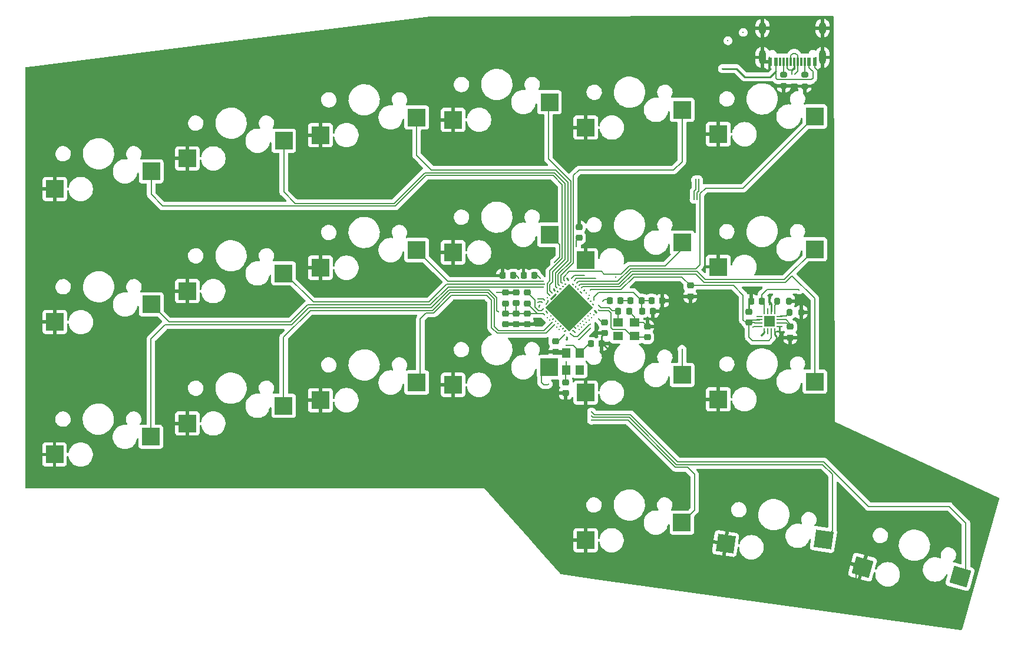
<source format=gbr>
%TF.GenerationSoftware,KiCad,Pcbnew,7.0.6*%
%TF.CreationDate,2023-07-25T14:06:58+01:00*%
%TF.ProjectId,benboard,62656e62-6f61-4726-942e-6b696361645f,rev?*%
%TF.SameCoordinates,Original*%
%TF.FileFunction,Copper,L4,Bot*%
%TF.FilePolarity,Positive*%
%FSLAX46Y46*%
G04 Gerber Fmt 4.6, Leading zero omitted, Abs format (unit mm)*
G04 Created by KiCad (PCBNEW 7.0.6) date 2023-07-25 14:06:58*
%MOMM*%
%LPD*%
G01*
G04 APERTURE LIST*
G04 Aperture macros list*
%AMRoundRect*
0 Rectangle with rounded corners*
0 $1 Rounding radius*
0 $2 $3 $4 $5 $6 $7 $8 $9 X,Y pos of 4 corners*
0 Add a 4 corners polygon primitive as box body*
4,1,4,$2,$3,$4,$5,$6,$7,$8,$9,$2,$3,0*
0 Add four circle primitives for the rounded corners*
1,1,$1+$1,$2,$3*
1,1,$1+$1,$4,$5*
1,1,$1+$1,$6,$7*
1,1,$1+$1,$8,$9*
0 Add four rect primitives between the rounded corners*
20,1,$1+$1,$2,$3,$4,$5,0*
20,1,$1+$1,$4,$5,$6,$7,0*
20,1,$1+$1,$6,$7,$8,$9,0*
20,1,$1+$1,$8,$9,$2,$3,0*%
%AMRotRect*
0 Rectangle, with rotation*
0 The origin of the aperture is its center*
0 $1 length*
0 $2 width*
0 $3 Rotation angle, in degrees counterclockwise*
0 Add horizontal line*
21,1,$1,$2,0,0,$3*%
G04 Aperture macros list end*
%TA.AperFunction,SMDPad,CuDef*%
%ADD10R,2.550000X2.500000*%
%TD*%
%TA.AperFunction,SMDPad,CuDef*%
%ADD11RotRect,2.550000X2.500000X164.000000*%
%TD*%
%TA.AperFunction,SMDPad,CuDef*%
%ADD12RotRect,2.550000X2.500000X172.000000*%
%TD*%
%TA.AperFunction,SMDPad,CuDef*%
%ADD13RoundRect,0.225000X0.250000X-0.225000X0.250000X0.225000X-0.250000X0.225000X-0.250000X-0.225000X0*%
%TD*%
%TA.AperFunction,SMDPad,CuDef*%
%ADD14RoundRect,0.225000X-0.250000X0.225000X-0.250000X-0.225000X0.250000X-0.225000X0.250000X0.225000X0*%
%TD*%
%TA.AperFunction,SMDPad,CuDef*%
%ADD15RoundRect,0.225000X0.225000X0.250000X-0.225000X0.250000X-0.225000X-0.250000X0.225000X-0.250000X0*%
%TD*%
%TA.AperFunction,SMDPad,CuDef*%
%ADD16R,0.600000X1.240000*%
%TD*%
%TA.AperFunction,SMDPad,CuDef*%
%ADD17R,0.300000X1.240000*%
%TD*%
%TA.AperFunction,ComponentPad*%
%ADD18O,1.000000X1.800000*%
%TD*%
%TA.AperFunction,ComponentPad*%
%ADD19O,1.000000X2.100000*%
%TD*%
%TA.AperFunction,SMDPad,CuDef*%
%ADD20RoundRect,0.200000X-0.200000X-0.275000X0.200000X-0.275000X0.200000X0.275000X-0.200000X0.275000X0*%
%TD*%
%TA.AperFunction,SMDPad,CuDef*%
%ADD21R,1.200000X1.400000*%
%TD*%
%TA.AperFunction,SMDPad,CuDef*%
%ADD22R,1.400000X1.200000*%
%TD*%
%TA.AperFunction,SMDPad,CuDef*%
%ADD23RoundRect,0.200000X0.200000X0.275000X-0.200000X0.275000X-0.200000X-0.275000X0.200000X-0.275000X0*%
%TD*%
%TA.AperFunction,SMDPad,CuDef*%
%ADD24RoundRect,0.218750X0.218750X0.256250X-0.218750X0.256250X-0.218750X-0.256250X0.218750X-0.256250X0*%
%TD*%
%TA.AperFunction,SMDPad,CuDef*%
%ADD25RoundRect,0.225000X-0.225000X-0.250000X0.225000X-0.250000X0.225000X0.250000X-0.225000X0.250000X0*%
%TD*%
%TA.AperFunction,SMDPad,CuDef*%
%ADD26RoundRect,0.200000X-0.275000X0.200000X-0.275000X-0.200000X0.275000X-0.200000X0.275000X0.200000X0*%
%TD*%
%TA.AperFunction,SMDPad,CuDef*%
%ADD27RoundRect,0.218750X-0.256250X0.218750X-0.256250X-0.218750X0.256250X-0.218750X0.256250X0.218750X0*%
%TD*%
%TA.AperFunction,SMDPad,CuDef*%
%ADD28C,0.250000*%
%TD*%
%TA.AperFunction,SMDPad,CuDef*%
%ADD29RotRect,4.850000X4.850000X225.000000*%
%TD*%
%TA.AperFunction,SMDPad,CuDef*%
%ADD30RoundRect,0.062500X0.375000X0.062500X-0.375000X0.062500X-0.375000X-0.062500X0.375000X-0.062500X0*%
%TD*%
%TA.AperFunction,SMDPad,CuDef*%
%ADD31RoundRect,0.062500X0.062500X0.375000X-0.062500X0.375000X-0.062500X-0.375000X0.062500X-0.375000X0*%
%TD*%
%TA.AperFunction,SMDPad,CuDef*%
%ADD32R,1.600000X1.600000*%
%TD*%
%TA.AperFunction,ViaPad*%
%ADD33C,0.250000*%
%TD*%
%TA.AperFunction,ViaPad*%
%ADD34C,0.300000*%
%TD*%
%TA.AperFunction,Conductor*%
%ADD35C,0.200000*%
%TD*%
%TA.AperFunction,Conductor*%
%ADD36C,0.250000*%
%TD*%
G04 APERTURE END LIST*
D10*
%TO.P,SW16,1,1*%
%TO.N,GND*%
X161831483Y-60044220D03*
%TO.P,SW16,2,2*%
%TO.N,SW16*%
X175681483Y-57504220D03*
%TD*%
%TO.P,SW6,1,1*%
%TO.N,GND*%
X85510000Y-101680000D03*
%TO.P,SW6,2,2*%
%TO.N,SW6*%
X99360000Y-99140000D03*
%TD*%
%TO.P,SW8,1,1*%
%TO.N,GND*%
X104628494Y-79264805D03*
%TO.P,SW8,2,2*%
%TO.N,SW8*%
X118478494Y-76724805D03*
%TD*%
%TO.P,SW5,1,1*%
%TO.N,GND*%
X85509895Y-82621207D03*
%TO.P,SW5,2,2*%
%TO.N,SW5*%
X99359895Y-80081207D03*
%TD*%
%TO.P,SW18,1,1*%
%TO.N,GND*%
X161826830Y-98194347D03*
%TO.P,SW18,2,2*%
%TO.N,SW18*%
X175676830Y-95654347D03*
%TD*%
%TO.P,SW10,1,1*%
%TO.N,GND*%
X123699237Y-57970911D03*
%TO.P,SW10,2,2*%
%TO.N,SW10*%
X137549237Y-55430911D03*
%TD*%
%TO.P,SW4,1,1*%
%TO.N,GND*%
X85514653Y-63529873D03*
%TO.P,SW4,2,2*%
%TO.N,SW4*%
X99364653Y-60989873D03*
%TD*%
%TO.P,SW14,1,1*%
%TO.N,GND*%
X142767663Y-78180569D03*
%TO.P,SW14,2,2*%
%TO.N,SW14*%
X156617663Y-75640569D03*
%TD*%
%TO.P,SW9,1,1*%
%TO.N,GND*%
X104628599Y-98323598D03*
%TO.P,SW9,2,2*%
%TO.N,SW9*%
X118478599Y-95783598D03*
%TD*%
%TO.P,SW7,1,1*%
%TO.N,GND*%
X104633252Y-60173471D03*
%TO.P,SW7,2,2*%
%TO.N,SW7*%
X118483252Y-57633471D03*
%TD*%
%TO.P,SW11,1,1*%
%TO.N,GND*%
X123700000Y-77062245D03*
%TO.P,SW11,2,2*%
%TO.N,SW11*%
X137550000Y-74522245D03*
%TD*%
%TO.P,SW19,1,1*%
%TO.N,GND*%
X142745000Y-118480000D03*
%TO.P,SW19,2,2*%
%TO.N,SW19*%
X156595000Y-115940000D03*
%TD*%
%TO.P,SW2,1,1*%
%TO.N,GND*%
X66475000Y-87080000D03*
%TO.P,SW2,2,2*%
%TO.N,SW2*%
X80325000Y-84540000D03*
%TD*%
%TO.P,SW15,1,1*%
%TO.N,GND*%
X142767731Y-97231836D03*
%TO.P,SW15,2,2*%
%TO.N,SW15*%
X156617731Y-94691836D03*
%TD*%
D11*
%TO.P,SW21,1,1*%
%TO.N,GND*%
X182553425Y-122349449D03*
%TO.P,SW21,2,2*%
%TO.N,SW21*%
X196567019Y-123725422D03*
%TD*%
D10*
%TO.P,SW1,1,1*%
%TO.N,GND*%
X66465000Y-67940000D03*
%TO.P,SW1,2,2*%
%TO.N,SW1*%
X80315000Y-65400000D03*
%TD*%
D12*
%TO.P,SW20,1,1*%
%TO.N,GND*%
X162864214Y-118955163D03*
%TO.P,SW20,2,2*%
%TO.N,SW20*%
X176932927Y-118367430D03*
%TD*%
D10*
%TO.P,SW3,1,1*%
%TO.N,GND*%
X66430000Y-106140000D03*
%TO.P,SW3,2,2*%
%TO.N,SW3*%
X80280000Y-103600000D03*
%TD*%
%TO.P,SW12,1,1*%
%TO.N,GND*%
X123694584Y-96121038D03*
%TO.P,SW12,2,2*%
%TO.N,SW12*%
X137544584Y-93581038D03*
%TD*%
%TO.P,SW13,1,1*%
%TO.N,GND*%
X142772421Y-59089235D03*
%TO.P,SW13,2,2*%
%TO.N,SW13*%
X156622421Y-56549235D03*
%TD*%
%TO.P,SW17,1,1*%
%TO.N,GND*%
X161826725Y-79135554D03*
%TO.P,SW17,2,2*%
%TO.N,SW17*%
X175676725Y-76595554D03*
%TD*%
D13*
%TO.P,C19,1*%
%TO.N,VDDH*%
X166246194Y-87146139D03*
%TO.P,C19,2*%
%TO.N,GND*%
X166246194Y-85596139D03*
%TD*%
%TO.P,C10,1*%
%TO.N,VDD_NRF*%
X132800000Y-84375000D03*
%TO.P,C10,2*%
%TO.N,GND*%
X132800000Y-82825000D03*
%TD*%
D14*
%TO.P,C7,1*%
%TO.N,Net-(U1-DEC3)*%
X145504428Y-87121268D03*
%TO.P,C7,2*%
%TO.N,GND*%
X145504428Y-88671268D03*
%TD*%
D15*
%TO.P,C16,1*%
%TO.N,GND*%
X148992412Y-85508809D03*
%TO.P,C16,2*%
%TO.N,Net-(U1-XC1)*%
X147442412Y-85508809D03*
%TD*%
D13*
%TO.P,C22,1*%
%TO.N,GND*%
X139886827Y-97301166D03*
%TO.P,C22,2*%
%TO.N,Net-(U1-XL2{slash}P0.01)*%
X139886827Y-95751166D03*
%TD*%
D15*
%TO.P,C5,1*%
%TO.N,Net-(U1-DECUSB)*%
X135375000Y-80400000D03*
%TO.P,C5,2*%
%TO.N,GND*%
X133825000Y-80400000D03*
%TD*%
D14*
%TO.P,C11,1*%
%TO.N,VDD_NRF*%
X134400000Y-85825000D03*
%TO.P,C11,2*%
%TO.N,GND*%
X134400000Y-87375000D03*
%TD*%
%TO.P,C12,1*%
%TO.N,VDD_NRF*%
X131200000Y-85850000D03*
%TO.P,C12,2*%
%TO.N,GND*%
X131200000Y-87400000D03*
%TD*%
D16*
%TO.P,J1,A1,GND*%
%TO.N,GND*%
X169280000Y-49590000D03*
%TO.P,J1,A4,VBUS*%
%TO.N,VBUS*%
X170080000Y-49590000D03*
D17*
%TO.P,J1,A5,CC1*%
%TO.N,Net-(J1-CC1)*%
X171230000Y-49590000D03*
%TO.P,J1,A6,D+*%
%TO.N,D+*%
X172230000Y-49590000D03*
%TO.P,J1,A7,D-*%
%TO.N,D-*%
X172730000Y-49590000D03*
%TO.P,J1,A8,SBU1*%
%TO.N,unconnected-(J1-SBU1-PadA8)*%
X173730000Y-49590000D03*
D16*
%TO.P,J1,A9,VBUS*%
%TO.N,VBUS*%
X174880000Y-49590000D03*
%TO.P,J1,A12,GND*%
%TO.N,GND*%
X175680000Y-49590000D03*
%TO.P,J1,B1,GND*%
X175680000Y-49590000D03*
%TO.P,J1,B4,VBUS*%
%TO.N,VBUS*%
X174880000Y-49590000D03*
D17*
%TO.P,J1,B5,CC2*%
%TO.N,Net-(J1-CC2)*%
X174230000Y-49590000D03*
%TO.P,J1,B6,D+*%
%TO.N,D+*%
X173230000Y-49590000D03*
%TO.P,J1,B7,D-*%
%TO.N,D-*%
X171730000Y-49590000D03*
%TO.P,J1,B8,SBU2*%
%TO.N,unconnected-(J1-SBU2-PadB8)*%
X170730000Y-49590000D03*
D16*
%TO.P,J1,B9,VBUS*%
%TO.N,VBUS*%
X170080000Y-49590000D03*
%TO.P,J1,B12,GND*%
%TO.N,GND*%
X169280000Y-49590000D03*
D18*
%TO.P,J1,S1,SHIELD*%
X168160000Y-44790000D03*
D19*
X168160000Y-48990000D03*
D18*
X176800000Y-44790000D03*
D19*
X176800000Y-48990000D03*
%TD*%
D20*
%TO.P,R4,1*%
%TO.N,Net-(U2-TS)*%
X172081324Y-85657554D03*
%TO.P,R4,2*%
%TO.N,GND*%
X173731324Y-85657554D03*
%TD*%
D21*
%TO.P,Y2,1,1*%
%TO.N,Net-(U1-XL2{slash}P0.01)*%
X139989279Y-93969402D03*
%TO.P,Y2,2,2*%
%TO.N,GND*%
X139989279Y-91569402D03*
%TO.P,Y2,3,3*%
%TO.N,Net-(U1-XL1{slash}P0.00)*%
X141889279Y-91569402D03*
%TO.P,Y2,4*%
%TO.N,N/C*%
X141889279Y-93969402D03*
%TD*%
D22*
%TO.P,Y1,1,1*%
%TO.N,Net-(U1-XC1)*%
X147417412Y-87158809D03*
%TO.P,Y1,2,2*%
%TO.N,GND*%
X149817412Y-87158809D03*
%TO.P,Y1,3,3*%
%TO.N,Net-(U1-XC2)*%
X149817412Y-89058809D03*
%TO.P,Y1,4*%
%TO.N,N/C*%
X147417412Y-89058809D03*
%TD*%
D13*
%TO.P,C8,1*%
%TO.N,Net-(U1-DEC5)*%
X141800000Y-74975000D03*
%TO.P,C8,2*%
%TO.N,GND*%
X141800000Y-73425000D03*
%TD*%
D23*
%TO.P,R5,1*%
%TO.N,GND*%
X171931324Y-84057554D03*
%TO.P,R5,2*%
%TO.N,Net-(U2-ISET)*%
X170281324Y-84057554D03*
%TD*%
D14*
%TO.P,C20,1*%
%TO.N,VBAT*%
X172152538Y-87749209D03*
%TO.P,C20,2*%
%TO.N,GND*%
X172152538Y-89299209D03*
%TD*%
D24*
%TO.P,L2,1,1*%
%TO.N,Net-(U1-DEC4)*%
X150787500Y-84000000D03*
%TO.P,L2,2,2*%
%TO.N,Net-(L1-Pad1)*%
X149212500Y-84000000D03*
%TD*%
D25*
%TO.P,C3,1*%
%TO.N,Net-(U1-DEC4)*%
X152225000Y-84000000D03*
%TO.P,C3,2*%
%TO.N,GND*%
X153775000Y-84000000D03*
%TD*%
D14*
%TO.P,C13,1*%
%TO.N,VDD_NRF*%
X132800000Y-85850000D03*
%TO.P,C13,2*%
%TO.N,GND*%
X132800000Y-87400000D03*
%TD*%
D15*
%TO.P,C18,1*%
%TO.N,VBUS*%
X168081324Y-84057554D03*
%TO.P,C18,2*%
%TO.N,GND*%
X166531324Y-84057554D03*
%TD*%
D14*
%TO.P,C6,1*%
%TO.N,Net-(U1-DEC1)*%
X138400000Y-89825000D03*
%TO.P,C6,2*%
%TO.N,GND*%
X138400000Y-91375000D03*
%TD*%
D25*
%TO.P,C4,1*%
%TO.N,Net-(U1-DEC4)*%
X150842412Y-85508809D03*
%TO.P,C4,2*%
%TO.N,GND*%
X152392412Y-85508809D03*
%TD*%
D26*
%TO.P,R2,1*%
%TO.N,Net-(J1-CC2)*%
X174229800Y-51491831D03*
%TO.P,R2,2*%
%TO.N,GND*%
X174229800Y-53141831D03*
%TD*%
D27*
%TO.P,L3,1,1*%
%TO.N,Net-(U1-DCCH)*%
X134400000Y-82812500D03*
%TO.P,L3,2,2*%
%TO.N,VDD_NRF*%
X134400000Y-84387500D03*
%TD*%
D24*
%TO.P,L1,1,1*%
%TO.N,Net-(L1-Pad1)*%
X147787500Y-84000000D03*
%TO.P,L1,2,2*%
%TO.N,Net-(U1-DCC)*%
X146212500Y-84000000D03*
%TD*%
D14*
%TO.P,C17,1*%
%TO.N,GND*%
X151617412Y-87733809D03*
%TO.P,C17,2*%
%TO.N,Net-(U1-XC2)*%
X151617412Y-89283809D03*
%TD*%
D28*
%TO.P,U1,A8,AIN7/P0.31*%
%TO.N,unconnected-(U1-AIN7{slash}P0.31-PadA8)*%
X141814214Y-88181981D03*
%TO.P,U1,A10,AIN5/P0.29*%
%TO.N,unconnected-(U1-AIN5{slash}P0.29-PadA10)*%
X142167767Y-87828427D03*
%TO.P,U1,A12,AIN0/P0.02*%
%TO.N,unconnected-(U1-AIN0{slash}P0.02-PadA12)*%
X142521320Y-87474874D03*
%TO.P,U1,A14,P1.15*%
%TO.N,unconnected-(U1-P1.15-PadA14)*%
X142874874Y-87121320D03*
%TO.P,U1,A16,P1.13*%
%TO.N,unconnected-(U1-P1.13-PadA16)*%
X143228427Y-86767767D03*
%TO.P,U1,A18,DEC2*%
%TO.N,unconnected-(U1-DEC2-PadA18)*%
X143581981Y-86414214D03*
%TO.P,U1,A20,P1.10*%
%TO.N,unconnected-(U1-P1.10-PadA20)*%
X143935534Y-86060660D03*
%TO.P,U1,A22,VDD*%
%TO.N,VDD_NRF*%
X144289087Y-85707107D03*
%TO.P,U1,A23,XC2*%
%TO.N,Net-(U1-XC2)*%
X144642641Y-85353553D03*
%TO.P,U1,AA24,SWDCLK*%
%TO.N,SWDC*%
X141107107Y-81110913D03*
%TO.P,U1,AB2,DCCH*%
%TO.N,Net-(U1-DCCH)*%
X136687689Y-85176777D03*
%TO.P,U1,AC5,DECUSB*%
%TO.N,Net-(U1-DECUSB)*%
X137041243Y-84469670D03*
%TO.P,U1,AC9,P0.14*%
%TO.N,RST*%
X137748350Y-83762563D03*
%TO.P,U1,AC11,P0.16*%
X138101903Y-83409010D03*
%TO.P,U1,AC13,P0.18/~{RESET}*%
X138455456Y-83055456D03*
%TO.P,U1,AC15,P0.19*%
%TO.N,SW2*%
X138809010Y-82701903D03*
%TO.P,U1,AC17,P0.21*%
%TO.N,SW5*%
X139162563Y-82348350D03*
%TO.P,U1,AC19,P0.23*%
%TO.N,SW8*%
X139516117Y-81994796D03*
%TO.P,U1,AC21,P0.25*%
%TO.N,SW11*%
X139869670Y-81641243D03*
%TO.P,U1,AC24,SWDIO*%
%TO.N,SWDI*%
X140753553Y-80757359D03*
%TO.P,U1,AD2,VBUS*%
%TO.N,VBUS*%
X136157359Y-84646447D03*
%TO.P,U1,AD4,D-*%
%TO.N,D-*%
X136510913Y-84292893D03*
%TO.P,U1,AD6,D+*%
%TO.N,D+*%
X136864466Y-83939340D03*
%TO.P,U1,AD8,P0.13*%
%TO.N,POWER*%
X137218019Y-83585786D03*
%TO.P,U1,AD10,P0.15*%
%TO.N,SW1*%
X137571573Y-83232233D03*
%TO.P,U1,AD12,P0.17*%
%TO.N,SW4*%
X137925126Y-82878680D03*
%TO.P,U1,AD14,VDD*%
%TO.N,VDD_NRF*%
X138278680Y-82525126D03*
%TO.P,U1,AD16,P0.20*%
%TO.N,SW7*%
X138632233Y-82171573D03*
%TO.P,U1,AD18,P0.22*%
%TO.N,SW10*%
X138985786Y-81818019D03*
%TO.P,U1,AD20,P0.24*%
%TO.N,SW13*%
X139339340Y-81464466D03*
%TO.P,U1,AD22,TRACEDATA0/P1.00*%
%TO.N,SW14*%
X139692893Y-81110913D03*
%TO.P,U1,AD23,VDD*%
%TO.N,VDD_NRF*%
X140046447Y-80757359D03*
%TO.P,U1,B1,VDD*%
X140046447Y-89242641D03*
%TO.P,U1,B3,DCC*%
%TO.N,Net-(U1-DCC)*%
X140576777Y-88712311D03*
%TO.P,U1,B5,DEC4*%
%TO.N,Net-(U1-DEC4)*%
X140930330Y-88358757D03*
%TO.P,U1,B7,VSS*%
%TO.N,GND*%
X141283883Y-88005204D03*
%TO.P,U1,B9,AIN6/P0.30*%
%TO.N,unconnected-(U1-AIN6{slash}P0.30-PadB9)*%
X141637437Y-87651650D03*
%TO.P,U1,B11,AIN4/P0.28*%
%TO.N,unconnected-(U1-AIN4{slash}P0.28-PadB11)*%
X141990990Y-87298097D03*
%TO.P,U1,B13,AIN1/P0.03*%
%TO.N,unconnected-(U1-AIN1{slash}P0.03-PadB13)*%
X142344544Y-86944544D03*
%TO.P,U1,B15,P1.14*%
%TO.N,unconnected-(U1-P1.14-PadB15)*%
X142698097Y-86590990D03*
%TO.P,U1,B17,P1.12*%
%TO.N,unconnected-(U1-P1.12-PadB17)*%
X143051650Y-86237437D03*
%TO.P,U1,B19,P1.11*%
%TO.N,unconnected-(U1-P1.11-PadB19)*%
X143405204Y-85883883D03*
%TO.P,U1,B24,XC1*%
%TO.N,Net-(U1-XC1)*%
X144642641Y-84646447D03*
%TO.P,U1,C1,DEC1*%
%TO.N,Net-(U1-DEC1)*%
X139692893Y-88889087D03*
%TO.P,U1,D2,XL1/P0.00*%
%TO.N,Net-(U1-XL1{slash}P0.00)*%
X139869670Y-88358757D03*
%TO.P,U1,D23,DEC3*%
%TO.N,Net-(U1-DEC3)*%
X143758757Y-84469670D03*
%TO.P,U1,E24,DEC6*%
%TO.N,Net-(U1-DEC4)*%
X143935534Y-83939340D03*
D29*
%TO.P,U1,EP,VSS*%
%TO.N,GND*%
X140400000Y-85000000D03*
D28*
%TO.P,U1,F2,XL2/P0.01*%
%TO.N,Net-(U1-XL2{slash}P0.01)*%
X139516117Y-88005204D03*
%TO.P,U1,F23,VSS_PA*%
%TO.N,GND*%
X143405204Y-84116117D03*
%TO.P,U1,G1,P0.26*%
%TO.N,unconnected-(U1-P0.26-PadG1)*%
X138985786Y-88181981D03*
%TO.P,U1,H2,P0.27*%
%TO.N,SW12*%
X139162563Y-87651650D03*
%TO.P,U1,H23,ANT*%
%TO.N,Net-(U1-ANT)*%
X143051650Y-83762563D03*
%TO.P,U1,J1,AIN2/P0.04*%
%TO.N,unconnected-(U1-AIN2{slash}P0.04-PadJ1)*%
X138632233Y-87828427D03*
%TO.P,U1,J24,NFC2/P0.10*%
%TO.N,unconnected-(U1-NFC2{slash}P0.10-PadJ24)*%
X143228427Y-83232233D03*
%TO.P,U1,K2,AIN3/P0.05*%
%TO.N,unconnected-(U1-AIN3{slash}P0.05-PadK2)*%
X138809010Y-87298097D03*
%TO.P,U1,L1,P0.06*%
%TO.N,SW9*%
X138278680Y-87474874D03*
%TO.P,U1,L24,NFC1/P0.09*%
%TO.N,unconnected-(U1-NFC1{slash}P0.09-PadL24)*%
X142874874Y-82878680D03*
%TO.P,U1,M2,TRACECLK/P0.07*%
%TO.N,unconnected-(U1-TRACECLK{slash}P0.07-PadM2)*%
X138455456Y-86944544D03*
%TO.P,U1,N1,P0.08*%
%TO.N,SW6*%
X137925126Y-87121320D03*
%TO.P,U1,N24,DEC5*%
%TO.N,Net-(U1-DEC5)*%
X142521320Y-82525126D03*
%TO.P,U1,P2,P1.08*%
%TO.N,SW3*%
X138101903Y-86590990D03*
%TO.P,U1,P23,P1.07*%
%TO.N,SW15*%
X141990990Y-82701903D03*
%TO.P,U1,R1,TRACEDATA3/P1.09*%
%TO.N,unconnected-(U1-TRACEDATA3{slash}P1.09-PadR1)*%
X137571573Y-86767767D03*
%TO.P,U1,R24,P1.06*%
%TO.N,SW18*%
X142167767Y-82171573D03*
%TO.P,U1,T2,TRACEDATA2/P0.11*%
%TO.N,unconnected-(U1-TRACEDATA2{slash}P0.11-PadT2)*%
X137748350Y-86237437D03*
%TO.P,U1,T23,P1.05*%
%TO.N,SW21*%
X141637437Y-82348350D03*
%TO.P,U1,U1,TRACEDATA1/P0.12*%
%TO.N,unconnected-(U1-TRACEDATA1{slash}P0.12-PadU1)*%
X137218019Y-86414214D03*
%TO.P,U1,U24,P1.04*%
%TO.N,SW17*%
X141814214Y-81818019D03*
%TO.P,U1,V23,P1.03*%
%TO.N,SW20*%
X141283883Y-81994796D03*
%TO.P,U1,W1,VDD*%
%TO.N,VDD_NRF*%
X136864466Y-86060660D03*
%TO.P,U1,W24,P1.02*%
%TO.N,SW16*%
X141460660Y-81464466D03*
%TO.P,U1,Y2,VDDH*%
%TO.N,VDDH*%
X137041243Y-85530330D03*
%TO.P,U1,Y23,P1.01*%
%TO.N,SW19*%
X140930330Y-81641243D03*
%TD*%
D13*
%TO.P,C9,1*%
%TO.N,VDD_NRF*%
X131200000Y-84400000D03*
%TO.P,C9,2*%
%TO.N,GND*%
X131200000Y-82850000D03*
%TD*%
D15*
%TO.P,C1,1*%
%TO.N,VBUS*%
X132375000Y-80400000D03*
%TO.P,C1,2*%
%TO.N,GND*%
X130825000Y-80400000D03*
%TD*%
D26*
%TO.P,R1,1*%
%TO.N,Net-(J1-CC1)*%
X171229482Y-51482928D03*
%TO.P,R1,2*%
%TO.N,GND*%
X171229482Y-53132928D03*
%TD*%
D15*
%TO.P,C23,1*%
%TO.N,GND*%
X145077408Y-90200000D03*
%TO.P,C23,2*%
%TO.N,Net-(U1-XL1{slash}P0.00)*%
X143527408Y-90200000D03*
%TD*%
D30*
%TO.P,U2,1,TS*%
%TO.N,Net-(U2-TS)*%
X170637500Y-86250000D03*
%TO.P,U2,2,BAT*%
%TO.N,VBAT*%
X170637500Y-86750000D03*
%TO.P,U2,3,BAT*%
X170637500Y-87250000D03*
%TO.P,U2,4,~{CE}*%
%TO.N,GND*%
X170637500Y-87750000D03*
D31*
%TO.P,U2,5,EN2*%
X169950000Y-88437500D03*
%TO.P,U2,6,EN1*%
%TO.N,VDDH*%
X169450000Y-88437500D03*
%TO.P,U2,7,~{PGOOD}*%
%TO.N,unconnected-(U2-~{PGOOD}-Pad7)*%
X168950000Y-88437500D03*
%TO.P,U2,8,VSS*%
%TO.N,GND*%
X168450000Y-88437500D03*
D30*
%TO.P,U2,9,~{CHG}*%
%TO.N,Net-(RED1-K)*%
X167762500Y-87750000D03*
%TO.P,U2,10,OUT*%
%TO.N,VDDH*%
X167762500Y-87250000D03*
%TO.P,U2,11,OUT*%
X167762500Y-86750000D03*
%TO.P,U2,12,ILIM*%
%TO.N,unconnected-(U2-ILIM-Pad12)*%
X167762500Y-86250000D03*
D31*
%TO.P,U2,13,IN*%
%TO.N,VBUS*%
X168450000Y-85562500D03*
%TO.P,U2,14,TMR*%
%TO.N,unconnected-(U2-TMR-Pad14)*%
X168950000Y-85562500D03*
%TO.P,U2,15,SYSOFF*%
%TO.N,GND*%
X169450000Y-85562500D03*
%TO.P,U2,16,ISET*%
%TO.N,Net-(U2-ISET)*%
X169950000Y-85562500D03*
D32*
%TO.P,U2,17,VSS*%
%TO.N,GND*%
X169200000Y-87000000D03*
%TD*%
D14*
%TO.P,C2,1*%
%TO.N,VDDH*%
X157800000Y-81825000D03*
%TO.P,C2,2*%
%TO.N,GND*%
X157800000Y-83375000D03*
%TD*%
D33*
%TO.N,VBUS*%
X173400000Y-82471073D03*
X175200000Y-50800000D03*
X162400000Y-50600000D03*
X136070510Y-84929490D03*
X133065051Y-80775619D03*
%TO.N,VDDH*%
X157800000Y-81825000D03*
X158550497Y-66600000D03*
X163200000Y-46600000D03*
X137255457Y-85744543D03*
X158325997Y-69400000D03*
X143400000Y-82471073D03*
%TO.N,Net-(U1-DEC4)*%
X143424500Y-88000000D03*
X141775500Y-89586073D03*
X145043641Y-82824500D03*
X141200000Y-88600000D03*
%TO.N,Net-(U1-DECUSB)*%
X137376922Y-84015730D03*
X136200000Y-80775500D03*
%TO.N,Net-(U1-DEC3)*%
X143874757Y-84586375D03*
X144600000Y-86600000D03*
%TO.N,Net-(U1-DEC5)*%
X142600000Y-82471073D03*
X141424500Y-76200000D03*
%TO.N,VDD_NRF*%
X140200000Y-81000000D03*
X138182233Y-82322614D03*
X136628806Y-85825000D03*
X140000000Y-89600000D03*
X144000000Y-85400000D03*
%TO.N,GND*%
X146000000Y-91000000D03*
X66000000Y-108400000D03*
X141800000Y-72200000D03*
X133775500Y-79249500D03*
X168800000Y-51000000D03*
X181600000Y-124600000D03*
X146000000Y-91000000D03*
X66200000Y-70600000D03*
X176200000Y-51000000D03*
X104400000Y-63000000D03*
X169200000Y-84200000D03*
X143200000Y-116000000D03*
X143508935Y-84089683D03*
X104200000Y-101400000D03*
X129600000Y-80400000D03*
X161400000Y-76600000D03*
X135600000Y-86800000D03*
X130000000Y-82800000D03*
X162400000Y-100400000D03*
X168000000Y-89000000D03*
X172600000Y-45800000D03*
X166600000Y-82600000D03*
X170200000Y-89200000D03*
X161400000Y-62800000D03*
D34*
X172155029Y-90444083D03*
D33*
%TO.N,Net-(U1-ANT)*%
X143195055Y-83680495D03*
%TO.N,Net-(U1-XL2{slash}P0.01)*%
X139423078Y-88077924D03*
X140000000Y-92800000D03*
%TO.N,Net-(U1-XL1{slash}P0.00)*%
X140000000Y-90400000D03*
X139689321Y-88440094D03*
%TO.N,D+*%
X172849503Y-51400000D03*
X135878461Y-83766050D03*
%TO.N,D-*%
X135915454Y-84267588D03*
X172400000Y-51400000D03*
%TO.N,Net-(RED1-K)*%
X165400000Y-45400000D03*
X159000000Y-66600000D03*
X158775500Y-69400000D03*
X166813835Y-87819530D03*
%TO.N,SW2*%
X136649213Y-82049500D03*
X138713230Y-82687209D03*
%TO.N,SW3*%
X138027136Y-86683546D03*
X130200000Y-85600000D03*
%TO.N,SW5*%
X136800500Y-81613214D03*
X139066784Y-82333656D03*
%TO.N,SW8*%
X139418553Y-81978862D03*
X136624500Y-81200000D03*
%TO.N,SW11*%
X138268461Y-78468462D03*
X139766030Y-81605845D03*
%TO.N,SW12*%
X137400000Y-96000000D03*
X139072175Y-87736211D03*
%TO.N,SW14*%
X147112135Y-80585035D03*
%TO.N,SW15*%
X156600000Y-91000000D03*
X142166287Y-82877905D03*
%TO.N,SW19*%
X140965661Y-81677325D03*
X143600000Y-101200000D03*
%TO.N,SW20*%
X141319192Y-82030903D03*
X143600000Y-100600000D03*
%TO.N,SW21*%
X141672782Y-82384419D03*
X143600000Y-100000000D03*
%TO.N,Net-(U1-DCC)*%
X145200000Y-84089683D03*
X143424131Y-87411227D03*
%TD*%
D35*
%TO.N,VBUS*%
X168450000Y-84426230D02*
X168081324Y-84057554D01*
X170301418Y-52200000D02*
X175200000Y-52200000D01*
D36*
X164400000Y-50600000D02*
X165600000Y-51800000D01*
D35*
X173328927Y-82400000D02*
X173400000Y-82471073D01*
X175400000Y-52000000D02*
X175400000Y-51000000D01*
X132375000Y-80400000D02*
X132800000Y-80400000D01*
X133075000Y-80785568D02*
X133065051Y-80775619D01*
X136070510Y-84929490D02*
X136070510Y-84733296D01*
D36*
X169280000Y-51800000D02*
X170080000Y-51000000D01*
D35*
X168450000Y-85562500D02*
X168450000Y-84426230D01*
X132800000Y-80400000D02*
X133075000Y-80675000D01*
X175200000Y-50800000D02*
X174880000Y-50480000D01*
X136070510Y-84733296D02*
X136157359Y-84646447D01*
X168081324Y-83118676D02*
X168800000Y-82400000D01*
X170080000Y-51000000D02*
X170080000Y-51978582D01*
X168081324Y-84057554D02*
X168081324Y-83118676D01*
X170080000Y-51978582D02*
X170301418Y-52200000D01*
X133075000Y-80675000D02*
X133075000Y-80785568D01*
X174880000Y-50480000D02*
X174880000Y-49590000D01*
D36*
X162400000Y-50600000D02*
X164400000Y-50600000D01*
D35*
X175400000Y-51000000D02*
X175200000Y-50800000D01*
X170080000Y-49590000D02*
X170080000Y-51000000D01*
D36*
X165600000Y-51800000D02*
X169280000Y-51800000D01*
D35*
X175200000Y-52200000D02*
X175400000Y-52000000D01*
X168800000Y-82400000D02*
X173328927Y-82400000D01*
%TO.N,VBAT*%
X172152538Y-87749209D02*
X172152538Y-87352538D01*
X172152538Y-87749209D02*
X171653329Y-87250000D01*
X171550000Y-86750000D02*
X170637500Y-86750000D01*
X172152538Y-87352538D02*
X171550000Y-86750000D01*
X171653329Y-87250000D02*
X170637500Y-87250000D01*
%TO.N,VDDH*%
X137255456Y-85744543D02*
X137041243Y-85530330D01*
X166246194Y-87146139D02*
X166946139Y-87146139D01*
X165746139Y-87146139D02*
X166246194Y-87146139D01*
X158325997Y-68274003D02*
X158325997Y-69400000D01*
X169450000Y-88437500D02*
X169450000Y-89350000D01*
X158550497Y-66751538D02*
X158600000Y-66801041D01*
X166246194Y-87146139D02*
X166592333Y-86800000D01*
X169450000Y-89350000D02*
X169075000Y-89725000D01*
X166592333Y-86800000D02*
X167712500Y-86800000D01*
X143471073Y-82400000D02*
X143400000Y-82471073D01*
X167712500Y-86800000D02*
X167762500Y-86750000D01*
X165400000Y-86800000D02*
X165746139Y-87146139D01*
X158600000Y-68000000D02*
X158325997Y-68274003D01*
X157800000Y-81825000D02*
X157839446Y-81785554D01*
X156575000Y-80600000D02*
X149662744Y-80600000D01*
X137255457Y-85744543D02*
X137255456Y-85744543D01*
X158550497Y-66600000D02*
X158550497Y-66751538D01*
X147862743Y-82400000D02*
X143471073Y-82400000D01*
X166946139Y-87146139D02*
X167050000Y-87250000D01*
X166725000Y-89725000D02*
X166246194Y-89246194D01*
X166246194Y-89246194D02*
X166246194Y-87146139D01*
X158600000Y-66801041D02*
X158600000Y-68000000D01*
X165400000Y-83200000D02*
X165400000Y-86800000D01*
X157800000Y-81825000D02*
X156575000Y-80600000D01*
X149662744Y-80600000D02*
X147862743Y-82400000D01*
X157839446Y-81785554D02*
X163985554Y-81785554D01*
X167050000Y-87250000D02*
X167762500Y-87250000D01*
X163985554Y-81785554D02*
X165400000Y-83200000D01*
X169075000Y-89725000D02*
X166725000Y-89725000D01*
%TO.N,Net-(U1-DEC4)*%
X150787500Y-85162500D02*
X150787500Y-84000000D01*
X152225000Y-84000000D02*
X152225000Y-83600000D01*
X145043641Y-82824500D02*
X144690719Y-82824500D01*
X141849619Y-89586073D02*
X141775500Y-89586073D01*
X150787500Y-84000000D02*
X152225000Y-84000000D01*
X150825000Y-85200000D02*
X150787500Y-85162500D01*
X150787500Y-84000000D02*
X149587500Y-82800000D01*
X149587500Y-82800000D02*
X144646573Y-82800000D01*
X140958757Y-88358757D02*
X141200000Y-88600000D01*
X144646573Y-82800000D02*
X143935534Y-83511039D01*
X144690719Y-82824500D02*
X144668646Y-82846573D01*
X143935534Y-83511039D02*
X143935534Y-83939340D01*
X143424500Y-88011192D02*
X141849619Y-89586073D01*
X143424500Y-88000000D02*
X143424500Y-88011192D01*
X140930330Y-88358757D02*
X140958757Y-88358757D01*
%TO.N,Net-(U1-DECUSB)*%
X135375000Y-80400000D02*
X135824500Y-80400000D01*
X137376922Y-84133991D02*
X137041243Y-84469670D01*
X135824500Y-80400000D02*
X136200000Y-80775500D01*
X137376922Y-84015730D02*
X137376922Y-84133991D01*
%TO.N,Net-(U1-DEC1)*%
X138756980Y-89825000D02*
X139692893Y-88889087D01*
X138400000Y-89825000D02*
X138756980Y-89825000D01*
%TO.N,Net-(U1-DEC3)*%
X145121268Y-87121268D02*
X144600000Y-86600000D01*
X143874757Y-84585670D02*
X143758757Y-84469670D01*
X145504428Y-87121268D02*
X145121268Y-87121268D01*
X143874757Y-84586375D02*
X143874757Y-84585670D01*
%TO.N,Net-(U1-DEC5)*%
X142521320Y-82525126D02*
X142545947Y-82525126D01*
X141424500Y-75350500D02*
X141800000Y-74975000D01*
X142545947Y-82525126D02*
X142600000Y-82471073D01*
X142599873Y-82446573D02*
X142521320Y-82525126D01*
X141424500Y-76200000D02*
X141424500Y-75350500D01*
X142600000Y-82446573D02*
X142599873Y-82446573D01*
%TO.N,VDD_NRF*%
X132800000Y-84400000D02*
X132800000Y-85850000D01*
D36*
X144289087Y-85707107D02*
X144181980Y-85600000D01*
X140046447Y-89553553D02*
X140000000Y-89600000D01*
D35*
X136628806Y-85825000D02*
X136864466Y-86060660D01*
D36*
X138278680Y-82525126D02*
X138182233Y-82428679D01*
X140046447Y-80757359D02*
X140200000Y-80910912D01*
D35*
X135800000Y-85825000D02*
X136628806Y-85825000D01*
D36*
X144181980Y-85600000D02*
X144000000Y-85400000D01*
X138182233Y-82428679D02*
X138182233Y-82322614D01*
D35*
X134400000Y-84387500D02*
X134400000Y-84425000D01*
D36*
X140046447Y-89242641D02*
X140046447Y-89553553D01*
X140200000Y-80910912D02*
X140200000Y-81000000D01*
D35*
X131200000Y-84400000D02*
X131200000Y-85850000D01*
X134400000Y-85825000D02*
X135800000Y-85825000D01*
X134400000Y-84425000D02*
X135800000Y-85825000D01*
X131200000Y-85850000D02*
X132800000Y-85850000D01*
X132800000Y-85850000D02*
X134375000Y-85850000D01*
X134375000Y-85850000D02*
X134400000Y-85825000D01*
%TO.N,Net-(U1-XC1)*%
X144996194Y-85000000D02*
X144642641Y-84646447D01*
X146183098Y-85000000D02*
X144996194Y-85000000D01*
X147400000Y-86850000D02*
X147425000Y-86825000D01*
X147333603Y-85400000D02*
X146583098Y-85400000D01*
X147442412Y-85508809D02*
X147333603Y-85400000D01*
X147442412Y-87133809D02*
X147442412Y-85508809D01*
X146583098Y-85400000D02*
X146183098Y-85000000D01*
%TO.N,Net-(U1-XC2)*%
X144642641Y-85353553D02*
X144689088Y-85400000D01*
X148417412Y-88158809D02*
X149542412Y-89283809D01*
X144689088Y-85400000D02*
X146017412Y-85400000D01*
X146667412Y-88158809D02*
X148417412Y-88158809D01*
X146417412Y-85800000D02*
X146417412Y-87908809D01*
X149542412Y-89283809D02*
X151617412Y-89283809D01*
X146417412Y-87908809D02*
X146667412Y-88158809D01*
X146017412Y-85400000D02*
X146417412Y-85800000D01*
%TO.N,GND*%
X148992412Y-85508809D02*
X149817412Y-86333809D01*
X169280000Y-49590000D02*
X169280000Y-50520000D01*
D36*
X161826725Y-77026725D02*
X161400000Y-76600000D01*
D35*
X135025000Y-87375000D02*
X135600000Y-86800000D01*
X131200000Y-82850000D02*
X130050000Y-82850000D01*
X134400000Y-87375000D02*
X135025000Y-87375000D01*
D36*
X170637500Y-88637500D02*
X171299209Y-89299209D01*
D35*
X176800000Y-44790000D02*
X176610000Y-44790000D01*
X142745000Y-116455000D02*
X143200000Y-116000000D01*
X66465000Y-70335000D02*
X66200000Y-70600000D01*
X172600000Y-44790000D02*
X168160000Y-44790000D01*
D36*
X169950000Y-88437500D02*
X169950000Y-88950000D01*
D35*
X104628599Y-100971401D02*
X104200000Y-101400000D01*
D36*
X168450000Y-88550000D02*
X168000000Y-89000000D01*
D35*
X149817412Y-87158809D02*
X151042412Y-87158809D01*
X161831483Y-60044220D02*
X161831483Y-62368517D01*
X133775500Y-79249500D02*
X133825000Y-79299000D01*
X66430000Y-106140000D02*
X66430000Y-107970000D01*
D36*
X166246194Y-84342684D02*
X166531324Y-84057554D01*
D35*
X104628599Y-98323598D02*
X104628599Y-100971401D01*
X141283883Y-88005204D02*
X140400000Y-87121321D01*
X175680000Y-50480000D02*
X176200000Y-51000000D01*
D36*
X173300791Y-89299209D02*
X173731324Y-88868676D01*
D35*
X66430000Y-107970000D02*
X66000000Y-108400000D01*
X149817412Y-86333809D02*
X149817412Y-87158809D01*
X140400000Y-87121321D02*
X140400000Y-85000000D01*
D36*
X171931324Y-84057554D02*
X173257554Y-84057554D01*
D35*
X141800000Y-73425000D02*
X141800000Y-72200000D01*
D36*
X173731324Y-88868676D02*
X173731324Y-85657554D01*
X145077408Y-90200000D02*
X145077408Y-89098288D01*
D35*
X132800000Y-82850000D02*
X131200000Y-82850000D01*
D36*
X169950000Y-88950000D02*
X170200000Y-89200000D01*
D35*
X176800000Y-48990000D02*
X176800000Y-44790000D01*
X181600000Y-123302874D02*
X181600000Y-124600000D01*
X176610000Y-44790000D02*
X176600000Y-44800000D01*
X176590000Y-44790000D02*
X172600000Y-44790000D01*
D36*
X169450000Y-85562500D02*
X169450000Y-84450000D01*
X168450000Y-88437500D02*
X168450000Y-88550000D01*
X166246194Y-85596139D02*
X166246194Y-84342684D01*
D35*
X104633252Y-60173471D02*
X104633252Y-62766748D01*
X182553425Y-122349449D02*
X181600000Y-123302874D01*
X133825000Y-79299000D02*
X133825000Y-80400000D01*
D36*
X172152538Y-89299209D02*
X172152538Y-90441592D01*
X172152538Y-89299209D02*
X173300791Y-89299209D01*
D35*
X168160000Y-48990000D02*
X168160000Y-44790000D01*
X161826830Y-98194347D02*
X161826830Y-99826830D01*
D36*
X172152538Y-90441592D02*
X172155029Y-90444083D01*
X169450000Y-84450000D02*
X169200000Y-84200000D01*
D35*
X130825000Y-80400000D02*
X129600000Y-80400000D01*
D36*
X173731324Y-84531324D02*
X173731324Y-85657554D01*
D35*
X176600000Y-44800000D02*
X176590000Y-44790000D01*
X66465000Y-67940000D02*
X66465000Y-70335000D01*
D36*
X166531324Y-82668676D02*
X166600000Y-82600000D01*
D35*
X132800000Y-87400000D02*
X131200000Y-87400000D01*
X142745000Y-118480000D02*
X142745000Y-116455000D01*
D36*
X173257554Y-84057554D02*
X173731324Y-84531324D01*
D35*
X169280000Y-50520000D02*
X168800000Y-51000000D01*
X175680000Y-49590000D02*
X175680000Y-50480000D01*
X104633252Y-62766748D02*
X104400000Y-63000000D01*
X143482501Y-84116117D02*
X143405204Y-84116117D01*
D36*
X145077408Y-89098288D02*
X145504428Y-88671268D01*
X166531324Y-84057554D02*
X166531324Y-82668676D01*
D35*
X132825000Y-87375000D02*
X132800000Y-87400000D01*
X130050000Y-82850000D02*
X130000000Y-82800000D01*
D36*
X145077408Y-90200000D02*
X145200000Y-90200000D01*
X170637500Y-87750000D02*
X170637500Y-88637500D01*
X161826725Y-79135554D02*
X161826725Y-77026725D01*
D35*
X161831483Y-62368517D02*
X161400000Y-62800000D01*
X172600000Y-44790000D02*
X172600000Y-45800000D01*
X143508935Y-84089683D02*
X143482501Y-84116117D01*
X151042412Y-87158809D02*
X151617412Y-87733809D01*
X134400000Y-87375000D02*
X132825000Y-87375000D01*
D36*
X171299209Y-89299209D02*
X172152538Y-89299209D01*
X145200000Y-90200000D02*
X146000000Y-91000000D01*
D35*
X161826830Y-99826830D02*
X162400000Y-100400000D01*
%TO.N,Net-(U1-ANT)*%
X143112987Y-83762563D02*
X143051650Y-83762563D01*
X143195055Y-83680495D02*
X143112987Y-83762563D01*
%TO.N,Net-(U1-XL2{slash}P0.01)*%
X139443397Y-88077924D02*
X139516117Y-88005204D01*
X140000000Y-92800000D02*
X140000000Y-93958681D01*
X139886827Y-95751166D02*
X139886827Y-94071854D01*
X139423078Y-88077924D02*
X139443397Y-88077924D01*
X139989279Y-93589279D02*
X139800000Y-93400000D01*
X139886827Y-94071854D02*
X139989279Y-93969402D01*
X140000000Y-93958681D02*
X139989279Y-93969402D01*
%TO.N,Net-(U1-XL1{slash}P0.00)*%
X143258681Y-90200000D02*
X141889279Y-91569402D01*
X141889279Y-91289279D02*
X141889279Y-91569402D01*
X143527408Y-90200000D02*
X143258681Y-90200000D01*
X140000000Y-90400000D02*
X141000000Y-90400000D01*
X141000000Y-90400000D02*
X141889279Y-91289279D01*
X139788333Y-88440094D02*
X139869670Y-88358757D01*
X139689321Y-88440094D02*
X139788333Y-88440094D01*
%TO.N,Net-(J1-CC1)*%
X171229482Y-49590518D02*
X171230000Y-49590000D01*
X171229482Y-51482928D02*
X171229482Y-49590518D01*
%TO.N,D+*%
X173230000Y-49590000D02*
X173230000Y-51019503D01*
X173230000Y-49590000D02*
X173230000Y-48720000D01*
X172550000Y-48400000D02*
X172230000Y-48720000D01*
X135878461Y-83766050D02*
X136691176Y-83766050D01*
X173230000Y-51019503D02*
X172849503Y-51400000D01*
X172230000Y-48720000D02*
X172230000Y-49590000D01*
X173230000Y-48720000D02*
X172910000Y-48400000D01*
X172910000Y-48400000D02*
X172550000Y-48400000D01*
X136691176Y-83766050D02*
X136864466Y-83939340D01*
%TO.N,D-*%
X135915454Y-84267588D02*
X136015149Y-84167893D01*
X172390000Y-51000000D02*
X172390000Y-51390000D01*
X172390000Y-50800000D02*
X172390000Y-51000000D01*
X171730000Y-50530000D02*
X171730000Y-49590000D01*
X172390000Y-50800000D02*
X172000000Y-50800000D01*
X172390000Y-51390000D02*
X172400000Y-51400000D01*
X172780000Y-50610000D02*
X172780000Y-49800000D01*
X172390000Y-51000000D02*
X172780000Y-50610000D01*
X172730000Y-49590000D02*
X172730000Y-50460000D01*
X136385913Y-84167893D02*
X136510913Y-84292893D01*
X172000000Y-50800000D02*
X171730000Y-50530000D01*
X172730000Y-50460000D02*
X172390000Y-50800000D01*
X136015149Y-84167893D02*
X136385913Y-84167893D01*
%TO.N,Net-(J1-CC2)*%
X174229800Y-51491831D02*
X174229800Y-49590200D01*
X174229800Y-49590200D02*
X174230000Y-49590000D01*
%TO.N,Net-(L1-Pad1)*%
X147787500Y-84000000D02*
X149212500Y-84000000D01*
%TO.N,Net-(U1-DCCH)*%
X134400000Y-82812500D02*
X135470343Y-83882843D01*
X135965686Y-85425000D02*
X136439466Y-85425000D01*
X135470343Y-83882843D02*
X135470343Y-84929657D01*
X136439466Y-85425000D02*
X136687689Y-85176777D01*
X135470343Y-84929657D02*
X135965686Y-85425000D01*
%TO.N,Net-(U2-TS)*%
X170687500Y-86200000D02*
X170637500Y-86250000D01*
X171600000Y-86138878D02*
X171600000Y-86200000D01*
X171600000Y-86200000D02*
X170687500Y-86200000D01*
X172081324Y-85657554D02*
X171600000Y-86138878D01*
%TO.N,Net-(U2-ISET)*%
X170281324Y-84057554D02*
X170281324Y-84318676D01*
X170281324Y-84318676D02*
X169950000Y-84650000D01*
X169950000Y-84650000D02*
X169950000Y-85562500D01*
%TO.N,Net-(RED1-K)*%
X158775500Y-68458815D02*
X158775500Y-69400000D01*
X167753355Y-87740855D02*
X167762500Y-87750000D01*
X159000000Y-68234314D02*
X158775500Y-68458815D01*
X166892510Y-87740855D02*
X167753355Y-87740855D01*
X159000000Y-66600000D02*
X159000000Y-68234314D01*
X166813835Y-87819530D02*
X166892510Y-87740855D01*
%TO.N,SW1*%
X137225000Y-82885660D02*
X137225000Y-81547493D01*
X139400000Y-67331372D02*
X138068628Y-66000000D01*
X115400000Y-70400000D02*
X82000000Y-70400000D01*
X137225000Y-81547493D02*
X137614340Y-81158153D01*
X137614340Y-81158153D02*
X137614340Y-79722918D01*
X119800000Y-66000000D02*
X115400000Y-70400000D01*
X139400000Y-77937256D02*
X139400000Y-67331372D01*
X137571573Y-83232233D02*
X137225000Y-82885660D01*
X80315000Y-68715000D02*
X80315000Y-65400000D01*
X82000000Y-70400000D02*
X80315000Y-68715000D01*
X137614340Y-79722918D02*
X139400000Y-77937256D01*
X138068628Y-66000000D02*
X119800000Y-66000000D01*
%TO.N,SW2*%
X138727924Y-82701903D02*
X138713230Y-82687209D01*
X100320000Y-87080000D02*
X82865000Y-87080000D01*
X120425000Y-84600000D02*
X102800000Y-84600000D01*
X102800000Y-84600000D02*
X100320000Y-87080000D01*
X138809010Y-82701903D02*
X138727924Y-82701903D01*
X123024500Y-82049500D02*
X123000000Y-82025000D01*
X123000000Y-82025000D02*
X120425000Y-84600000D01*
X136649213Y-82049500D02*
X123024500Y-82049500D01*
X82865000Y-87080000D02*
X80325000Y-84540000D01*
%TO.N,SW3*%
X123141186Y-82449500D02*
X120590685Y-85000000D01*
X100485685Y-87480000D02*
X82320000Y-87480000D01*
X102965685Y-85000000D02*
X100485685Y-87480000D01*
X138101903Y-86590990D02*
X138101903Y-86608779D01*
X130200000Y-85600000D02*
X130000000Y-85400000D01*
X138101903Y-86608779D02*
X138027136Y-86683546D01*
X82320000Y-87480000D02*
X80280000Y-89520000D01*
X128849500Y-82449500D02*
X123141186Y-82449500D01*
X130000000Y-85400000D02*
X130000000Y-83600001D01*
X80280000Y-89520000D02*
X80280000Y-103600000D01*
X120590685Y-85000000D02*
X102965685Y-85000000D01*
X130000000Y-83600001D02*
X128849500Y-82449500D01*
%TO.N,SW4*%
X138014340Y-81323839D02*
X138014340Y-79888603D01*
X139800000Y-67165686D02*
X138234314Y-65600000D01*
X137625000Y-82578554D02*
X137625000Y-81713179D01*
X119600000Y-65600000D02*
X115200000Y-70000000D01*
X137625000Y-81713179D02*
X138014340Y-81323839D01*
X101000000Y-70000000D02*
X99364653Y-68364653D01*
X99364653Y-68364653D02*
X99364653Y-60989873D01*
X139800000Y-78102942D02*
X139800000Y-67165686D01*
X115200000Y-70000000D02*
X101000000Y-70000000D01*
X137925126Y-82878680D02*
X137625000Y-82578554D01*
X138014340Y-79888603D02*
X139800000Y-78102942D01*
X138234314Y-65600000D02*
X119600000Y-65600000D01*
%TO.N,SW5*%
X120200000Y-84200000D02*
X103600000Y-84200000D01*
X103600000Y-84200000D02*
X99481207Y-80081207D01*
X136788714Y-81625000D02*
X122775000Y-81625000D01*
X139081478Y-82348350D02*
X139066784Y-82333656D01*
X136800500Y-81613214D02*
X136788714Y-81625000D01*
X122775000Y-81625000D02*
X120200000Y-84200000D01*
X99481207Y-80081207D02*
X99359895Y-80081207D01*
X139162563Y-82348350D02*
X139081478Y-82348350D01*
%TO.N,SW6*%
X136749308Y-88297138D02*
X130200000Y-88297138D01*
X120756370Y-85400000D02*
X103200000Y-85400000D01*
X103200000Y-85400000D02*
X99360000Y-89240000D01*
X129600000Y-83765686D02*
X128683814Y-82849500D01*
X129600000Y-87697138D02*
X129600000Y-83765686D01*
X130200000Y-88297138D02*
X129600000Y-87697138D01*
X99360000Y-89240000D02*
X99360000Y-99140000D01*
X137925126Y-87121320D02*
X136749308Y-88297138D01*
X123306871Y-82849500D02*
X120756370Y-85400000D01*
X128683814Y-82849500D02*
X123306871Y-82849500D01*
%TO.N,SW7*%
X118483252Y-63083252D02*
X118483252Y-57633471D01*
X140200000Y-78268627D02*
X140200000Y-67000000D01*
X120600000Y-65200000D02*
X118483252Y-63083252D01*
X138400000Y-65200000D02*
X120600000Y-65200000D01*
X138632233Y-82171573D02*
X138414340Y-81953680D01*
X138414340Y-81953680D02*
X138414340Y-80054288D01*
X140200000Y-67000000D02*
X138400000Y-65200000D01*
X138414340Y-80054288D02*
X140200000Y-78268627D01*
%TO.N,SW8*%
X139434487Y-81994796D02*
X139418553Y-81978862D01*
X122953689Y-81200000D02*
X118478494Y-76724805D01*
X139516117Y-81994796D02*
X139434487Y-81994796D01*
X136624500Y-81200000D02*
X122953689Y-81200000D01*
%TO.N,SW9*%
X120922055Y-85800000D02*
X119800000Y-85800000D01*
X138278680Y-87474874D02*
X137056416Y-88697138D01*
X123472557Y-83249500D02*
X120922055Y-85800000D01*
X119000000Y-95262197D02*
X118478599Y-95783598D01*
X119800000Y-85800000D02*
X119000000Y-86600000D01*
X129200000Y-83931372D02*
X128518128Y-83249500D01*
X137056416Y-88697138D02*
X130034314Y-88697138D01*
X130034314Y-88697138D02*
X129200000Y-87862823D01*
X129200000Y-87862823D02*
X129200000Y-83931372D01*
X119000000Y-86600000D02*
X119000000Y-95262197D01*
X128518128Y-83249500D02*
X123472557Y-83249500D01*
%TO.N,SW10*%
X138985786Y-81818019D02*
X138814340Y-81646573D01*
X138814340Y-80219974D02*
X140600000Y-78434313D01*
X137400000Y-63634314D02*
X137400000Y-55580148D01*
X137400000Y-55580148D02*
X137549237Y-55430911D01*
X140600000Y-78434313D02*
X140600000Y-66834314D01*
X140600000Y-66834314D02*
X137400000Y-63634314D01*
X138814340Y-81646573D02*
X138814340Y-80219974D01*
%TO.N,SW11*%
X139000000Y-75972245D02*
X137550000Y-74522245D01*
X139869670Y-81641243D02*
X139801428Y-81641243D01*
X139801428Y-81641243D02*
X139766030Y-81605845D01*
X138268461Y-78468462D02*
X138303108Y-78468462D01*
X139000000Y-77771570D02*
X139000000Y-75972245D01*
X138303108Y-78468462D02*
X139000000Y-77771570D01*
%TO.N,SW12*%
X137400000Y-96000000D02*
X137278962Y-96121038D01*
X136400000Y-95800000D02*
X136400000Y-93705815D01*
X139162563Y-87651650D02*
X139156736Y-87651650D01*
X136721038Y-96121038D02*
X136400000Y-95800000D01*
X137278962Y-96121038D02*
X136721038Y-96121038D01*
X139156736Y-87651650D02*
X139072175Y-87736211D01*
X136400000Y-93705815D02*
X137034681Y-93071134D01*
%TO.N,SW13*%
X156600000Y-64000000D02*
X156600000Y-56571656D01*
X139339340Y-81464466D02*
X139214340Y-81339466D01*
X139214340Y-81339466D02*
X139214340Y-80385660D01*
X156600000Y-56571656D02*
X156622421Y-56549235D01*
X141000000Y-66000000D02*
X141800000Y-65200000D01*
X141800000Y-65200000D02*
X155400000Y-65200000D01*
X139214340Y-80385660D02*
X141000000Y-78600000D01*
X155400000Y-65200000D02*
X156600000Y-64000000D01*
X141000000Y-78600000D02*
X141000000Y-66000000D01*
%TO.N,SW14*%
X147800000Y-80200000D02*
X149000000Y-79000000D01*
X139614340Y-80588425D02*
X140402765Y-79800000D01*
X140402765Y-79800000D02*
X145000000Y-79800000D01*
X156617663Y-76582337D02*
X156617663Y-75640569D01*
X154200000Y-79000000D02*
X156617663Y-76582337D01*
X139692893Y-81110913D02*
X139614340Y-81032360D01*
X145400000Y-80200000D02*
X147800000Y-80200000D01*
X145000000Y-79800000D02*
X145400000Y-80200000D01*
X149000000Y-79000000D02*
X154200000Y-79000000D01*
X139614340Y-81032360D02*
X139614340Y-80588425D01*
%TO.N,SW15*%
X142166287Y-82877905D02*
X141990990Y-82702608D01*
X156600000Y-91000000D02*
X156617731Y-91017731D01*
X141990990Y-82702608D02*
X141990990Y-82701903D01*
X156617731Y-91017731D02*
X156617731Y-94691836D01*
%TO.N,SW16*%
X147365686Y-81200000D02*
X149165686Y-79400000D01*
X158600000Y-79400000D02*
X159200000Y-78800000D01*
X159200000Y-78800000D02*
X159200000Y-68600000D01*
X141460660Y-81464466D02*
X141725126Y-81200000D01*
X149165686Y-79400000D02*
X158600000Y-79400000D01*
X159200000Y-68600000D02*
X160000000Y-67800000D01*
X160000000Y-67800000D02*
X165385703Y-67800000D01*
X141725126Y-81200000D02*
X147365686Y-81200000D01*
X165385703Y-67800000D02*
X175681483Y-57504220D01*
%TO.N,SW17*%
X141814214Y-81818019D02*
X142032233Y-81600000D01*
X149331372Y-79800000D02*
X158765686Y-79800000D01*
X159951240Y-80985554D02*
X171286725Y-80985554D01*
X147531372Y-81600000D02*
X149331372Y-79800000D01*
X158765686Y-79800000D02*
X159951240Y-80985554D01*
X171286725Y-80985554D02*
X175676725Y-76595554D01*
X142032233Y-81600000D02*
X147531372Y-81600000D01*
%TO.N,SW18*%
X175676830Y-95654347D02*
X175676830Y-96724347D01*
X158600000Y-80200000D02*
X159785555Y-81385554D01*
X171452411Y-81385554D02*
X172418983Y-80418983D01*
X172418983Y-80418983D02*
X175676830Y-83676830D01*
X149497058Y-80200000D02*
X158600000Y-80200000D01*
X142339340Y-82000000D02*
X147697058Y-82000000D01*
X175676830Y-83676830D02*
X175676830Y-95654347D01*
X147697058Y-82000000D02*
X149497058Y-80200000D01*
X159785555Y-81385554D02*
X171452411Y-81385554D01*
X142167767Y-82171573D02*
X142339340Y-82000000D01*
%TO.N,SW19*%
X140930330Y-81641994D02*
X140930330Y-81641243D01*
X158400000Y-114135000D02*
X156595000Y-115940000D01*
X148834314Y-101200000D02*
X155634315Y-108000000D01*
X140965661Y-81677325D02*
X140930330Y-81641994D01*
X158400000Y-109000000D02*
X158400000Y-114135000D01*
X157400000Y-108000000D02*
X158400000Y-109000000D01*
X155634315Y-108000000D02*
X157400000Y-108000000D01*
X143600000Y-101200000D02*
X148834314Y-101200000D01*
%TO.N,SW20*%
X141283883Y-81995594D02*
X141283883Y-81994796D01*
X176800000Y-107600000D02*
X178200000Y-109000000D01*
X143800000Y-100800000D02*
X149000000Y-100800000D01*
X149000000Y-100800000D02*
X155800000Y-107600000D01*
X141319192Y-82030903D02*
X141283883Y-81995594D01*
X143600000Y-100600000D02*
X143800000Y-100800000D01*
X155800000Y-107600000D02*
X176800000Y-107600000D01*
X178200000Y-109000000D02*
X178200000Y-117100357D01*
X178200000Y-117100357D02*
X176932927Y-118367430D01*
%TO.N,SW21*%
X197400000Y-123000000D02*
X196674578Y-123725422D01*
X196674578Y-123725422D02*
X196567019Y-123725422D01*
X195000000Y-113600000D02*
X197400000Y-116000000D01*
X141672782Y-82384419D02*
X141637437Y-82349074D01*
X197400000Y-116000000D02*
X197400000Y-123000000D01*
X149200000Y-100400000D02*
X156000000Y-107200000D01*
X144000000Y-100400000D02*
X149200000Y-100400000D01*
X177000000Y-107200000D02*
X183400000Y-113600000D01*
X143600000Y-100000000D02*
X144000000Y-100400000D01*
X183400000Y-113600000D02*
X195000000Y-113600000D01*
X156000000Y-107200000D02*
X177000000Y-107200000D01*
X141637437Y-82349074D02*
X141637437Y-82348350D01*
%TO.N,SWDC*%
X141107107Y-81110913D02*
X141418020Y-80800000D01*
X141418020Y-80800000D02*
X144200000Y-80800000D01*
D36*
%TO.N,RST*%
X138455456Y-83055456D02*
X138101903Y-83409010D01*
X137748350Y-83762563D02*
X138101903Y-83409010D01*
D35*
%TO.N,SWDI*%
X140753553Y-80757359D02*
X141110912Y-80400000D01*
X141110912Y-80400000D02*
X142600000Y-80400000D01*
%TO.N,Net-(U1-DCC)*%
X143388773Y-87411227D02*
X141600000Y-89200000D01*
X141064466Y-89200000D02*
X140576777Y-88712311D01*
X143424131Y-87411227D02*
X143388773Y-87411227D01*
X146012500Y-83800000D02*
X146212500Y-84000000D01*
X145200000Y-84089683D02*
X145489683Y-83800000D01*
X141600000Y-89200000D02*
X141064466Y-89200000D01*
X145489683Y-83800000D02*
X146012500Y-83800000D01*
%TD*%
%TA.AperFunction,Conductor*%
%TO.N,GND*%
G36*
X144187605Y-87081729D02*
G01*
X144227139Y-87105333D01*
X144242064Y-87118556D01*
X144282717Y-87139892D01*
X144312773Y-87162008D01*
X144495863Y-87345098D01*
X144529348Y-87406421D01*
X144531540Y-87420177D01*
X144539079Y-87493976D01*
X144539079Y-87493978D01*
X144592424Y-87654962D01*
X144592429Y-87654973D01*
X144681457Y-87799308D01*
X144681460Y-87799312D01*
X144691088Y-87808940D01*
X144724573Y-87870263D01*
X144719589Y-87939955D01*
X144691091Y-87984299D01*
X144681856Y-87993533D01*
X144681852Y-87993539D01*
X144592885Y-88137775D01*
X144592880Y-88137786D01*
X144539572Y-88298661D01*
X144529428Y-88397945D01*
X144529428Y-88421268D01*
X145630428Y-88421268D01*
X145697467Y-88440953D01*
X145743222Y-88493757D01*
X145754428Y-88545268D01*
X145754428Y-88797268D01*
X145734743Y-88864307D01*
X145681939Y-88910062D01*
X145630428Y-88921268D01*
X144529429Y-88921268D01*
X144529429Y-88944590D01*
X144539572Y-89043875D01*
X144576761Y-89156105D01*
X144579163Y-89225934D01*
X144543431Y-89285976D01*
X144524153Y-89300647D01*
X144399676Y-89377426D01*
X144399673Y-89377428D01*
X144390439Y-89386663D01*
X144329115Y-89420146D01*
X144259423Y-89415159D01*
X144215080Y-89386660D01*
X144205452Y-89377032D01*
X144205448Y-89377029D01*
X144061113Y-89288001D01*
X144061107Y-89287998D01*
X144061105Y-89287997D01*
X144055006Y-89285976D01*
X143900117Y-89234651D01*
X143800760Y-89224500D01*
X143359787Y-89224500D01*
X143292748Y-89204815D01*
X143246993Y-89152011D01*
X143237049Y-89082853D01*
X143266074Y-89019297D01*
X143272092Y-89012833D01*
X143735281Y-88549644D01*
X143765336Y-88527529D01*
X143782434Y-88518557D01*
X143896132Y-88417830D01*
X143982421Y-88292819D01*
X144036285Y-88150791D01*
X144054594Y-88000000D01*
X144036285Y-87849209D01*
X143998316Y-87749094D01*
X143992950Y-87679435D01*
X143998314Y-87661166D01*
X144035916Y-87562018D01*
X144054225Y-87411227D01*
X144035916Y-87260436D01*
X144028968Y-87242118D01*
X144023602Y-87172456D01*
X144056749Y-87110949D01*
X144117887Y-87077128D01*
X144187605Y-87081729D01*
G37*
%TD.AperFunction*%
%TA.AperFunction,Conductor*%
G36*
X135764670Y-86426030D02*
G01*
X135800000Y-86430682D01*
X135835329Y-86426030D01*
X135843428Y-86425500D01*
X136291178Y-86425500D01*
X136358217Y-86445185D01*
X136387324Y-86473350D01*
X136387860Y-86472876D01*
X136392830Y-86478486D01*
X136392833Y-86478488D01*
X136392834Y-86478490D01*
X136506532Y-86579217D01*
X136596099Y-86626225D01*
X136646312Y-86674810D01*
X136654415Y-86692049D01*
X136660097Y-86707031D01*
X136660098Y-86707033D01*
X136746387Y-86832044D01*
X136860085Y-86932771D01*
X136949655Y-86979781D01*
X136999866Y-87028365D01*
X137007969Y-87045602D01*
X137016311Y-87067596D01*
X137015103Y-87068053D01*
X137027299Y-87128964D01*
X137001800Y-87194014D01*
X136991460Y-87205749D01*
X136536892Y-87660319D01*
X136475569Y-87693804D01*
X136449211Y-87696638D01*
X135498000Y-87696638D01*
X135430961Y-87676953D01*
X135410319Y-87660319D01*
X135375000Y-87625000D01*
X133805590Y-87625000D01*
X133764996Y-87647166D01*
X133738638Y-87650000D01*
X131074000Y-87650000D01*
X131006961Y-87630315D01*
X130961206Y-87577511D01*
X130950000Y-87526000D01*
X130950000Y-87274000D01*
X130969685Y-87206961D01*
X131022489Y-87161206D01*
X131074000Y-87150000D01*
X133394410Y-87150000D01*
X133435004Y-87127834D01*
X133461362Y-87125000D01*
X135374999Y-87125000D01*
X135374999Y-87101692D01*
X135374998Y-87101677D01*
X135364855Y-87002392D01*
X135311547Y-86841518D01*
X135311542Y-86841507D01*
X135222575Y-86697271D01*
X135222572Y-86697267D01*
X135213339Y-86688034D01*
X135179854Y-86626711D01*
X135184838Y-86557019D01*
X135213343Y-86512668D01*
X135222968Y-86503044D01*
X135234465Y-86484403D01*
X135286412Y-86437679D01*
X135340004Y-86425500D01*
X135756572Y-86425500D01*
X135764670Y-86426030D01*
G37*
%TD.AperFunction*%
%TA.AperFunction,Conductor*%
G36*
X169643181Y-83020185D02*
G01*
X169688936Y-83072989D01*
X169698880Y-83142147D01*
X169669855Y-83205703D01*
X169651218Y-83221412D01*
X169652039Y-83222460D01*
X169646134Y-83227085D01*
X169525854Y-83347365D01*
X169437846Y-83492947D01*
X169387237Y-83655361D01*
X169380824Y-83725940D01*
X169380824Y-84389175D01*
X169382958Y-84412658D01*
X169374030Y-84471330D01*
X169364956Y-84493237D01*
X169364956Y-84493238D01*
X169359975Y-84531071D01*
X169331708Y-84594967D01*
X169273383Y-84633437D01*
X169253228Y-84637822D01*
X169240663Y-84639476D01*
X169232806Y-84641582D01*
X169231917Y-84638264D01*
X169177804Y-84643709D01*
X169167447Y-84640629D01*
X169167323Y-84641095D01*
X169159468Y-84638990D01*
X169158304Y-84638837D01*
X169157395Y-84638434D01*
X169151622Y-84636888D01*
X169151863Y-84635987D01*
X169094410Y-84610565D01*
X169055944Y-84552237D01*
X169050500Y-84515899D01*
X169050500Y-84469657D01*
X169051031Y-84461556D01*
X169055682Y-84426230D01*
X169055682Y-84426228D01*
X169033983Y-84261408D01*
X169034484Y-84261341D01*
X169031823Y-84241121D01*
X169031823Y-83759216D01*
X169031822Y-83759198D01*
X169021673Y-83659846D01*
X169021672Y-83659843D01*
X169002635Y-83602392D01*
X168968327Y-83498857D01*
X168968323Y-83498851D01*
X168968322Y-83498848D01*
X168879294Y-83354513D01*
X168879291Y-83354509D01*
X168874689Y-83349907D01*
X168841204Y-83288584D01*
X168846188Y-83218892D01*
X168874686Y-83174547D01*
X169012417Y-83036816D01*
X169073739Y-83003334D01*
X169100097Y-83000500D01*
X169576142Y-83000500D01*
X169643181Y-83020185D01*
G37*
%TD.AperFunction*%
%TA.AperFunction,Conductor*%
G36*
X168132388Y-82005739D02*
G01*
X168178143Y-82058543D01*
X168188087Y-82127701D01*
X168159062Y-82191257D01*
X168153033Y-82197730D01*
X167914454Y-82436310D01*
X167687420Y-82663344D01*
X167681318Y-82668695D01*
X167653040Y-82690394D01*
X167590641Y-82771717D01*
X167581592Y-82783510D01*
X167565718Y-82804198D01*
X167556786Y-82815838D01*
X167556785Y-82815839D01*
X167496281Y-82961910D01*
X167496279Y-82961915D01*
X167475642Y-83118674D01*
X167475642Y-83120745D01*
X167475147Y-83122427D01*
X167474581Y-83126734D01*
X167473909Y-83126645D01*
X167455957Y-83187784D01*
X167416744Y-83226281D01*
X167415441Y-83227085D01*
X167403280Y-83234586D01*
X167403278Y-83234587D01*
X167403279Y-83234587D01*
X167403276Y-83234589D01*
X167393648Y-83244217D01*
X167332324Y-83277700D01*
X167262632Y-83272713D01*
X167218289Y-83244214D01*
X167209056Y-83234981D01*
X167209052Y-83234978D01*
X167064816Y-83146011D01*
X167064805Y-83146006D01*
X166903930Y-83092698D01*
X166804646Y-83082554D01*
X166781324Y-83082554D01*
X166781324Y-84183554D01*
X166761639Y-84250593D01*
X166708835Y-84296348D01*
X166657324Y-84307554D01*
X166405324Y-84307554D01*
X166338285Y-84287869D01*
X166292530Y-84235065D01*
X166281324Y-84183554D01*
X166281324Y-83082553D01*
X166258017Y-83082554D01*
X166257998Y-83082555D01*
X166158717Y-83092698D01*
X166133460Y-83101067D01*
X166063631Y-83103467D01*
X166003590Y-83067734D01*
X165979897Y-83030813D01*
X165924536Y-82897159D01*
X165924533Y-82897155D01*
X165924532Y-82897152D01*
X165917170Y-82887559D01*
X165841927Y-82789501D01*
X165828282Y-82771718D01*
X165800005Y-82750020D01*
X165793904Y-82744669D01*
X165246970Y-82197735D01*
X165213485Y-82136412D01*
X165218469Y-82066720D01*
X165260341Y-82010787D01*
X165325805Y-81986370D01*
X165334651Y-81986054D01*
X168065349Y-81986054D01*
X168132388Y-82005739D01*
G37*
%TD.AperFunction*%
%TA.AperFunction,Conductor*%
G36*
X132993039Y-82669685D02*
G01*
X133038794Y-82722489D01*
X133050000Y-82774000D01*
X133050000Y-82951000D01*
X133030315Y-83018039D01*
X132977511Y-83063794D01*
X132926000Y-83075000D01*
X132205590Y-83075000D01*
X132164996Y-83097166D01*
X132138638Y-83100000D01*
X131074000Y-83100000D01*
X131006961Y-83080315D01*
X130961206Y-83027511D01*
X130950000Y-82976000D01*
X130950000Y-82774000D01*
X130969685Y-82706961D01*
X131022489Y-82661206D01*
X131074000Y-82650000D01*
X132926000Y-82650000D01*
X132993039Y-82669685D01*
G37*
%TD.AperFunction*%
%TA.AperFunction,Conductor*%
G36*
X175864116Y-48907606D02*
G01*
X175914111Y-48956415D01*
X175930000Y-49017144D01*
X175930000Y-49716000D01*
X175910315Y-49783039D01*
X175857511Y-49828794D01*
X175806000Y-49840000D01*
X175804500Y-49840000D01*
X175737461Y-49820315D01*
X175691706Y-49767511D01*
X175680500Y-49716000D01*
X175680499Y-49018296D01*
X175700183Y-48951257D01*
X175729001Y-48919929D01*
X175730505Y-48918775D01*
X175795670Y-48893575D01*
X175864116Y-48907606D01*
G37*
%TD.AperFunction*%
%TA.AperFunction,Conductor*%
G36*
X178342841Y-43020252D02*
G01*
X178388659Y-43073001D01*
X178399925Y-43124222D01*
X178599494Y-101398572D01*
X178599464Y-101400112D01*
X178599533Y-101400301D01*
X178599683Y-101400449D01*
X178601208Y-101401114D01*
X202103622Y-112355630D01*
X202156069Y-112401793D01*
X202175232Y-112468984D01*
X202170512Y-112501921D01*
X196829127Y-131295683D01*
X196791865Y-131354787D01*
X196728564Y-131384363D01*
X196692793Y-131384604D01*
X144247704Y-124100565D01*
X182311374Y-124100565D01*
X182311375Y-124100566D01*
X183342632Y-124396275D01*
X183342638Y-124396276D01*
X183401647Y-124406535D01*
X183544992Y-124395370D01*
X183544993Y-124395370D01*
X183679383Y-124344269D01*
X183679384Y-124344269D01*
X183793934Y-124257379D01*
X183793939Y-124257375D01*
X183879366Y-124141736D01*
X183901936Y-124086253D01*
X184176444Y-123128929D01*
X184213844Y-123069912D01*
X184277214Y-123040485D01*
X184346434Y-123049989D01*
X184399528Y-123095408D01*
X184419638Y-123162321D01*
X184418255Y-123181589D01*
X184407657Y-123251899D01*
X184407657Y-123514277D01*
X184415978Y-123569478D01*
X184446761Y-123773705D01*
X184446762Y-123773707D01*
X184446763Y-123773713D01*
X184524095Y-124024416D01*
X184637924Y-124260786D01*
X184637925Y-124260787D01*
X184637927Y-124260790D01*
X184637929Y-124260794D01*
X184761666Y-124442282D01*
X184785724Y-124477569D01*
X184964171Y-124669891D01*
X184964175Y-124669894D01*
X184964176Y-124669895D01*
X185169300Y-124833476D01*
X185396514Y-124964658D01*
X185640741Y-125060510D01*
X185896527Y-125118892D01*
X185896533Y-125118892D01*
X185896536Y-125118893D01*
X186092657Y-125133590D01*
X186092663Y-125133590D01*
X186223657Y-125133590D01*
X186419777Y-125118893D01*
X186419779Y-125118892D01*
X186419787Y-125118892D01*
X186675573Y-125060510D01*
X186919800Y-124964658D01*
X187147014Y-124833476D01*
X187352138Y-124669895D01*
X187530590Y-124477569D01*
X187678385Y-124260794D01*
X187792220Y-124024413D01*
X187869553Y-123773705D01*
X187908657Y-123514272D01*
X187908657Y-123251908D01*
X187869553Y-122992475D01*
X187792220Y-122741767D01*
X187738464Y-122630141D01*
X187678389Y-122505393D01*
X187678388Y-122505392D01*
X187678387Y-122505390D01*
X187678385Y-122505386D01*
X187530590Y-122288611D01*
X187520598Y-122277843D01*
X187352142Y-122096288D01*
X187281840Y-122040224D01*
X187147014Y-121932704D01*
X186919800Y-121801522D01*
X186675573Y-121705670D01*
X186675568Y-121705668D01*
X186675559Y-121705666D01*
X186457975Y-121656004D01*
X186419787Y-121647288D01*
X186419786Y-121647287D01*
X186419782Y-121647287D01*
X186419777Y-121647286D01*
X186223657Y-121632590D01*
X186223651Y-121632590D01*
X186092663Y-121632590D01*
X186092657Y-121632590D01*
X185896536Y-121647286D01*
X185896531Y-121647287D01*
X185640754Y-121705666D01*
X185640735Y-121705672D01*
X185396513Y-121801522D01*
X185169300Y-121932704D01*
X184964171Y-122096288D01*
X184785724Y-122288610D01*
X184637926Y-122505390D01*
X184572322Y-122641620D01*
X184525500Y-122693479D01*
X184458072Y-122711792D01*
X184391448Y-122690744D01*
X184346780Y-122637018D01*
X184338250Y-122567671D01*
X184341406Y-122553639D01*
X184617392Y-121591161D01*
X184627654Y-121532146D01*
X184627654Y-121532143D01*
X184616488Y-121388806D01*
X184565386Y-121254410D01*
X184478494Y-121139859D01*
X184362848Y-121054427D01*
X184307369Y-121031860D01*
X183276105Y-120736149D01*
X183276104Y-120736149D01*
X182853330Y-122210539D01*
X182853330Y-122210542D01*
X182311374Y-124100565D01*
X144247704Y-124100565D01*
X139245582Y-123405826D01*
X139181887Y-123377106D01*
X139169879Y-123365293D01*
X139141328Y-123333108D01*
X138993756Y-123166754D01*
X180479195Y-123166754D01*
X180490361Y-123310091D01*
X180541463Y-123444487D01*
X180628355Y-123559038D01*
X180744001Y-123644470D01*
X180799480Y-123667037D01*
X181830743Y-123962747D01*
X181830744Y-123962747D01*
X182244200Y-122520855D01*
X182244200Y-122520854D01*
X180778276Y-122100507D01*
X180778275Y-122100507D01*
X180489457Y-123107736D01*
X180479195Y-123166751D01*
X180479195Y-123166754D01*
X138993756Y-123166754D01*
X137621527Y-121619878D01*
X180916093Y-121619878D01*
X182382017Y-122040224D01*
X182382018Y-122040224D01*
X182795474Y-120598331D01*
X182795474Y-120598330D01*
X181764217Y-120302622D01*
X181764211Y-120302621D01*
X181705201Y-120292361D01*
X181561857Y-120303527D01*
X181561856Y-120303527D01*
X181427466Y-120354628D01*
X181427465Y-120354628D01*
X181312915Y-120441518D01*
X181312910Y-120441522D01*
X181227483Y-120557161D01*
X181204912Y-120612647D01*
X180916093Y-121619877D01*
X180916093Y-121619878D01*
X137621527Y-121619878D01*
X136825842Y-120722924D01*
X162868227Y-120722924D01*
X162868228Y-120722925D01*
X163930606Y-120872232D01*
X163930625Y-120872234D01*
X163990469Y-120874182D01*
X163990475Y-120874181D01*
X164130869Y-120843173D01*
X164256843Y-120773866D01*
X164358185Y-120671879D01*
X164426691Y-120545465D01*
X164441314Y-120487402D01*
X164441319Y-120487379D01*
X164580427Y-119497576D01*
X164609250Y-119433928D01*
X164667908Y-119395967D01*
X164737777Y-119395746D01*
X164796675Y-119433333D01*
X164825901Y-119496797D01*
X164827220Y-119514833D01*
X164827220Y-119608249D01*
X164845654Y-119730541D01*
X164866324Y-119867677D01*
X164866325Y-119867679D01*
X164866326Y-119867685D01*
X164943658Y-120118388D01*
X165057487Y-120354758D01*
X165057488Y-120354759D01*
X165057490Y-120354762D01*
X165057492Y-120354766D01*
X165149288Y-120489405D01*
X165205287Y-120571541D01*
X165383734Y-120763863D01*
X165383738Y-120763866D01*
X165383739Y-120763867D01*
X165588863Y-120927448D01*
X165816077Y-121058630D01*
X166060304Y-121154482D01*
X166316090Y-121212864D01*
X166316096Y-121212864D01*
X166316099Y-121212865D01*
X166512220Y-121227562D01*
X166512226Y-121227562D01*
X166643220Y-121227562D01*
X166839340Y-121212865D01*
X166839342Y-121212864D01*
X166839350Y-121212864D01*
X167095136Y-121154482D01*
X167339363Y-121058630D01*
X167566577Y-120927448D01*
X167771701Y-120763867D01*
X167797420Y-120736149D01*
X167857053Y-120671879D01*
X167950153Y-120571541D01*
X168097948Y-120354766D01*
X168098015Y-120354628D01*
X168133459Y-120281026D01*
X168211783Y-120118385D01*
X168289116Y-119867677D01*
X168328220Y-119608244D01*
X168328220Y-119345880D01*
X168289116Y-119086447D01*
X168211783Y-118835739D01*
X168199841Y-118810942D01*
X168097952Y-118599365D01*
X168097951Y-118599364D01*
X168097950Y-118599363D01*
X168097948Y-118599358D01*
X167950153Y-118382583D01*
X167877558Y-118304344D01*
X167771705Y-118190260D01*
X167682306Y-118118967D01*
X167566577Y-118026676D01*
X167339363Y-117895494D01*
X167095136Y-117799642D01*
X167095131Y-117799640D01*
X167095122Y-117799638D01*
X166865015Y-117747118D01*
X166839350Y-117741260D01*
X166839349Y-117741259D01*
X166839345Y-117741259D01*
X166839340Y-117741258D01*
X166643220Y-117726562D01*
X166643214Y-117726562D01*
X166512226Y-117726562D01*
X166512220Y-117726562D01*
X166316099Y-117741258D01*
X166316094Y-117741259D01*
X166060317Y-117799638D01*
X166060298Y-117799644D01*
X165816076Y-117895494D01*
X165588863Y-118026676D01*
X165383734Y-118190260D01*
X165205287Y-118382582D01*
X165057488Y-118599364D01*
X165057487Y-118599365D01*
X164943658Y-118835735D01*
X164904403Y-118962997D01*
X164865832Y-119021256D01*
X164801888Y-119049414D01*
X164732871Y-119038530D01*
X164680694Y-118992061D01*
X164661923Y-118924760D01*
X164663119Y-118909189D01*
X164802562Y-117917001D01*
X164802563Y-117916991D01*
X164804510Y-117857144D01*
X164804509Y-117857135D01*
X164773502Y-117716743D01*
X164704195Y-117590771D01*
X164602207Y-117489427D01*
X164475800Y-117420923D01*
X164475792Y-117420920D01*
X164417735Y-117406299D01*
X164417710Y-117406294D01*
X163355333Y-117256986D01*
X163355332Y-117256987D01*
X163076988Y-119237523D01*
X162868227Y-120722924D01*
X136825842Y-120722924D01*
X135057925Y-118730000D01*
X140970000Y-118730000D01*
X140970000Y-119777844D01*
X140976401Y-119837372D01*
X140976403Y-119837379D01*
X141026645Y-119972086D01*
X141026649Y-119972093D01*
X141112809Y-120087187D01*
X141112812Y-120087190D01*
X141227906Y-120173350D01*
X141227913Y-120173354D01*
X141362620Y-120223596D01*
X141362627Y-120223598D01*
X141422155Y-120229999D01*
X141422172Y-120230000D01*
X142495000Y-120230000D01*
X142995000Y-120230000D01*
X144067828Y-120230000D01*
X144067844Y-120229999D01*
X144127372Y-120223598D01*
X144127379Y-120223596D01*
X144262086Y-120173354D01*
X144262093Y-120173350D01*
X144377187Y-120087190D01*
X144377190Y-120087187D01*
X144463350Y-119972093D01*
X144463354Y-119972086D01*
X144513596Y-119837379D01*
X144513598Y-119837372D01*
X144519999Y-119777844D01*
X144520000Y-119777827D01*
X144520000Y-118776383D01*
X144539685Y-118709344D01*
X144592489Y-118663589D01*
X144661647Y-118653645D01*
X144725203Y-118682670D01*
X144762977Y-118741448D01*
X144766614Y-118757897D01*
X144783604Y-118870615D01*
X144783605Y-118870617D01*
X144783606Y-118870623D01*
X144860938Y-119121326D01*
X144974767Y-119357696D01*
X144974768Y-119357697D01*
X144974770Y-119357700D01*
X144974772Y-119357704D01*
X145098135Y-119538644D01*
X145122567Y-119574479D01*
X145301014Y-119766801D01*
X145301018Y-119766804D01*
X145301019Y-119766805D01*
X145506143Y-119930386D01*
X145733357Y-120061568D01*
X145977584Y-120157420D01*
X146233370Y-120215802D01*
X146233376Y-120215802D01*
X146233379Y-120215803D01*
X146429500Y-120230500D01*
X146429506Y-120230500D01*
X146560500Y-120230500D01*
X146756620Y-120215803D01*
X146756622Y-120215802D01*
X146756630Y-120215802D01*
X147012416Y-120157420D01*
X147256643Y-120061568D01*
X147271170Y-120053181D01*
X160923917Y-120053181D01*
X160923918Y-120053190D01*
X160954925Y-120193582D01*
X161024232Y-120319554D01*
X161126220Y-120420898D01*
X161252627Y-120489402D01*
X161252635Y-120489405D01*
X161310692Y-120504026D01*
X161310720Y-120504032D01*
X162373093Y-120653337D01*
X162373094Y-120653337D01*
X162581853Y-119167936D01*
X162581852Y-119167935D01*
X161071694Y-118955696D01*
X161071693Y-118955697D01*
X160925866Y-119993320D01*
X160925864Y-119993338D01*
X160923917Y-120053181D01*
X147271170Y-120053181D01*
X147483857Y-119930386D01*
X147688981Y-119766805D01*
X147867433Y-119574479D01*
X148015228Y-119357704D01*
X148129063Y-119121323D01*
X148206396Y-118870615D01*
X148245500Y-118611182D01*
X148245500Y-118460562D01*
X161141280Y-118460562D01*
X161141281Y-118460563D01*
X162651439Y-118672802D01*
X162651440Y-118672801D01*
X162860199Y-117187400D01*
X162860198Y-117187399D01*
X161797821Y-117038093D01*
X161797802Y-117038091D01*
X161737958Y-117036143D01*
X161737952Y-117036144D01*
X161597558Y-117067152D01*
X161471584Y-117136459D01*
X161370242Y-117238446D01*
X161301736Y-117364860D01*
X161287113Y-117422923D01*
X161287109Y-117422943D01*
X161141280Y-118460562D01*
X148245500Y-118460562D01*
X148245500Y-118348818D01*
X148206396Y-118089385D01*
X148129063Y-117838677D01*
X148084970Y-117747116D01*
X148015232Y-117602303D01*
X148015231Y-117602302D01*
X148015230Y-117602301D01*
X148015228Y-117602296D01*
X147867433Y-117385521D01*
X147857441Y-117374753D01*
X147688985Y-117193198D01*
X147608267Y-117128828D01*
X147483857Y-117029614D01*
X147256643Y-116898432D01*
X147012416Y-116802580D01*
X147012411Y-116802578D01*
X147012402Y-116802576D01*
X146786650Y-116751050D01*
X146756630Y-116744198D01*
X146756629Y-116744197D01*
X146756625Y-116744197D01*
X146756620Y-116744196D01*
X146560500Y-116729500D01*
X146560494Y-116729500D01*
X146429506Y-116729500D01*
X146429500Y-116729500D01*
X146233379Y-116744196D01*
X146233374Y-116744197D01*
X145977597Y-116802576D01*
X145977578Y-116802582D01*
X145733356Y-116898432D01*
X145506143Y-117029614D01*
X145301014Y-117193198D01*
X145122567Y-117385520D01*
X144974768Y-117602302D01*
X144974767Y-117602303D01*
X144860938Y-117838673D01*
X144783606Y-118089376D01*
X144783604Y-118089382D01*
X144766615Y-118202098D01*
X144737158Y-118265455D01*
X144678124Y-118302828D01*
X144608256Y-118302353D01*
X144549736Y-118264179D01*
X144521145Y-118200427D01*
X144520000Y-118183616D01*
X144520000Y-117182172D01*
X144519999Y-117182155D01*
X144513598Y-117122627D01*
X144513596Y-117122620D01*
X144463354Y-116987913D01*
X144463350Y-116987906D01*
X144377190Y-116872812D01*
X144377187Y-116872809D01*
X144262093Y-116786649D01*
X144262086Y-116786645D01*
X144127379Y-116736403D01*
X144127372Y-116736401D01*
X144067844Y-116730000D01*
X142995000Y-116730000D01*
X142995000Y-120230000D01*
X142495000Y-120230000D01*
X142495000Y-118730000D01*
X140970000Y-118730000D01*
X135057925Y-118730000D01*
X134614377Y-118230000D01*
X140970000Y-118230000D01*
X142495000Y-118230000D01*
X142495000Y-116730000D01*
X141422155Y-116730000D01*
X141362627Y-116736401D01*
X141362620Y-116736403D01*
X141227913Y-116786645D01*
X141227906Y-116786649D01*
X141112812Y-116872809D01*
X141112809Y-116872812D01*
X141026649Y-116987906D01*
X141026645Y-116987913D01*
X140976403Y-117122620D01*
X140976401Y-117122627D01*
X140970000Y-117182155D01*
X140970000Y-118230000D01*
X134614377Y-118230000D01*
X130282999Y-113347355D01*
X142849843Y-113347355D01*
X142859852Y-113557459D01*
X142909442Y-113761871D01*
X142941537Y-113832149D01*
X142996820Y-113953204D01*
X142996824Y-113953210D01*
X143118826Y-114124539D01*
X143118831Y-114124544D01*
X143271063Y-114269697D01*
X143448014Y-114383416D01*
X143643288Y-114461593D01*
X143772084Y-114486416D01*
X143849828Y-114501400D01*
X143849829Y-114501400D01*
X144007461Y-114501400D01*
X144007468Y-114501400D01*
X144164389Y-114486416D01*
X144366211Y-114427156D01*
X144553170Y-114330771D01*
X144718510Y-114200747D01*
X144856255Y-114041781D01*
X144961426Y-113859619D01*
X145030222Y-113660846D01*
X145056919Y-113475167D01*
X146786833Y-113475167D01*
X146816910Y-113774142D01*
X146816911Y-113774149D01*
X146886568Y-114066441D01*
X146886571Y-114066453D01*
X146994566Y-114346853D01*
X146994573Y-114346868D01*
X147138979Y-114610375D01*
X147138983Y-114610381D01*
X147257808Y-114771651D01*
X147317223Y-114852290D01*
X147505899Y-115047380D01*
X147526120Y-115068288D01*
X147526127Y-115068294D01*
X147591802Y-115120157D01*
X147761946Y-115254518D01*
X148020487Y-115407652D01*
X148297133Y-115524960D01*
X148297136Y-115524960D01*
X148297139Y-115524962D01*
X148388624Y-115550022D01*
X148586946Y-115604348D01*
X148884755Y-115644400D01*
X148884760Y-115644400D01*
X149110041Y-115644400D01*
X149273513Y-115633456D01*
X149334819Y-115629352D01*
X149629287Y-115569499D01*
X149913151Y-115470931D01*
X150181343Y-115335407D01*
X150429080Y-115165346D01*
X150651939Y-114963782D01*
X150845943Y-114734312D01*
X151007631Y-114481032D01*
X151134118Y-114208460D01*
X151223146Y-113921462D01*
X151273126Y-113625158D01*
X151283167Y-113324836D01*
X151253089Y-113025855D01*
X151250491Y-113014955D01*
X151237568Y-112960725D01*
X151183430Y-112733551D01*
X151075431Y-112453140D01*
X150931021Y-112189625D01*
X150752777Y-111947710D01*
X150543879Y-111731711D01*
X150543872Y-111731705D01*
X150308055Y-111545483D01*
X150308056Y-111545483D01*
X150308054Y-111545482D01*
X150049513Y-111392348D01*
X149772867Y-111275040D01*
X149772860Y-111275037D01*
X149483059Y-111195653D01*
X149483056Y-111195652D01*
X149483054Y-111195652D01*
X149185245Y-111155600D01*
X148959967Y-111155600D01*
X148959959Y-111155600D01*
X148735183Y-111170647D01*
X148735174Y-111170649D01*
X148440710Y-111230501D01*
X148156847Y-111329069D01*
X148156844Y-111329071D01*
X147888662Y-111464589D01*
X147640918Y-111634655D01*
X147418062Y-111836216D01*
X147224058Y-112065686D01*
X147224056Y-112065688D01*
X147062366Y-112318972D01*
X146964298Y-112530305D01*
X146935882Y-112591540D01*
X146923796Y-112630501D01*
X146846854Y-112878535D01*
X146807881Y-113109585D01*
X146796874Y-113174842D01*
X146792949Y-113292253D01*
X146786833Y-113475167D01*
X145056919Y-113475167D01*
X145060157Y-113452645D01*
X145050148Y-113242541D01*
X145000558Y-113038129D01*
X144913179Y-112846795D01*
X144913175Y-112846789D01*
X144791173Y-112675460D01*
X144791167Y-112675454D01*
X144638939Y-112530305D01*
X144638937Y-112530303D01*
X144461986Y-112416584D01*
X144461984Y-112416583D01*
X144266721Y-112338410D01*
X144266714Y-112338407D01*
X144266712Y-112338407D01*
X144266709Y-112338406D01*
X144266708Y-112338406D01*
X144060172Y-112298600D01*
X144060171Y-112298600D01*
X143902532Y-112298600D01*
X143745610Y-112313584D01*
X143745611Y-112313584D01*
X143745607Y-112313585D01*
X143543791Y-112372843D01*
X143356831Y-112469228D01*
X143191490Y-112599252D01*
X143191489Y-112599253D01*
X143053749Y-112758214D01*
X143053740Y-112758225D01*
X142948574Y-112940379D01*
X142879779Y-113139148D01*
X142879778Y-113139153D01*
X142879778Y-113139154D01*
X142849843Y-113347355D01*
X130282999Y-113347355D01*
X128214455Y-111015542D01*
X128211511Y-111010812D01*
X128200383Y-110999617D01*
X128200382Y-110999616D01*
X128200291Y-110999525D01*
X128200162Y-110999467D01*
X128200032Y-110999459D01*
X128200031Y-110999459D01*
X128184606Y-110998551D01*
X128178986Y-110999500D01*
X62324500Y-110999500D01*
X62257461Y-110979815D01*
X62211706Y-110927011D01*
X62200500Y-110875500D01*
X62200500Y-106390000D01*
X64655000Y-106390000D01*
X64655000Y-107437844D01*
X64661401Y-107497372D01*
X64661403Y-107497379D01*
X64711645Y-107632086D01*
X64711649Y-107632093D01*
X64797809Y-107747187D01*
X64797812Y-107747190D01*
X64912906Y-107833350D01*
X64912913Y-107833354D01*
X65047620Y-107883596D01*
X65047627Y-107883598D01*
X65107155Y-107889999D01*
X65107172Y-107890000D01*
X66180000Y-107890000D01*
X66680000Y-107890000D01*
X67752828Y-107890000D01*
X67752844Y-107889999D01*
X67812372Y-107883598D01*
X67812379Y-107883596D01*
X67947086Y-107833354D01*
X67947093Y-107833350D01*
X68062187Y-107747190D01*
X68062190Y-107747187D01*
X68148350Y-107632093D01*
X68148354Y-107632086D01*
X68198596Y-107497379D01*
X68198598Y-107497372D01*
X68204999Y-107437844D01*
X68205000Y-107437827D01*
X68205000Y-106436383D01*
X68224685Y-106369344D01*
X68277489Y-106323589D01*
X68346647Y-106313645D01*
X68410203Y-106342670D01*
X68447977Y-106401448D01*
X68451614Y-106417897D01*
X68468604Y-106530615D01*
X68468605Y-106530617D01*
X68468606Y-106530623D01*
X68513284Y-106675464D01*
X68542975Y-106771722D01*
X68545938Y-106781326D01*
X68659767Y-107017696D01*
X68659768Y-107017697D01*
X68659770Y-107017700D01*
X68659772Y-107017704D01*
X68807567Y-107234478D01*
X68807567Y-107234479D01*
X68986014Y-107426801D01*
X68986018Y-107426804D01*
X68986019Y-107426805D01*
X69191143Y-107590386D01*
X69418357Y-107721568D01*
X69662584Y-107817420D01*
X69918370Y-107875802D01*
X69918376Y-107875802D01*
X69918379Y-107875803D01*
X70114500Y-107890500D01*
X70114506Y-107890500D01*
X70245500Y-107890500D01*
X70441620Y-107875803D01*
X70441622Y-107875802D01*
X70441630Y-107875802D01*
X70697416Y-107817420D01*
X70941643Y-107721568D01*
X71168857Y-107590386D01*
X71373981Y-107426805D01*
X71552433Y-107234479D01*
X71700228Y-107017704D01*
X71814063Y-106781323D01*
X71891396Y-106530615D01*
X71930500Y-106271182D01*
X71930500Y-106008818D01*
X71891396Y-105749385D01*
X71814063Y-105498677D01*
X71742705Y-105350500D01*
X71700232Y-105262303D01*
X71700231Y-105262302D01*
X71700230Y-105262301D01*
X71700228Y-105262296D01*
X71552433Y-105045521D01*
X71470745Y-104957482D01*
X71373985Y-104853198D01*
X71334533Y-104821736D01*
X71168857Y-104689614D01*
X70941643Y-104558432D01*
X70697416Y-104462580D01*
X70697411Y-104462578D01*
X70697402Y-104462576D01*
X70479818Y-104412914D01*
X70441630Y-104404198D01*
X70441629Y-104404197D01*
X70441625Y-104404197D01*
X70441620Y-104404196D01*
X70245500Y-104389500D01*
X70245494Y-104389500D01*
X70114506Y-104389500D01*
X70114500Y-104389500D01*
X69918379Y-104404196D01*
X69918374Y-104404197D01*
X69662597Y-104462576D01*
X69662578Y-104462582D01*
X69418356Y-104558432D01*
X69191143Y-104689614D01*
X68986014Y-104853198D01*
X68807567Y-105045520D01*
X68659768Y-105262302D01*
X68659767Y-105262303D01*
X68545938Y-105498673D01*
X68468606Y-105749376D01*
X68468604Y-105749382D01*
X68451615Y-105862098D01*
X68422158Y-105925455D01*
X68363124Y-105962828D01*
X68293256Y-105962353D01*
X68234736Y-105924179D01*
X68206145Y-105860427D01*
X68205000Y-105843616D01*
X68205000Y-104842172D01*
X68204999Y-104842155D01*
X68198598Y-104782627D01*
X68198596Y-104782620D01*
X68148354Y-104647913D01*
X68148350Y-104647906D01*
X68062190Y-104532812D01*
X68062187Y-104532809D01*
X67947093Y-104446649D01*
X67947086Y-104446645D01*
X67812379Y-104396403D01*
X67812372Y-104396401D01*
X67752844Y-104390000D01*
X66680000Y-104390000D01*
X66680000Y-107890000D01*
X66180000Y-107890000D01*
X66180000Y-106390000D01*
X64655000Y-106390000D01*
X62200500Y-106390000D01*
X62200500Y-105890000D01*
X64655000Y-105890000D01*
X66180000Y-105890000D01*
X66180000Y-104390000D01*
X65107155Y-104390000D01*
X65047627Y-104396401D01*
X65047620Y-104396403D01*
X64912913Y-104446645D01*
X64912906Y-104446649D01*
X64797812Y-104532809D01*
X64797809Y-104532812D01*
X64711649Y-104647906D01*
X64711645Y-104647913D01*
X64661403Y-104782620D01*
X64661401Y-104782627D01*
X64655000Y-104842155D01*
X64655000Y-105890000D01*
X62200500Y-105890000D01*
X62200500Y-103731187D01*
X74779500Y-103731187D01*
X74799794Y-103865823D01*
X74818604Y-103990615D01*
X74818605Y-103990617D01*
X74818606Y-103990623D01*
X74895938Y-104241326D01*
X75009767Y-104477696D01*
X75009768Y-104477697D01*
X75009770Y-104477700D01*
X75009772Y-104477704D01*
X75064812Y-104558432D01*
X75157567Y-104694479D01*
X75336014Y-104886801D01*
X75336018Y-104886804D01*
X75336019Y-104886805D01*
X75541143Y-105050386D01*
X75768357Y-105181568D01*
X76012584Y-105277420D01*
X76268370Y-105335802D01*
X76268376Y-105335802D01*
X76268379Y-105335803D01*
X76464500Y-105350500D01*
X76464506Y-105350500D01*
X76595500Y-105350500D01*
X76791620Y-105335803D01*
X76791622Y-105335802D01*
X76791630Y-105335802D01*
X77047416Y-105277420D01*
X77291643Y-105181568D01*
X77518857Y-105050386D01*
X77723981Y-104886805D01*
X77755167Y-104853195D01*
X77765410Y-104842155D01*
X77902433Y-104694479D01*
X78050228Y-104477704D01*
X78164063Y-104241323D01*
X78241396Y-103990615D01*
X78257886Y-103881212D01*
X78287341Y-103817858D01*
X78346375Y-103780484D01*
X78416243Y-103780959D01*
X78474763Y-103819132D01*
X78503355Y-103882884D01*
X78504500Y-103899696D01*
X78504500Y-104897870D01*
X78504501Y-104897876D01*
X78510908Y-104957483D01*
X78561202Y-105092328D01*
X78561206Y-105092335D01*
X78647452Y-105207544D01*
X78647455Y-105207547D01*
X78762664Y-105293793D01*
X78762671Y-105293797D01*
X78897517Y-105344091D01*
X78897516Y-105344091D01*
X78904444Y-105344835D01*
X78957127Y-105350500D01*
X81602872Y-105350499D01*
X81662483Y-105344091D01*
X81797331Y-105293796D01*
X81912546Y-105207546D01*
X81998796Y-105092331D01*
X82049091Y-104957483D01*
X82055500Y-104897873D01*
X82055499Y-102302128D01*
X82049091Y-102242517D01*
X82026756Y-102182635D01*
X81998797Y-102107671D01*
X81998793Y-102107664D01*
X81912547Y-101992455D01*
X81912544Y-101992452D01*
X81829119Y-101930000D01*
X83735000Y-101930000D01*
X83735000Y-102977844D01*
X83741401Y-103037372D01*
X83741403Y-103037379D01*
X83791645Y-103172086D01*
X83791649Y-103172093D01*
X83877809Y-103287187D01*
X83877812Y-103287190D01*
X83992906Y-103373350D01*
X83992913Y-103373354D01*
X84127620Y-103423596D01*
X84127627Y-103423598D01*
X84187155Y-103429999D01*
X84187172Y-103430000D01*
X85260000Y-103430000D01*
X85760000Y-103430000D01*
X86832828Y-103430000D01*
X86832844Y-103429999D01*
X86892372Y-103423598D01*
X86892379Y-103423596D01*
X87027086Y-103373354D01*
X87027093Y-103373350D01*
X87142187Y-103287190D01*
X87142190Y-103287187D01*
X87228350Y-103172093D01*
X87228354Y-103172086D01*
X87278596Y-103037379D01*
X87278598Y-103037372D01*
X87284999Y-102977844D01*
X87285000Y-102977827D01*
X87285000Y-101976383D01*
X87304685Y-101909344D01*
X87357489Y-101863589D01*
X87426647Y-101853645D01*
X87490203Y-101882670D01*
X87527977Y-101941448D01*
X87531614Y-101957897D01*
X87548604Y-102070615D01*
X87548605Y-102070617D01*
X87548606Y-102070623D01*
X87625938Y-102321326D01*
X87739767Y-102557696D01*
X87739768Y-102557697D01*
X87739770Y-102557700D01*
X87739772Y-102557704D01*
X87856075Y-102728289D01*
X87887567Y-102774479D01*
X88066014Y-102966801D01*
X88066018Y-102966804D01*
X88066019Y-102966805D01*
X88271143Y-103130386D01*
X88498357Y-103261568D01*
X88742584Y-103357420D01*
X88998370Y-103415802D01*
X88998376Y-103415802D01*
X88998379Y-103415803D01*
X89194500Y-103430500D01*
X89194506Y-103430500D01*
X89325500Y-103430500D01*
X89521620Y-103415803D01*
X89521622Y-103415802D01*
X89521630Y-103415802D01*
X89777416Y-103357420D01*
X90021643Y-103261568D01*
X90248857Y-103130386D01*
X90453981Y-102966805D01*
X90461527Y-102958673D01*
X90585237Y-102825344D01*
X90632433Y-102774479D01*
X90780228Y-102557704D01*
X90894063Y-102321323D01*
X90971396Y-102070615D01*
X91010500Y-101811182D01*
X91010500Y-101548818D01*
X90971396Y-101289385D01*
X90943824Y-101200000D01*
X142969906Y-101200000D01*
X142988215Y-101350791D01*
X143042079Y-101492819D01*
X143128368Y-101617830D01*
X143242066Y-101718557D01*
X143376566Y-101789148D01*
X143450308Y-101807324D01*
X143524050Y-101825500D01*
X143524051Y-101825500D01*
X143675948Y-101825500D01*
X143675949Y-101825500D01*
X143762760Y-101804102D01*
X143792434Y-101800500D01*
X148534217Y-101800500D01*
X148601256Y-101820185D01*
X148621898Y-101836819D01*
X155178984Y-108393904D01*
X155184335Y-108400005D01*
X155206033Y-108428282D01*
X155267522Y-108475464D01*
X155331474Y-108524536D01*
X155477553Y-108585044D01*
X155555933Y-108595362D01*
X155634314Y-108605682D01*
X155634315Y-108605682D01*
X155669644Y-108601030D01*
X155677743Y-108600500D01*
X157099903Y-108600500D01*
X157166942Y-108620185D01*
X157187584Y-108636819D01*
X157763181Y-109212416D01*
X157796666Y-109273739D01*
X157799500Y-109300097D01*
X157799500Y-113834902D01*
X157779815Y-113901941D01*
X157763181Y-113922583D01*
X157532582Y-114153181D01*
X157471259Y-114186666D01*
X157444901Y-114189500D01*
X155272129Y-114189500D01*
X155272123Y-114189501D01*
X155212515Y-114195909D01*
X155172172Y-114210955D01*
X155102480Y-114215937D01*
X155041158Y-114182451D01*
X155007675Y-114121126D01*
X155012662Y-114051435D01*
X155021446Y-114032788D01*
X155121426Y-113859619D01*
X155190222Y-113660846D01*
X155220157Y-113452645D01*
X155210148Y-113242541D01*
X155160558Y-113038129D01*
X155073179Y-112846795D01*
X155073175Y-112846789D01*
X154951173Y-112675460D01*
X154951167Y-112675454D01*
X154798939Y-112530305D01*
X154798937Y-112530303D01*
X154621986Y-112416584D01*
X154621984Y-112416583D01*
X154426721Y-112338410D01*
X154426714Y-112338407D01*
X154426712Y-112338407D01*
X154426709Y-112338406D01*
X154426708Y-112338406D01*
X154220172Y-112298600D01*
X154220171Y-112298600D01*
X154062532Y-112298600D01*
X153905610Y-112313584D01*
X153905611Y-112313584D01*
X153905607Y-112313585D01*
X153703791Y-112372843D01*
X153516831Y-112469228D01*
X153351490Y-112599252D01*
X153351489Y-112599253D01*
X153213749Y-112758214D01*
X153213740Y-112758225D01*
X153108574Y-112940379D01*
X153039779Y-113139148D01*
X153039778Y-113139153D01*
X153039778Y-113139154D01*
X153009843Y-113347355D01*
X153019852Y-113557459D01*
X153069442Y-113761871D01*
X153148753Y-113935539D01*
X153156820Y-113953203D01*
X153195117Y-114006984D01*
X153217969Y-114073011D01*
X153201496Y-114140912D01*
X153150929Y-114189127D01*
X153084843Y-114202564D01*
X152910500Y-114189500D01*
X152910494Y-114189500D01*
X152779506Y-114189500D01*
X152779500Y-114189500D01*
X152583379Y-114204196D01*
X152583374Y-114204197D01*
X152327597Y-114262576D01*
X152327578Y-114262582D01*
X152083356Y-114358432D01*
X151856143Y-114489614D01*
X151651014Y-114653198D01*
X151472567Y-114845520D01*
X151324768Y-115062302D01*
X151324767Y-115062303D01*
X151210938Y-115298673D01*
X151133606Y-115549376D01*
X151133605Y-115549381D01*
X151133604Y-115549385D01*
X151121551Y-115629350D01*
X151094500Y-115808812D01*
X151094500Y-116071187D01*
X151107792Y-116159370D01*
X151133604Y-116330615D01*
X151133605Y-116330617D01*
X151133606Y-116330623D01*
X151210938Y-116581326D01*
X151324767Y-116817696D01*
X151324768Y-116817697D01*
X151324770Y-116817700D01*
X151324772Y-116817704D01*
X151446095Y-116995652D01*
X151472567Y-117034479D01*
X151651014Y-117226801D01*
X151651018Y-117226804D01*
X151651019Y-117226805D01*
X151856143Y-117390386D01*
X152083357Y-117521568D01*
X152327584Y-117617420D01*
X152583370Y-117675802D01*
X152583376Y-117675802D01*
X152583379Y-117675803D01*
X152779500Y-117690500D01*
X152779506Y-117690500D01*
X152910500Y-117690500D01*
X153106620Y-117675803D01*
X153106622Y-117675802D01*
X153106630Y-117675802D01*
X153362416Y-117617420D01*
X153606643Y-117521568D01*
X153833857Y-117390386D01*
X154038981Y-117226805D01*
X154070167Y-117193195D01*
X154080410Y-117182155D01*
X154217433Y-117034479D01*
X154365228Y-116817704D01*
X154365883Y-116816345D01*
X154400627Y-116744197D01*
X154479063Y-116581323D01*
X154556396Y-116330615D01*
X154572886Y-116221212D01*
X154602341Y-116157858D01*
X154661375Y-116120484D01*
X154731243Y-116120959D01*
X154789763Y-116159132D01*
X154818355Y-116222884D01*
X154819500Y-116239696D01*
X154819500Y-117237870D01*
X154819501Y-117237876D01*
X154825908Y-117297483D01*
X154876202Y-117432328D01*
X154876206Y-117432335D01*
X154962452Y-117547544D01*
X154962455Y-117547547D01*
X155077664Y-117633793D01*
X155077671Y-117633797D01*
X155212517Y-117684091D01*
X155212516Y-117684091D01*
X155219444Y-117684835D01*
X155272127Y-117690500D01*
X157917872Y-117690499D01*
X157977483Y-117684091D01*
X158112331Y-117633796D01*
X158227546Y-117547546D01*
X158313796Y-117432331D01*
X158364091Y-117297483D01*
X158370500Y-117237873D01*
X158370499Y-115065096D01*
X158390184Y-114998058D01*
X158406813Y-114977421D01*
X158793916Y-114590318D01*
X158800006Y-114584977D01*
X158828282Y-114563282D01*
X158891395Y-114481032D01*
X158924536Y-114437841D01*
X158985044Y-114291762D01*
X158999435Y-114182451D01*
X159005682Y-114135001D01*
X159005682Y-114134999D01*
X159001031Y-114099673D01*
X159000500Y-114091571D01*
X159000500Y-114040358D01*
X163664281Y-114040358D01*
X163664349Y-114041781D01*
X163674290Y-114250460D01*
X163723880Y-114454872D01*
X163768520Y-114552620D01*
X163811258Y-114646205D01*
X163811262Y-114646211D01*
X163933264Y-114817540D01*
X163933269Y-114817545D01*
X164085501Y-114962698D01*
X164262452Y-115076417D01*
X164457726Y-115154594D01*
X164586522Y-115179417D01*
X164664266Y-115194401D01*
X164664267Y-115194401D01*
X164821899Y-115194401D01*
X164821906Y-115194401D01*
X164978827Y-115179417D01*
X165180649Y-115120157D01*
X165367608Y-115023772D01*
X165532948Y-114893748D01*
X165549049Y-114875167D01*
X167551833Y-114875167D01*
X167581910Y-115174142D01*
X167581911Y-115174149D01*
X167651568Y-115466441D01*
X167651571Y-115466453D01*
X167759566Y-115746853D01*
X167759573Y-115746868D01*
X167903979Y-116010375D01*
X167903983Y-116010381D01*
X167995296Y-116134312D01*
X168082223Y-116252290D01*
X168291121Y-116468289D01*
X168526946Y-116654518D01*
X168785487Y-116807652D01*
X169062133Y-116924960D01*
X169062136Y-116924960D01*
X169062139Y-116924962D01*
X169173983Y-116955599D01*
X169351946Y-117004348D01*
X169649755Y-117044400D01*
X169649760Y-117044400D01*
X169875041Y-117044400D01*
X170038513Y-117033456D01*
X170099819Y-117029352D01*
X170394287Y-116969499D01*
X170678151Y-116870931D01*
X170946343Y-116735407D01*
X171194080Y-116565346D01*
X171416939Y-116363782D01*
X171610943Y-116134312D01*
X171772631Y-115881032D01*
X171899118Y-115608460D01*
X171988146Y-115321462D01*
X172038126Y-115025158D01*
X172048167Y-114724836D01*
X172018089Y-114425855D01*
X172015625Y-114415517D01*
X171995831Y-114332454D01*
X171948430Y-114133551D01*
X171840431Y-113853140D01*
X171696021Y-113589625D01*
X171672322Y-113557461D01*
X171604702Y-113465686D01*
X171517777Y-113347710D01*
X171308879Y-113131711D01*
X171308872Y-113131705D01*
X171141458Y-112999500D01*
X171073054Y-112945482D01*
X170814513Y-112792348D01*
X170557128Y-112683207D01*
X170537860Y-112675037D01*
X170248059Y-112595653D01*
X170248056Y-112595652D01*
X170248054Y-112595652D01*
X169950245Y-112555600D01*
X169724967Y-112555600D01*
X169724959Y-112555600D01*
X169500183Y-112570647D01*
X169500174Y-112570649D01*
X169205710Y-112630501D01*
X168921847Y-112729069D01*
X168921844Y-112729071D01*
X168653662Y-112864589D01*
X168405918Y-113034655D01*
X168183062Y-113236216D01*
X167989058Y-113465686D01*
X167989056Y-113465688D01*
X167827366Y-113718972D01*
X167718672Y-113953203D01*
X167700882Y-113991540D01*
X167677645Y-114066449D01*
X167611854Y-114278535D01*
X167576250Y-114489614D01*
X167561874Y-114574842D01*
X167553760Y-114817545D01*
X167551833Y-114875167D01*
X165549049Y-114875167D01*
X165670693Y-114734782D01*
X165775864Y-114552620D01*
X165844660Y-114353847D01*
X165874595Y-114145646D01*
X165864586Y-113935542D01*
X165814996Y-113731130D01*
X165727617Y-113539796D01*
X165681593Y-113475164D01*
X165605611Y-113368461D01*
X165605605Y-113368455D01*
X165453377Y-113223306D01*
X165453375Y-113223304D01*
X165276424Y-113109585D01*
X165276422Y-113109584D01*
X165081159Y-113031411D01*
X165081152Y-113031408D01*
X165081150Y-113031408D01*
X165081147Y-113031407D01*
X165081146Y-113031407D01*
X164874610Y-112991601D01*
X164874609Y-112991601D01*
X164716970Y-112991601D01*
X164560048Y-113006585D01*
X164560049Y-113006585D01*
X164560045Y-113006586D01*
X164358229Y-113065844D01*
X164171269Y-113162229D01*
X164005928Y-113292253D01*
X164005927Y-113292254D01*
X163868187Y-113451215D01*
X163868178Y-113451226D01*
X163763012Y-113633380D01*
X163694217Y-113832149D01*
X163694216Y-113832154D01*
X163694216Y-113832155D01*
X163670083Y-114000007D01*
X163664281Y-114040358D01*
X159000500Y-114040358D01*
X159000500Y-109043434D01*
X159001031Y-109035333D01*
X159005683Y-109000000D01*
X159005683Y-108999999D01*
X159002965Y-108979360D01*
X158985044Y-108843238D01*
X158924538Y-108697163D01*
X158924538Y-108697162D01*
X158878235Y-108636819D01*
X158852450Y-108603215D01*
X158838507Y-108585044D01*
X158828283Y-108571718D01*
X158800009Y-108550023D01*
X158793912Y-108544677D01*
X158661416Y-108412181D01*
X158627931Y-108350858D01*
X158632915Y-108281166D01*
X158674787Y-108225233D01*
X158740251Y-108200816D01*
X158749097Y-108200500D01*
X176499903Y-108200500D01*
X176566942Y-108220185D01*
X176587584Y-108236819D01*
X177563181Y-109212415D01*
X177596666Y-109273738D01*
X177599500Y-109300096D01*
X177599500Y-116550762D01*
X177579815Y-116617801D01*
X177527011Y-116663556D01*
X177458243Y-116673555D01*
X175866562Y-116449860D01*
X175866553Y-116449859D01*
X175866551Y-116449859D01*
X175866547Y-116449858D01*
X175866536Y-116449858D01*
X175806634Y-116447907D01*
X175806626Y-116447908D01*
X175759299Y-116458361D01*
X175689591Y-116453597D01*
X175633526Y-116411903D01*
X175608902Y-116346517D01*
X175623537Y-116278197D01*
X175638844Y-116256076D01*
X175642125Y-116252290D01*
X175731817Y-116148780D01*
X175836988Y-115966618D01*
X175905784Y-115767845D01*
X175935719Y-115559644D01*
X175925710Y-115349540D01*
X175876120Y-115145128D01*
X175788741Y-114953794D01*
X175788737Y-114953788D01*
X175666735Y-114782459D01*
X175666729Y-114782453D01*
X175514501Y-114637304D01*
X175514499Y-114637302D01*
X175337548Y-114523583D01*
X175337546Y-114523582D01*
X175142283Y-114445409D01*
X175142276Y-114445406D01*
X175142274Y-114445406D01*
X175142271Y-114445405D01*
X175142270Y-114445405D01*
X174935734Y-114405599D01*
X174935733Y-114405599D01*
X174778094Y-114405599D01*
X174621173Y-114420582D01*
X174621173Y-114420583D01*
X174621169Y-114420584D01*
X174419353Y-114479842D01*
X174232393Y-114576227D01*
X174067052Y-114706251D01*
X174067051Y-114706252D01*
X173929311Y-114865213D01*
X173929302Y-114865224D01*
X173824136Y-115047378D01*
X173755341Y-115246147D01*
X173755340Y-115246152D01*
X173755340Y-115246153D01*
X173725405Y-115454354D01*
X173735414Y-115664458D01*
X173775322Y-115828962D01*
X173785004Y-115868871D01*
X173785006Y-115868875D01*
X173838937Y-115986968D01*
X173848881Y-116056126D01*
X173819856Y-116119682D01*
X173761078Y-116157456D01*
X173698551Y-116159370D01*
X173504562Y-116115094D01*
X173481052Y-116109728D01*
X173481051Y-116109727D01*
X173481047Y-116109727D01*
X173481042Y-116109726D01*
X173284922Y-116095030D01*
X173284916Y-116095030D01*
X173153928Y-116095030D01*
X173153922Y-116095030D01*
X172957801Y-116109726D01*
X172957796Y-116109727D01*
X172702019Y-116168106D01*
X172702000Y-116168112D01*
X172457778Y-116263962D01*
X172230565Y-116395144D01*
X172025436Y-116558728D01*
X171846989Y-116751050D01*
X171699190Y-116967832D01*
X171699189Y-116967833D01*
X171585360Y-117204203D01*
X171508028Y-117454906D01*
X171508027Y-117454911D01*
X171508026Y-117454915D01*
X171496452Y-117531704D01*
X171468922Y-117714342D01*
X171468922Y-117976717D01*
X171485905Y-118089385D01*
X171508026Y-118236145D01*
X171508027Y-118236147D01*
X171508028Y-118236153D01*
X171585360Y-118486856D01*
X171699189Y-118723226D01*
X171699190Y-118723227D01*
X171699192Y-118723230D01*
X171699194Y-118723234D01*
X171810286Y-118886175D01*
X171846989Y-118940009D01*
X172025436Y-119132331D01*
X172025440Y-119132334D01*
X172025441Y-119132335D01*
X172230565Y-119295916D01*
X172457779Y-119427098D01*
X172702006Y-119522950D01*
X172957792Y-119581332D01*
X172957798Y-119581332D01*
X172957801Y-119581333D01*
X173153922Y-119596030D01*
X173153928Y-119596030D01*
X173284922Y-119596030D01*
X173481042Y-119581333D01*
X173481044Y-119581332D01*
X173481052Y-119581332D01*
X173736838Y-119522950D01*
X173981065Y-119427098D01*
X174208279Y-119295916D01*
X174413403Y-119132335D01*
X174420369Y-119124828D01*
X174455981Y-119086447D01*
X174591855Y-118940009D01*
X174739650Y-118723234D01*
X174853485Y-118486853D01*
X174891811Y-118362600D01*
X174930380Y-118304344D01*
X174994324Y-118276186D01*
X175063341Y-118287068D01*
X175115518Y-118333537D01*
X175134290Y-118400838D01*
X175133094Y-118416409D01*
X174994079Y-119405560D01*
X174994077Y-119405579D01*
X174992127Y-119465485D01*
X174992128Y-119465493D01*
X175007646Y-119535760D01*
X175023166Y-119606028D01*
X175092542Y-119732125D01*
X175194632Y-119833570D01*
X175321168Y-119902143D01*
X175321172Y-119902144D01*
X175379301Y-119916785D01*
X175379303Y-119916785D01*
X175379306Y-119916786D01*
X177999303Y-120285001D01*
X178041248Y-120286366D01*
X178059219Y-120286952D01*
X178059220Y-120286951D01*
X178059225Y-120286952D01*
X178199761Y-120255914D01*
X178325858Y-120186538D01*
X178427303Y-120084448D01*
X178495876Y-119957912D01*
X178509922Y-119902144D01*
X178510518Y-119899779D01*
X178510518Y-119899776D01*
X178510519Y-119899774D01*
X178598302Y-119275166D01*
X187751832Y-119275166D01*
X187781909Y-119574141D01*
X187781910Y-119574148D01*
X187851567Y-119866440D01*
X187851570Y-119866452D01*
X187959565Y-120146852D01*
X187959572Y-120146867D01*
X188103978Y-120410374D01*
X188103982Y-120410380D01*
X188195295Y-120534311D01*
X188282222Y-120652289D01*
X188466831Y-120843173D01*
X188491119Y-120868287D01*
X188491126Y-120868293D01*
X188566034Y-120927447D01*
X188726945Y-121054517D01*
X188985486Y-121207651D01*
X189262132Y-121324959D01*
X189262135Y-121324959D01*
X189262138Y-121324961D01*
X189407038Y-121364652D01*
X189551945Y-121404347D01*
X189849754Y-121444399D01*
X189849759Y-121444399D01*
X190075040Y-121444399D01*
X190238512Y-121433455D01*
X190299818Y-121429351D01*
X190594286Y-121369498D01*
X190878150Y-121270930D01*
X191146342Y-121135406D01*
X191394079Y-120965345D01*
X191616938Y-120763781D01*
X191810942Y-120534311D01*
X191972630Y-120281031D01*
X192099117Y-120008459D01*
X192188145Y-119721461D01*
X192238125Y-119425157D01*
X192248166Y-119124835D01*
X192218088Y-118825854D01*
X192148429Y-118533550D01*
X192040430Y-118253139D01*
X191896020Y-117989624D01*
X191886506Y-117976712D01*
X191798408Y-117857144D01*
X191717776Y-117747709D01*
X191508878Y-117531710D01*
X191508871Y-117531704D01*
X191273054Y-117345482D01*
X191273055Y-117345482D01*
X191273053Y-117345481D01*
X191014512Y-117192347D01*
X190737866Y-117075039D01*
X190737859Y-117075036D01*
X190448058Y-116995652D01*
X190448055Y-116995651D01*
X190448053Y-116995651D01*
X190150244Y-116955599D01*
X189924966Y-116955599D01*
X189924958Y-116955599D01*
X189700182Y-116970646D01*
X189700173Y-116970648D01*
X189405709Y-117030500D01*
X189121846Y-117129068D01*
X189121843Y-117129070D01*
X188853661Y-117264588D01*
X188605917Y-117434654D01*
X188383061Y-117636215D01*
X188189057Y-117865685D01*
X188189055Y-117865687D01*
X188027365Y-118118971D01*
X187905037Y-118382582D01*
X187900881Y-118391539D01*
X187871314Y-118486853D01*
X187811853Y-118678534D01*
X187767748Y-118940009D01*
X187761873Y-118974841D01*
X187753091Y-119237523D01*
X187751832Y-119275166D01*
X178598302Y-119275166D01*
X178813055Y-117747116D01*
X184011633Y-117747116D01*
X184021642Y-117957220D01*
X184071232Y-118161632D01*
X184118646Y-118265455D01*
X184158610Y-118352965D01*
X184158614Y-118352971D01*
X184280616Y-118524300D01*
X184280621Y-118524305D01*
X184432853Y-118669458D01*
X184609804Y-118783177D01*
X184805078Y-118861354D01*
X184933874Y-118886177D01*
X185011618Y-118901161D01*
X185011619Y-118901161D01*
X185169251Y-118901161D01*
X185169258Y-118901161D01*
X185326179Y-118886177D01*
X185528001Y-118826917D01*
X185714960Y-118730532D01*
X185880300Y-118600508D01*
X186018045Y-118441542D01*
X186123216Y-118259380D01*
X186192012Y-118060607D01*
X186221947Y-117852406D01*
X186211938Y-117642302D01*
X186162348Y-117437890D01*
X186074969Y-117246556D01*
X186068784Y-117237870D01*
X185952963Y-117075221D01*
X185952957Y-117075215D01*
X185800729Y-116930066D01*
X185800727Y-116930064D01*
X185623776Y-116816345D01*
X185623774Y-116816344D01*
X185428511Y-116738171D01*
X185428504Y-116738168D01*
X185428502Y-116738168D01*
X185428499Y-116738167D01*
X185428498Y-116738167D01*
X185221962Y-116698361D01*
X185221961Y-116698361D01*
X185064322Y-116698361D01*
X184907400Y-116713345D01*
X184907401Y-116713345D01*
X184907397Y-116713346D01*
X184705581Y-116772604D01*
X184518621Y-116868989D01*
X184353280Y-116999013D01*
X184353279Y-116999014D01*
X184215539Y-117157975D01*
X184215530Y-117157986D01*
X184110364Y-117340140D01*
X184041569Y-117538909D01*
X184041568Y-117538914D01*
X184041568Y-117538915D01*
X184011633Y-117747116D01*
X178813055Y-117747116D01*
X178871776Y-117329291D01*
X178873726Y-117269368D01*
X178842688Y-117128832D01*
X178839274Y-117122627D01*
X178815857Y-117080063D01*
X178800500Y-117020291D01*
X178800500Y-110149097D01*
X178820185Y-110082058D01*
X178872989Y-110036303D01*
X178942147Y-110026359D01*
X179005703Y-110055384D01*
X179012181Y-110061416D01*
X182944669Y-113993904D01*
X182950020Y-114000005D01*
X182971718Y-114028282D01*
X183093937Y-114122063D01*
X183095466Y-114123405D01*
X183097158Y-114124535D01*
X183097159Y-114124536D01*
X183243238Y-114185044D01*
X183321619Y-114195362D01*
X183399999Y-114205682D01*
X183400000Y-114205682D01*
X183435329Y-114201030D01*
X183443428Y-114200500D01*
X194699903Y-114200500D01*
X194766942Y-114220185D01*
X194787584Y-114236819D01*
X196763181Y-116212416D01*
X196796666Y-116273739D01*
X196799500Y-116300097D01*
X196799500Y-121806487D01*
X196779815Y-121873526D01*
X196727011Y-121919281D01*
X196657853Y-121929225D01*
X196641321Y-121925683D01*
X195777903Y-121678102D01*
X195777904Y-121678102D01*
X195718829Y-121667830D01*
X195718828Y-121667830D01*
X195669985Y-121671635D01*
X195601619Y-121657216D01*
X195551902Y-121608124D01*
X195536617Y-121539947D01*
X195560619Y-121474329D01*
X195583702Y-121450539D01*
X195646718Y-121400984D01*
X195784463Y-121242018D01*
X195889634Y-121059856D01*
X195958430Y-120861083D01*
X195988365Y-120652882D01*
X195978356Y-120442778D01*
X195928766Y-120238366D01*
X195841387Y-120047032D01*
X195813925Y-120008467D01*
X195719381Y-119875697D01*
X195719375Y-119875691D01*
X195567147Y-119730542D01*
X195567145Y-119730540D01*
X195390194Y-119616821D01*
X195390192Y-119616820D01*
X195194929Y-119538647D01*
X195194922Y-119538644D01*
X195194920Y-119538644D01*
X195194917Y-119538643D01*
X195194916Y-119538643D01*
X194988380Y-119498837D01*
X194988379Y-119498837D01*
X194830740Y-119498837D01*
X194673818Y-119513820D01*
X194673819Y-119513821D01*
X194673815Y-119513822D01*
X194471999Y-119573080D01*
X194285039Y-119669465D01*
X194119698Y-119799489D01*
X194119697Y-119799490D01*
X193981957Y-119958451D01*
X193981948Y-119958462D01*
X193876782Y-120140616D01*
X193807987Y-120339385D01*
X193807986Y-120339390D01*
X193807986Y-120339391D01*
X193778051Y-120547592D01*
X193788060Y-120757696D01*
X193814891Y-120868293D01*
X193833092Y-120943320D01*
X193829767Y-121013111D01*
X193789239Y-121070025D01*
X193724374Y-121095993D01*
X193667285Y-121087982D01*
X193479708Y-121014364D01*
X193479703Y-121014362D01*
X193479698Y-121014360D01*
X193479689Y-121014358D01*
X193250765Y-120962108D01*
X193223917Y-120955980D01*
X193223916Y-120955979D01*
X193223912Y-120955979D01*
X193223907Y-120955978D01*
X193027787Y-120941282D01*
X193027781Y-120941282D01*
X192896793Y-120941282D01*
X192896787Y-120941282D01*
X192700666Y-120955978D01*
X192700661Y-120955979D01*
X192444884Y-121014358D01*
X192444865Y-121014364D01*
X192200643Y-121110214D01*
X191973430Y-121241396D01*
X191768301Y-121404980D01*
X191589854Y-121597302D01*
X191528936Y-121686653D01*
X191447235Y-121806487D01*
X191442055Y-121814084D01*
X191442054Y-121814085D01*
X191328225Y-122050455D01*
X191250893Y-122301158D01*
X191250892Y-122301163D01*
X191250891Y-122301167D01*
X191236140Y-122399029D01*
X191211787Y-122560594D01*
X191211787Y-122822969D01*
X191224714Y-122908726D01*
X191250891Y-123082397D01*
X191250892Y-123082399D01*
X191250893Y-123082405D01*
X191328225Y-123333108D01*
X191442054Y-123569478D01*
X191442055Y-123569479D01*
X191442057Y-123569482D01*
X191442059Y-123569486D01*
X191581293Y-123773705D01*
X191589854Y-123786261D01*
X191768301Y-123978583D01*
X191768305Y-123978586D01*
X191768306Y-123978587D01*
X191973430Y-124142168D01*
X192200644Y-124273350D01*
X192444871Y-124369202D01*
X192700657Y-124427584D01*
X192700663Y-124427584D01*
X192700666Y-124427585D01*
X192896787Y-124442282D01*
X192896793Y-124442282D01*
X193027787Y-124442282D01*
X193223907Y-124427585D01*
X193223909Y-124427584D01*
X193223917Y-124427584D01*
X193479703Y-124369202D01*
X193723930Y-124273350D01*
X193951144Y-124142168D01*
X194156268Y-123978587D01*
X194170966Y-123962747D01*
X194196232Y-123935515D01*
X194334720Y-123786261D01*
X194482515Y-123569486D01*
X194487547Y-123559038D01*
X194546836Y-123435921D01*
X194593658Y-123384061D01*
X194661085Y-123365748D01*
X194727709Y-123386795D01*
X194772377Y-123440521D01*
X194780908Y-123509868D01*
X194777752Y-123523901D01*
X194502560Y-124483613D01*
X194492287Y-124542689D01*
X194503464Y-124686178D01*
X194554614Y-124820702D01*
X194554615Y-124820705D01*
X194641590Y-124935367D01*
X194641591Y-124935368D01*
X194641593Y-124935370D01*
X194757354Y-125020886D01*
X194812889Y-125043476D01*
X194812889Y-125043477D01*
X197356134Y-125772741D01*
X197356138Y-125772741D01*
X197356142Y-125772743D01*
X197415210Y-125783014D01*
X197415211Y-125783013D01*
X197415212Y-125783014D01*
X197558694Y-125771837D01*
X197558696Y-125771836D01*
X197558698Y-125771836D01*
X197693223Y-125720685D01*
X197807890Y-125633707D01*
X197893405Y-125517946D01*
X197915997Y-125462412D01*
X198631480Y-122967221D01*
X198641751Y-122908153D01*
X198630574Y-122764666D01*
X198579423Y-122630140D01*
X198579422Y-122630139D01*
X198579422Y-122630138D01*
X198492447Y-122515476D01*
X198492445Y-122515475D01*
X198492445Y-122515474D01*
X198376684Y-122429958D01*
X198321149Y-122407367D01*
X198321148Y-122407366D01*
X198321144Y-122407365D01*
X198090321Y-122341177D01*
X198031304Y-122303777D01*
X198001877Y-122240406D01*
X198000500Y-122221981D01*
X198000500Y-116043434D01*
X198001031Y-116035333D01*
X198005683Y-116000000D01*
X198005683Y-115999999D01*
X197985044Y-115843238D01*
X197924535Y-115697157D01*
X197899444Y-115664458D01*
X197884053Y-115644400D01*
X197828282Y-115571718D01*
X197800005Y-115550020D01*
X197793904Y-115544669D01*
X195455328Y-113206093D01*
X195449974Y-113199988D01*
X195428286Y-113171722D01*
X195428283Y-113171720D01*
X195428282Y-113171718D01*
X195302841Y-113075464D01*
X195158632Y-113015730D01*
X195156985Y-113014984D01*
X195000001Y-112994318D01*
X194999999Y-112994318D01*
X194986792Y-112996056D01*
X194964670Y-112998969D01*
X194956573Y-112999500D01*
X183700097Y-112999500D01*
X183633058Y-112979815D01*
X183612416Y-112963181D01*
X177455328Y-106806093D01*
X177449974Y-106799988D01*
X177428286Y-106771722D01*
X177428283Y-106771720D01*
X177428282Y-106771718D01*
X177302841Y-106675464D01*
X177156762Y-106614956D01*
X177156760Y-106614955D01*
X177039361Y-106599500D01*
X177000000Y-106594318D01*
X176964670Y-106598969D01*
X176956572Y-106599500D01*
X156300097Y-106599500D01*
X156233058Y-106579815D01*
X156212416Y-106563181D01*
X149655328Y-100006093D01*
X149649974Y-99999988D01*
X149628286Y-99971722D01*
X149628283Y-99971720D01*
X149628282Y-99971718D01*
X149502841Y-99875464D01*
X149493908Y-99871764D01*
X149356762Y-99814956D01*
X149356760Y-99814955D01*
X149239361Y-99799500D01*
X149200000Y-99794318D01*
X149164670Y-99798969D01*
X149156572Y-99799500D01*
X144300097Y-99799500D01*
X144233058Y-99779815D01*
X144212416Y-99763181D01*
X144169243Y-99720008D01*
X144154874Y-99702767D01*
X144143599Y-99686433D01*
X144071632Y-99582170D01*
X143957934Y-99481443D01*
X143823434Y-99410852D01*
X143823433Y-99410851D01*
X143823432Y-99410851D01*
X143675950Y-99374500D01*
X143675949Y-99374500D01*
X143524051Y-99374500D01*
X143524050Y-99374500D01*
X143376567Y-99410851D01*
X143242067Y-99481442D01*
X143128367Y-99582171D01*
X143042080Y-99707179D01*
X143042079Y-99707180D01*
X142988215Y-99849208D01*
X142969906Y-100000000D01*
X142988215Y-100150791D01*
X143028126Y-100256029D01*
X143033493Y-100325692D01*
X143028126Y-100343971D01*
X142988215Y-100449208D01*
X142982354Y-100497483D01*
X142969906Y-100600000D01*
X142980331Y-100685857D01*
X142988215Y-100750791D01*
X143028126Y-100856028D01*
X143033493Y-100925691D01*
X143028126Y-100943969D01*
X142988215Y-101049205D01*
X142988215Y-101049207D01*
X142977778Y-101135164D01*
X142969906Y-101200000D01*
X90943824Y-101200000D01*
X90894063Y-101038677D01*
X90830738Y-100907181D01*
X90780232Y-100802303D01*
X90780231Y-100802302D01*
X90780230Y-100802301D01*
X90780228Y-100802296D01*
X90632433Y-100585521D01*
X90588839Y-100538538D01*
X90453985Y-100393198D01*
X90392256Y-100343971D01*
X90248857Y-100229614D01*
X90021643Y-100098432D01*
X89777416Y-100002580D01*
X89777411Y-100002578D01*
X89777402Y-100002576D01*
X89524473Y-99944847D01*
X89521630Y-99944198D01*
X89521629Y-99944197D01*
X89521625Y-99944197D01*
X89521620Y-99944196D01*
X89325500Y-99929500D01*
X89325494Y-99929500D01*
X89194506Y-99929500D01*
X89194500Y-99929500D01*
X88998379Y-99944196D01*
X88998374Y-99944197D01*
X88742597Y-100002576D01*
X88742578Y-100002582D01*
X88498356Y-100098432D01*
X88271143Y-100229614D01*
X88066014Y-100393198D01*
X87887567Y-100585520D01*
X87739768Y-100802302D01*
X87739767Y-100802303D01*
X87625938Y-101038673D01*
X87548606Y-101289376D01*
X87548604Y-101289382D01*
X87548604Y-101289385D01*
X87531864Y-101400449D01*
X87531615Y-101402098D01*
X87502158Y-101465455D01*
X87443124Y-101502828D01*
X87373256Y-101502353D01*
X87314736Y-101464179D01*
X87286145Y-101400427D01*
X87285000Y-101383616D01*
X87285000Y-100382172D01*
X87284999Y-100382155D01*
X87278598Y-100322627D01*
X87278596Y-100322620D01*
X87228354Y-100187913D01*
X87228350Y-100187906D01*
X87142190Y-100072812D01*
X87142187Y-100072809D01*
X87027093Y-99986649D01*
X87027086Y-99986645D01*
X86892379Y-99936403D01*
X86892372Y-99936401D01*
X86832844Y-99930000D01*
X85760000Y-99930000D01*
X85760000Y-103430000D01*
X85260000Y-103430000D01*
X85260000Y-101930000D01*
X83735000Y-101930000D01*
X81829119Y-101930000D01*
X81797335Y-101906206D01*
X81797328Y-101906202D01*
X81662482Y-101855908D01*
X81662483Y-101855908D01*
X81602883Y-101849501D01*
X81602881Y-101849500D01*
X81602873Y-101849500D01*
X81602865Y-101849500D01*
X81004500Y-101849500D01*
X80937461Y-101829815D01*
X80891706Y-101777011D01*
X80880500Y-101725500D01*
X80880500Y-101430000D01*
X83735000Y-101430000D01*
X85260000Y-101430000D01*
X85260000Y-99930000D01*
X84187155Y-99930000D01*
X84127627Y-99936401D01*
X84127620Y-99936403D01*
X83992913Y-99986645D01*
X83992906Y-99986649D01*
X83877812Y-100072809D01*
X83877809Y-100072812D01*
X83791649Y-100187906D01*
X83791645Y-100187913D01*
X83741403Y-100322620D01*
X83741401Y-100322627D01*
X83735000Y-100382155D01*
X83735000Y-101430000D01*
X80880500Y-101430000D01*
X80880500Y-96547355D01*
X85614843Y-96547355D01*
X85624852Y-96757459D01*
X85674442Y-96961871D01*
X85708658Y-97036793D01*
X85761820Y-97153204D01*
X85761824Y-97153210D01*
X85883826Y-97324539D01*
X85883831Y-97324544D01*
X86036063Y-97469697D01*
X86213014Y-97583416D01*
X86408288Y-97661593D01*
X86537084Y-97686416D01*
X86614828Y-97701400D01*
X86614829Y-97701400D01*
X86772461Y-97701400D01*
X86772468Y-97701400D01*
X86929389Y-97686416D01*
X87131211Y-97627156D01*
X87318170Y-97530771D01*
X87483510Y-97400747D01*
X87621255Y-97241781D01*
X87726426Y-97059619D01*
X87795222Y-96860846D01*
X87821919Y-96675167D01*
X89551833Y-96675167D01*
X89581910Y-96974142D01*
X89581911Y-96974149D01*
X89651568Y-97266441D01*
X89651571Y-97266453D01*
X89759566Y-97546853D01*
X89759573Y-97546868D01*
X89903979Y-97810375D01*
X89903983Y-97810381D01*
X89995296Y-97934312D01*
X90082223Y-98052290D01*
X90291121Y-98268289D01*
X90526946Y-98454518D01*
X90785487Y-98607652D01*
X91062133Y-98724960D01*
X91062136Y-98724960D01*
X91062139Y-98724962D01*
X91207039Y-98764654D01*
X91351946Y-98804348D01*
X91649755Y-98844400D01*
X91649760Y-98844400D01*
X91875041Y-98844400D01*
X92038513Y-98833456D01*
X92099819Y-98829352D01*
X92394287Y-98769499D01*
X92678151Y-98670931D01*
X92946343Y-98535407D01*
X93194080Y-98365346D01*
X93416939Y-98163782D01*
X93610943Y-97934312D01*
X93772631Y-97681032D01*
X93899118Y-97408460D01*
X93988146Y-97121462D01*
X94038126Y-96825158D01*
X94048167Y-96524836D01*
X94018089Y-96225855D01*
X93948430Y-95933551D01*
X93840431Y-95653140D01*
X93696021Y-95389625D01*
X93683867Y-95373130D01*
X93640688Y-95314526D01*
X93517777Y-95147710D01*
X93308879Y-94931711D01*
X93308872Y-94931705D01*
X93112819Y-94776884D01*
X93073054Y-94745482D01*
X92814513Y-94592348D01*
X92537867Y-94475040D01*
X92537860Y-94475037D01*
X92248059Y-94395653D01*
X92248056Y-94395652D01*
X92248054Y-94395652D01*
X91950245Y-94355600D01*
X91724967Y-94355600D01*
X91724959Y-94355600D01*
X91500183Y-94370647D01*
X91500174Y-94370649D01*
X91205710Y-94430501D01*
X90921847Y-94529069D01*
X90921844Y-94529071D01*
X90653662Y-94664589D01*
X90405918Y-94834655D01*
X90183062Y-95036216D01*
X89989058Y-95265686D01*
X89989056Y-95265688D01*
X89827366Y-95518972D01*
X89700886Y-95791531D01*
X89700882Y-95791540D01*
X89675464Y-95873479D01*
X89611854Y-96078535D01*
X89575228Y-96295673D01*
X89561874Y-96374842D01*
X89552297Y-96661302D01*
X89551833Y-96675167D01*
X87821919Y-96675167D01*
X87825157Y-96652645D01*
X87815148Y-96442541D01*
X87765558Y-96238129D01*
X87678179Y-96046795D01*
X87678175Y-96046789D01*
X87556173Y-95875460D01*
X87556167Y-95875454D01*
X87403939Y-95730305D01*
X87403937Y-95730303D01*
X87226986Y-95616584D01*
X87226984Y-95616583D01*
X87031721Y-95538410D01*
X87031714Y-95538407D01*
X87031712Y-95538407D01*
X87031709Y-95538406D01*
X87031708Y-95538406D01*
X86825172Y-95498600D01*
X86825171Y-95498600D01*
X86667532Y-95498600D01*
X86510610Y-95513584D01*
X86510611Y-95513584D01*
X86510607Y-95513585D01*
X86308791Y-95572843D01*
X86121831Y-95669228D01*
X85956490Y-95799252D01*
X85956489Y-95799253D01*
X85818749Y-95958214D01*
X85818740Y-95958225D01*
X85713574Y-96140379D01*
X85644779Y-96339148D01*
X85644778Y-96339153D01*
X85644778Y-96339154D01*
X85614843Y-96547355D01*
X80880500Y-96547355D01*
X80880500Y-89820097D01*
X80900185Y-89753058D01*
X80916819Y-89732416D01*
X82532416Y-88116819D01*
X82593739Y-88083334D01*
X82620097Y-88080500D01*
X99370903Y-88080500D01*
X99437942Y-88100185D01*
X99483697Y-88152989D01*
X99493641Y-88222147D01*
X99464616Y-88285703D01*
X99458588Y-88292176D01*
X99210899Y-88539865D01*
X98966096Y-88784668D01*
X98959994Y-88790019D01*
X98931716Y-88811718D01*
X98851641Y-88916077D01*
X98835461Y-88937162D01*
X98835461Y-88937163D01*
X98774957Y-89083234D01*
X98774955Y-89083239D01*
X98755022Y-89234651D01*
X98754318Y-89240000D01*
X98755133Y-89246194D01*
X98758969Y-89275326D01*
X98759500Y-89283428D01*
X98759500Y-97265500D01*
X98739815Y-97332539D01*
X98687011Y-97378294D01*
X98635500Y-97389500D01*
X98037129Y-97389500D01*
X98037123Y-97389501D01*
X97977515Y-97395909D01*
X97937172Y-97410955D01*
X97867480Y-97415937D01*
X97806158Y-97382451D01*
X97772675Y-97321126D01*
X97777662Y-97251435D01*
X97786446Y-97232788D01*
X97886426Y-97059619D01*
X97955222Y-96860846D01*
X97985157Y-96652645D01*
X97975148Y-96442541D01*
X97925558Y-96238129D01*
X97838179Y-96046795D01*
X97838175Y-96046789D01*
X97716173Y-95875460D01*
X97716167Y-95875454D01*
X97563939Y-95730305D01*
X97563937Y-95730303D01*
X97386986Y-95616584D01*
X97386984Y-95616583D01*
X97191721Y-95538410D01*
X97191714Y-95538407D01*
X97191712Y-95538407D01*
X97191709Y-95538406D01*
X97191708Y-95538406D01*
X96985172Y-95498600D01*
X96985171Y-95498600D01*
X96827532Y-95498600D01*
X96670610Y-95513584D01*
X96670611Y-95513584D01*
X96670607Y-95513585D01*
X96468791Y-95572843D01*
X96281831Y-95669228D01*
X96116490Y-95799252D01*
X96116489Y-95799253D01*
X95978749Y-95958214D01*
X95978740Y-95958225D01*
X95873574Y-96140379D01*
X95804779Y-96339148D01*
X95804778Y-96339153D01*
X95804778Y-96339154D01*
X95774843Y-96547355D01*
X95784852Y-96757459D01*
X95834442Y-96961871D01*
X95921821Y-97153205D01*
X95960117Y-97206984D01*
X95982969Y-97273011D01*
X95966496Y-97340912D01*
X95915929Y-97389127D01*
X95849843Y-97402564D01*
X95675500Y-97389500D01*
X95675494Y-97389500D01*
X95544506Y-97389500D01*
X95544500Y-97389500D01*
X95348379Y-97404196D01*
X95348374Y-97404197D01*
X95092597Y-97462576D01*
X95092578Y-97462582D01*
X94848356Y-97558432D01*
X94621143Y-97689614D01*
X94416014Y-97853198D01*
X94237567Y-98045520D01*
X94089768Y-98262302D01*
X94089767Y-98262303D01*
X93975938Y-98498673D01*
X93898606Y-98749376D01*
X93898605Y-98749381D01*
X93898604Y-98749385D01*
X93886355Y-98830648D01*
X93859500Y-99008812D01*
X93859500Y-99271187D01*
X93875073Y-99374500D01*
X93898604Y-99530615D01*
X93898605Y-99530617D01*
X93898606Y-99530623D01*
X93975938Y-99781326D01*
X94089767Y-100017696D01*
X94089768Y-100017697D01*
X94089770Y-100017700D01*
X94089772Y-100017704D01*
X94205814Y-100187906D01*
X94237567Y-100234479D01*
X94416014Y-100426801D01*
X94416018Y-100426804D01*
X94416019Y-100426805D01*
X94621143Y-100590386D01*
X94848357Y-100721568D01*
X95092584Y-100817420D01*
X95348370Y-100875802D01*
X95348376Y-100875802D01*
X95348379Y-100875803D01*
X95544500Y-100890500D01*
X95544506Y-100890500D01*
X95675500Y-100890500D01*
X95871620Y-100875803D01*
X95871622Y-100875802D01*
X95871630Y-100875802D01*
X96127416Y-100817420D01*
X96371643Y-100721568D01*
X96598857Y-100590386D01*
X96803981Y-100426805D01*
X96835167Y-100393195D01*
X96845410Y-100382155D01*
X96982433Y-100234479D01*
X97130228Y-100017704D01*
X97139520Y-99998410D01*
X97165627Y-99944197D01*
X97244063Y-99781323D01*
X97321396Y-99530615D01*
X97337886Y-99421212D01*
X97367341Y-99357858D01*
X97426375Y-99320484D01*
X97496243Y-99320959D01*
X97554763Y-99359132D01*
X97583355Y-99422884D01*
X97584500Y-99439696D01*
X97584500Y-100437870D01*
X97584501Y-100437876D01*
X97590908Y-100497483D01*
X97641202Y-100632328D01*
X97641206Y-100632335D01*
X97727452Y-100747544D01*
X97727455Y-100747547D01*
X97842664Y-100833793D01*
X97842671Y-100833797D01*
X97977517Y-100884091D01*
X97977516Y-100884091D01*
X97984444Y-100884835D01*
X98037127Y-100890500D01*
X100682872Y-100890499D01*
X100742483Y-100884091D01*
X100877331Y-100833796D01*
X100992546Y-100747546D01*
X101078796Y-100632331D01*
X101129091Y-100497483D01*
X101135500Y-100437873D01*
X101135500Y-99621425D01*
X102853598Y-99621425D01*
X102853599Y-99621442D01*
X102860000Y-99680970D01*
X102860002Y-99680977D01*
X102910244Y-99815684D01*
X102910248Y-99815691D01*
X102996408Y-99930785D01*
X102996411Y-99930788D01*
X103111505Y-100016948D01*
X103111512Y-100016952D01*
X103246219Y-100067194D01*
X103246226Y-100067196D01*
X103305754Y-100073597D01*
X103305771Y-100073598D01*
X104378599Y-100073598D01*
X104878599Y-100073598D01*
X105951427Y-100073598D01*
X105951443Y-100073597D01*
X106010971Y-100067196D01*
X106010978Y-100067194D01*
X106145685Y-100016952D01*
X106145692Y-100016948D01*
X106260786Y-99930788D01*
X106260789Y-99930785D01*
X106346949Y-99815691D01*
X106346953Y-99815684D01*
X106397195Y-99680977D01*
X106397197Y-99680970D01*
X106403598Y-99621442D01*
X106403599Y-99621425D01*
X106403599Y-98619981D01*
X106423284Y-98552942D01*
X106476088Y-98507187D01*
X106545246Y-98497243D01*
X106608802Y-98526268D01*
X106646576Y-98585046D01*
X106650213Y-98601495D01*
X106667203Y-98714213D01*
X106667204Y-98714215D01*
X106667205Y-98714221D01*
X106726775Y-98907340D01*
X106743955Y-98963039D01*
X106744537Y-98964924D01*
X106858366Y-99201294D01*
X106858367Y-99201295D01*
X106858369Y-99201298D01*
X106858371Y-99201302D01*
X106965978Y-99359132D01*
X107006166Y-99418077D01*
X107184613Y-99610399D01*
X107184617Y-99610402D01*
X107184618Y-99610403D01*
X107389742Y-99773984D01*
X107616956Y-99905166D01*
X107861183Y-100001018D01*
X107861195Y-100001020D01*
X107861196Y-100001021D01*
X107868035Y-100002582D01*
X108116969Y-100059400D01*
X108116975Y-100059400D01*
X108116978Y-100059401D01*
X108313099Y-100074098D01*
X108313105Y-100074098D01*
X108444099Y-100074098D01*
X108640219Y-100059401D01*
X108640221Y-100059400D01*
X108640229Y-100059400D01*
X108896015Y-100001018D01*
X109140242Y-99905166D01*
X109367456Y-99773984D01*
X109572580Y-99610403D01*
X109598776Y-99582171D01*
X109646612Y-99530615D01*
X109751032Y-99418077D01*
X109898827Y-99201302D01*
X110012662Y-98964921D01*
X110089995Y-98714213D01*
X110129099Y-98454780D01*
X110129099Y-98192416D01*
X110089995Y-97932983D01*
X110012662Y-97682275D01*
X109953105Y-97558603D01*
X109898831Y-97445901D01*
X109898830Y-97445900D01*
X109898829Y-97445899D01*
X109898827Y-97445894D01*
X109751032Y-97229119D01*
X109680599Y-97153210D01*
X109572584Y-97036796D01*
X109524857Y-96998735D01*
X109367456Y-96873212D01*
X109140242Y-96742030D01*
X108896015Y-96646178D01*
X108896010Y-96646176D01*
X108896001Y-96646174D01*
X108678417Y-96596512D01*
X108640229Y-96587796D01*
X108640228Y-96587795D01*
X108640224Y-96587795D01*
X108640219Y-96587794D01*
X108444099Y-96573098D01*
X108444093Y-96573098D01*
X108313105Y-96573098D01*
X108313099Y-96573098D01*
X108116978Y-96587794D01*
X108116973Y-96587795D01*
X107861196Y-96646174D01*
X107861177Y-96646180D01*
X107616955Y-96742030D01*
X107389742Y-96873212D01*
X107184613Y-97036796D01*
X107006166Y-97229118D01*
X106858367Y-97445900D01*
X106858366Y-97445901D01*
X106744537Y-97682271D01*
X106667205Y-97932974D01*
X106667203Y-97932980D01*
X106660338Y-97978526D01*
X106650241Y-98045520D01*
X106650214Y-98045696D01*
X106620757Y-98109053D01*
X106561723Y-98146426D01*
X106491855Y-98145951D01*
X106433335Y-98107777D01*
X106404744Y-98044025D01*
X106403599Y-98027214D01*
X106403599Y-97025770D01*
X106403598Y-97025753D01*
X106397197Y-96966225D01*
X106397195Y-96966218D01*
X106346953Y-96831511D01*
X106346949Y-96831504D01*
X106260789Y-96716410D01*
X106260786Y-96716407D01*
X106145692Y-96630247D01*
X106145685Y-96630243D01*
X106010978Y-96580001D01*
X106010971Y-96579999D01*
X105951443Y-96573598D01*
X104878599Y-96573598D01*
X104878599Y-100073598D01*
X104378599Y-100073598D01*
X104378599Y-98573598D01*
X102853599Y-98573598D01*
X102853598Y-99621425D01*
X101135500Y-99621425D01*
X101135499Y-97842128D01*
X101129091Y-97782517D01*
X101108841Y-97728225D01*
X101078797Y-97647671D01*
X101078793Y-97647664D01*
X100992547Y-97532455D01*
X100992544Y-97532452D01*
X100877335Y-97446206D01*
X100877328Y-97446202D01*
X100742482Y-97395908D01*
X100742483Y-97395908D01*
X100682883Y-97389501D01*
X100682881Y-97389500D01*
X100682873Y-97389500D01*
X100682865Y-97389500D01*
X100084500Y-97389500D01*
X100017461Y-97369815D01*
X99971706Y-97317011D01*
X99960500Y-97265500D01*
X99960500Y-97025770D01*
X102853598Y-97025770D01*
X102853599Y-98073598D01*
X104378599Y-98073598D01*
X104378599Y-96573598D01*
X103305754Y-96573598D01*
X103246226Y-96579999D01*
X103246219Y-96580001D01*
X103111512Y-96630243D01*
X103111505Y-96630247D01*
X102996411Y-96716407D01*
X102996408Y-96716410D01*
X102910248Y-96831504D01*
X102910244Y-96831511D01*
X102860002Y-96966218D01*
X102860000Y-96966225D01*
X102853599Y-97025753D01*
X102853598Y-97025770D01*
X99960500Y-97025770D01*
X99960500Y-93190953D01*
X104733442Y-93190953D01*
X104743451Y-93401057D01*
X104793041Y-93605469D01*
X104821396Y-93667557D01*
X104880419Y-93796802D01*
X104880423Y-93796808D01*
X105002425Y-93968137D01*
X105002431Y-93968143D01*
X105019104Y-93984041D01*
X105154662Y-94113295D01*
X105331613Y-94227014D01*
X105526887Y-94305191D01*
X105655683Y-94330014D01*
X105733427Y-94344998D01*
X105733428Y-94344998D01*
X105891060Y-94344998D01*
X105891067Y-94344998D01*
X106047988Y-94330014D01*
X106249810Y-94270754D01*
X106436769Y-94174369D01*
X106602109Y-94044345D01*
X106739854Y-93885379D01*
X106845025Y-93703217D01*
X106913821Y-93504444D01*
X106940518Y-93318765D01*
X108670432Y-93318765D01*
X108700509Y-93617740D01*
X108700510Y-93617747D01*
X108770167Y-93910039D01*
X108770170Y-93910051D01*
X108878165Y-94190451D01*
X108878172Y-94190466D01*
X109022578Y-94453973D01*
X109022582Y-94453979D01*
X109113895Y-94577910D01*
X109200822Y-94695888D01*
X109378584Y-94879693D01*
X109409719Y-94911886D01*
X109409726Y-94911892D01*
X109498412Y-94981926D01*
X109645545Y-95098116D01*
X109904086Y-95251250D01*
X110180732Y-95368558D01*
X110180735Y-95368558D01*
X110180738Y-95368560D01*
X110310211Y-95404026D01*
X110470545Y-95447946D01*
X110768354Y-95487998D01*
X110768359Y-95487998D01*
X110993640Y-95487998D01*
X111157112Y-95477054D01*
X111218418Y-95472950D01*
X111512886Y-95413097D01*
X111796750Y-95314529D01*
X112064942Y-95179005D01*
X112312679Y-95008944D01*
X112535538Y-94807380D01*
X112729542Y-94577910D01*
X112891230Y-94324630D01*
X113017717Y-94052058D01*
X113106745Y-93765060D01*
X113156725Y-93468756D01*
X113166766Y-93168434D01*
X113136688Y-92869453D01*
X113132886Y-92853501D01*
X113118616Y-92793621D01*
X113067029Y-92577149D01*
X112959030Y-92296738D01*
X112814620Y-92033223D01*
X112636376Y-91791308D01*
X112427478Y-91575309D01*
X112427471Y-91575303D01*
X112260442Y-91443402D01*
X112191653Y-91389080D01*
X111933112Y-91235946D01*
X111656466Y-91118638D01*
X111656459Y-91118635D01*
X111366658Y-91039251D01*
X111366655Y-91039250D01*
X111366653Y-91039250D01*
X111068844Y-90999198D01*
X110843566Y-90999198D01*
X110843558Y-90999198D01*
X110618782Y-91014245D01*
X110618773Y-91014247D01*
X110324309Y-91074099D01*
X110040446Y-91172667D01*
X110040443Y-91172669D01*
X109772261Y-91308187D01*
X109524517Y-91478253D01*
X109301661Y-91679814D01*
X109107657Y-91909284D01*
X109107655Y-91909286D01*
X108945965Y-92162570D01*
X108829899Y-92412687D01*
X108819481Y-92435138D01*
X108803530Y-92486559D01*
X108730453Y-92722133D01*
X108690856Y-92956885D01*
X108680473Y-93018440D01*
X108672690Y-93251242D01*
X108670432Y-93318765D01*
X106940518Y-93318765D01*
X106943756Y-93296243D01*
X106933747Y-93086139D01*
X106884157Y-92881727D01*
X106796778Y-92690393D01*
X106782353Y-92670136D01*
X106674772Y-92519058D01*
X106674766Y-92519052D01*
X106539218Y-92389807D01*
X106522536Y-92373901D01*
X106345585Y-92260182D01*
X106345583Y-92260181D01*
X106150320Y-92182008D01*
X106150313Y-92182005D01*
X106150311Y-92182005D01*
X106150308Y-92182004D01*
X106150307Y-92182004D01*
X105943771Y-92142198D01*
X105943770Y-92142198D01*
X105786131Y-92142198D01*
X105629209Y-92157181D01*
X105629210Y-92157182D01*
X105629206Y-92157183D01*
X105427390Y-92216441D01*
X105240430Y-92312826D01*
X105075089Y-92442850D01*
X105075088Y-92442851D01*
X104937348Y-92601812D01*
X104937339Y-92601823D01*
X104832173Y-92783977D01*
X104763378Y-92982746D01*
X104763377Y-92982751D01*
X104763377Y-92982752D01*
X104733442Y-93190953D01*
X99960500Y-93190953D01*
X99960500Y-89540096D01*
X99980185Y-89473057D01*
X99996819Y-89452415D01*
X103412416Y-86036819D01*
X103473739Y-86003334D01*
X103500097Y-86000500D01*
X118451651Y-86000500D01*
X118518690Y-86020185D01*
X118564445Y-86072989D01*
X118574389Y-86142147D01*
X118550027Y-86199986D01*
X118493929Y-86273095D01*
X118475462Y-86297161D01*
X118475461Y-86297163D01*
X118414957Y-86443234D01*
X118414955Y-86443239D01*
X118394318Y-86599998D01*
X118394318Y-86600000D01*
X118398969Y-86635326D01*
X118399500Y-86643427D01*
X118399500Y-93909098D01*
X118379815Y-93976137D01*
X118327011Y-94021892D01*
X118275500Y-94033098D01*
X117155728Y-94033098D01*
X117155722Y-94033099D01*
X117096114Y-94039507D01*
X117055771Y-94054553D01*
X116986079Y-94059535D01*
X116924757Y-94026049D01*
X116891274Y-93964724D01*
X116896261Y-93895033D01*
X116905045Y-93876386D01*
X117005025Y-93703217D01*
X117073821Y-93504444D01*
X117103756Y-93296243D01*
X117093747Y-93086139D01*
X117044157Y-92881727D01*
X116956778Y-92690393D01*
X116942353Y-92670136D01*
X116834772Y-92519058D01*
X116834766Y-92519052D01*
X116699218Y-92389807D01*
X116682536Y-92373901D01*
X116505585Y-92260182D01*
X116505583Y-92260181D01*
X116310320Y-92182008D01*
X116310313Y-92182005D01*
X116310311Y-92182005D01*
X116310308Y-92182004D01*
X116310307Y-92182004D01*
X116103771Y-92142198D01*
X116103770Y-92142198D01*
X115946131Y-92142198D01*
X115789209Y-92157181D01*
X115789210Y-92157182D01*
X115789206Y-92157183D01*
X115587390Y-92216441D01*
X115400430Y-92312826D01*
X115235089Y-92442850D01*
X115235088Y-92442851D01*
X115097348Y-92601812D01*
X115097339Y-92601823D01*
X114992173Y-92783977D01*
X114923378Y-92982746D01*
X114923377Y-92982751D01*
X114923377Y-92982752D01*
X114893442Y-93190953D01*
X114903451Y-93401057D01*
X114953041Y-93605469D01*
X115040420Y-93796803D01*
X115076084Y-93846886D01*
X115078716Y-93850582D01*
X115101568Y-93916609D01*
X115085095Y-93984510D01*
X115034528Y-94032725D01*
X114968442Y-94046162D01*
X114794099Y-94033098D01*
X114794093Y-94033098D01*
X114663105Y-94033098D01*
X114663099Y-94033098D01*
X114466978Y-94047794D01*
X114466973Y-94047795D01*
X114211196Y-94106174D01*
X114211177Y-94106180D01*
X113966955Y-94202030D01*
X113739742Y-94333212D01*
X113534613Y-94496796D01*
X113356166Y-94689118D01*
X113208367Y-94905900D01*
X113208366Y-94905901D01*
X113094537Y-95142271D01*
X113017205Y-95392974D01*
X113017204Y-95392979D01*
X113017203Y-95392983D01*
X113002845Y-95488239D01*
X112978099Y-95652410D01*
X112978099Y-95914785D01*
X112994640Y-96024521D01*
X113017203Y-96174213D01*
X113017204Y-96174215D01*
X113017205Y-96174221D01*
X113094537Y-96424924D01*
X113208366Y-96661294D01*
X113208367Y-96661295D01*
X113208369Y-96661298D01*
X113208371Y-96661302D01*
X113352849Y-96873212D01*
X113356166Y-96878077D01*
X113534613Y-97070399D01*
X113534617Y-97070402D01*
X113534618Y-97070403D01*
X113739742Y-97233984D01*
X113966956Y-97365166D01*
X114211183Y-97461018D01*
X114211195Y-97461020D01*
X114211196Y-97461021D01*
X114218035Y-97462582D01*
X114466969Y-97519400D01*
X114466975Y-97519400D01*
X114466978Y-97519401D01*
X114663099Y-97534098D01*
X114663105Y-97534098D01*
X114794099Y-97534098D01*
X114990219Y-97519401D01*
X114990221Y-97519400D01*
X114990229Y-97519400D01*
X115246015Y-97461018D01*
X115490242Y-97365166D01*
X115717456Y-97233984D01*
X115922580Y-97070403D01*
X115937625Y-97054189D01*
X115971861Y-97017291D01*
X116101032Y-96878077D01*
X116248827Y-96661302D01*
X116252998Y-96652642D01*
X116284226Y-96587795D01*
X116362662Y-96424921D01*
X116439995Y-96174213D01*
X116456485Y-96064810D01*
X116485940Y-96001456D01*
X116544974Y-95964082D01*
X116614842Y-95964557D01*
X116673362Y-96002730D01*
X116701954Y-96066482D01*
X116703099Y-96083294D01*
X116703099Y-97081468D01*
X116703100Y-97081474D01*
X116709507Y-97141081D01*
X116759801Y-97275926D01*
X116759805Y-97275933D01*
X116846051Y-97391142D01*
X116846054Y-97391145D01*
X116961263Y-97477391D01*
X116961270Y-97477395D01*
X117096116Y-97527689D01*
X117096115Y-97527689D01*
X117103043Y-97528433D01*
X117155726Y-97534098D01*
X119801471Y-97534097D01*
X119861082Y-97527689D01*
X119995930Y-97477394D01*
X120111145Y-97391144D01*
X120197395Y-97275929D01*
X120247690Y-97141081D01*
X120254099Y-97081471D01*
X120254099Y-96371038D01*
X121919584Y-96371038D01*
X121919584Y-97418882D01*
X121925985Y-97478410D01*
X121925987Y-97478417D01*
X121976229Y-97613124D01*
X121976233Y-97613131D01*
X122062393Y-97728225D01*
X122062396Y-97728228D01*
X122177490Y-97814388D01*
X122177497Y-97814392D01*
X122312204Y-97864634D01*
X122312211Y-97864636D01*
X122371739Y-97871037D01*
X122371756Y-97871038D01*
X123444584Y-97871038D01*
X123944584Y-97871038D01*
X125017412Y-97871038D01*
X125017428Y-97871037D01*
X125076956Y-97864636D01*
X125076963Y-97864634D01*
X125211670Y-97814392D01*
X125211677Y-97814388D01*
X125326771Y-97728228D01*
X125326774Y-97728225D01*
X125412934Y-97613131D01*
X125412938Y-97613124D01*
X125463180Y-97478417D01*
X125463182Y-97478410D01*
X125469583Y-97418882D01*
X125469584Y-97418865D01*
X125469584Y-96417421D01*
X125489269Y-96350382D01*
X125542073Y-96304627D01*
X125611231Y-96294683D01*
X125674787Y-96323708D01*
X125712561Y-96382486D01*
X125716198Y-96398935D01*
X125733188Y-96511653D01*
X125733189Y-96511655D01*
X125733190Y-96511661D01*
X125810522Y-96762364D01*
X125924351Y-96998734D01*
X125924352Y-96998735D01*
X125924354Y-96998738D01*
X125924356Y-96998742D01*
X126029671Y-97153210D01*
X126072151Y-97215517D01*
X126250598Y-97407839D01*
X126250602Y-97407842D01*
X126250603Y-97407843D01*
X126455727Y-97571424D01*
X126682941Y-97702606D01*
X126927168Y-97798458D01*
X127182954Y-97856840D01*
X127182960Y-97856840D01*
X127182963Y-97856841D01*
X127379084Y-97871538D01*
X127379090Y-97871538D01*
X127510084Y-97871538D01*
X127706204Y-97856841D01*
X127706206Y-97856840D01*
X127706214Y-97856840D01*
X127962000Y-97798458D01*
X128206227Y-97702606D01*
X128433441Y-97571424D01*
X128458844Y-97551166D01*
X138911828Y-97551166D01*
X138911828Y-97574488D01*
X138921971Y-97673773D01*
X138975279Y-97834647D01*
X138975284Y-97834658D01*
X139064251Y-97978894D01*
X139064254Y-97978898D01*
X139184094Y-98098738D01*
X139184098Y-98098741D01*
X139328334Y-98187708D01*
X139328345Y-98187713D01*
X139489220Y-98241021D01*
X139588510Y-98251165D01*
X139636826Y-98251164D01*
X139636827Y-98251164D01*
X139636827Y-97551166D01*
X138911828Y-97551166D01*
X128458844Y-97551166D01*
X128638565Y-97407843D01*
X128654059Y-97391145D01*
X128715855Y-97324544D01*
X128817017Y-97215517D01*
X128964812Y-96998742D01*
X129078647Y-96762361D01*
X129155980Y-96511653D01*
X129195084Y-96252220D01*
X129195084Y-95989856D01*
X129155980Y-95730423D01*
X129078647Y-95479715D01*
X129049551Y-95419297D01*
X128964816Y-95243341D01*
X128964815Y-95243340D01*
X128964814Y-95243339D01*
X128964812Y-95243334D01*
X128817017Y-95026559D01*
X128735330Y-94938521D01*
X128638569Y-94834236D01*
X128566653Y-94776885D01*
X128433441Y-94670652D01*
X128206227Y-94539470D01*
X127962000Y-94443618D01*
X127961995Y-94443616D01*
X127961986Y-94443614D01*
X127736449Y-94392137D01*
X127706214Y-94385236D01*
X127706213Y-94385235D01*
X127706209Y-94385235D01*
X127706204Y-94385234D01*
X127510084Y-94370538D01*
X127510078Y-94370538D01*
X127379090Y-94370538D01*
X127379084Y-94370538D01*
X127182963Y-94385234D01*
X127182958Y-94385235D01*
X126927181Y-94443614D01*
X126927162Y-94443620D01*
X126682940Y-94539470D01*
X126455727Y-94670652D01*
X126250598Y-94834236D01*
X126072151Y-95026558D01*
X125924352Y-95243340D01*
X125924351Y-95243341D01*
X125810522Y-95479711D01*
X125733190Y-95730414D01*
X125733188Y-95730420D01*
X125716199Y-95843136D01*
X125686742Y-95906493D01*
X125627708Y-95943866D01*
X125557840Y-95943391D01*
X125499320Y-95905217D01*
X125470729Y-95841465D01*
X125469584Y-95824654D01*
X125469584Y-94823210D01*
X125469583Y-94823193D01*
X125463182Y-94763665D01*
X125463180Y-94763658D01*
X125412938Y-94628951D01*
X125412934Y-94628944D01*
X125326774Y-94513850D01*
X125326771Y-94513847D01*
X125211677Y-94427687D01*
X125211670Y-94427683D01*
X125076963Y-94377441D01*
X125076956Y-94377439D01*
X125017428Y-94371038D01*
X123944584Y-94371038D01*
X123944584Y-97871038D01*
X123444584Y-97871038D01*
X123444584Y-96371038D01*
X121919584Y-96371038D01*
X120254099Y-96371038D01*
X120254099Y-95871038D01*
X121919584Y-95871038D01*
X123444584Y-95871038D01*
X123444584Y-94371038D01*
X122371739Y-94371038D01*
X122312211Y-94377439D01*
X122312204Y-94377441D01*
X122177497Y-94427683D01*
X122177490Y-94427687D01*
X122062396Y-94513847D01*
X122062393Y-94513850D01*
X121976233Y-94628944D01*
X121976229Y-94628951D01*
X121925987Y-94763658D01*
X121925985Y-94763665D01*
X121919584Y-94823193D01*
X121919584Y-95871038D01*
X120254099Y-95871038D01*
X120254098Y-94485726D01*
X120248898Y-94437355D01*
X120247690Y-94426114D01*
X120197396Y-94291269D01*
X120197392Y-94291262D01*
X120111146Y-94176053D01*
X120111143Y-94176050D01*
X119995934Y-94089804D01*
X119995927Y-94089800D01*
X119861081Y-94039506D01*
X119861082Y-94039506D01*
X119801482Y-94033099D01*
X119801480Y-94033098D01*
X119801472Y-94033098D01*
X119801464Y-94033098D01*
X119724500Y-94033098D01*
X119657461Y-94013413D01*
X119611706Y-93960609D01*
X119600500Y-93909098D01*
X119600500Y-90988393D01*
X123799427Y-90988393D01*
X123809436Y-91198497D01*
X123859026Y-91402909D01*
X123907958Y-91510055D01*
X123946404Y-91594242D01*
X123946408Y-91594248D01*
X124068410Y-91765577D01*
X124068415Y-91765582D01*
X124220647Y-91910735D01*
X124397598Y-92024454D01*
X124592872Y-92102631D01*
X124721668Y-92127454D01*
X124799412Y-92142438D01*
X124799413Y-92142438D01*
X124957045Y-92142438D01*
X124957052Y-92142438D01*
X125113973Y-92127454D01*
X125315795Y-92068194D01*
X125502754Y-91971809D01*
X125668094Y-91841785D01*
X125805839Y-91682819D01*
X125911010Y-91500657D01*
X125979806Y-91301884D01*
X126009741Y-91093683D01*
X125999732Y-90883579D01*
X125950142Y-90679167D01*
X125862763Y-90487833D01*
X125858212Y-90481442D01*
X125740757Y-90316498D01*
X125740751Y-90316492D01*
X125588523Y-90171343D01*
X125588521Y-90171341D01*
X125411570Y-90057622D01*
X125348912Y-90032537D01*
X125216305Y-89979448D01*
X125216298Y-89979445D01*
X125216296Y-89979445D01*
X125216293Y-89979444D01*
X125216292Y-89979444D01*
X125009756Y-89939638D01*
X125009755Y-89939638D01*
X124852116Y-89939638D01*
X124707291Y-89953467D01*
X124695195Y-89954622D01*
X124695191Y-89954623D01*
X124493375Y-90013881D01*
X124306415Y-90110266D01*
X124141074Y-90240290D01*
X124141073Y-90240291D01*
X124003333Y-90399252D01*
X124003324Y-90399263D01*
X123898158Y-90581417D01*
X123829363Y-90780186D01*
X123829362Y-90780191D01*
X123829362Y-90780192D01*
X123799427Y-90988393D01*
X119600500Y-90988393D01*
X119600500Y-86900096D01*
X119620185Y-86833057D01*
X119636819Y-86812415D01*
X120012416Y-86436819D01*
X120073739Y-86403334D01*
X120100097Y-86400500D01*
X120878627Y-86400500D01*
X120886725Y-86401030D01*
X120922055Y-86405682D01*
X120922056Y-86405682D01*
X120974308Y-86398802D01*
X121078817Y-86385044D01*
X121224896Y-86324536D01*
X121226507Y-86323300D01*
X121350337Y-86228282D01*
X121372039Y-86199998D01*
X121377365Y-86193923D01*
X123684972Y-83886319D01*
X123746296Y-83852834D01*
X123772654Y-83850000D01*
X128218031Y-83850000D01*
X128285070Y-83869685D01*
X128305712Y-83886319D01*
X128563180Y-84143787D01*
X128596665Y-84205110D01*
X128599499Y-84231468D01*
X128599499Y-87819394D01*
X128598968Y-87827493D01*
X128597296Y-87840200D01*
X128594318Y-87862823D01*
X128598578Y-87895184D01*
X128599500Y-87902183D01*
X128614955Y-88019583D01*
X128614956Y-88019585D01*
X128663916Y-88137786D01*
X128675464Y-88165664D01*
X128771718Y-88291105D01*
X128799995Y-88312803D01*
X128806085Y-88318143D01*
X129124153Y-88636212D01*
X129227508Y-88739567D01*
X129260993Y-88800890D01*
X129256009Y-88870582D01*
X129214137Y-88926515D01*
X129180502Y-88944387D01*
X129106434Y-88970106D01*
X129106429Y-88970108D01*
X128838246Y-89105627D01*
X128590502Y-89275693D01*
X128367646Y-89477254D01*
X128173642Y-89706724D01*
X128173640Y-89706726D01*
X128011950Y-89960010D01*
X127903650Y-90193392D01*
X127885466Y-90232578D01*
X127855034Y-90330682D01*
X127796438Y-90519573D01*
X127754981Y-90765349D01*
X127746458Y-90815880D01*
X127738851Y-91043418D01*
X127736417Y-91116205D01*
X127766494Y-91415180D01*
X127766495Y-91415187D01*
X127836152Y-91707479D01*
X127836155Y-91707491D01*
X127944150Y-91987891D01*
X127944157Y-91987906D01*
X128088563Y-92251413D01*
X128088567Y-92251419D01*
X128179880Y-92375350D01*
X128266807Y-92493328D01*
X128457450Y-92690451D01*
X128475704Y-92709326D01*
X128475711Y-92709332D01*
X128559262Y-92775311D01*
X128711530Y-92895556D01*
X128970071Y-93048690D01*
X129246717Y-93165998D01*
X129246720Y-93165998D01*
X129246723Y-93166000D01*
X129391623Y-93205692D01*
X129536530Y-93245386D01*
X129834339Y-93285438D01*
X129834344Y-93285438D01*
X130059625Y-93285438D01*
X130223441Y-93274471D01*
X130284403Y-93270390D01*
X130578871Y-93210537D01*
X130862735Y-93111969D01*
X131130927Y-92976445D01*
X131378664Y-92806384D01*
X131601523Y-92604820D01*
X131795527Y-92375350D01*
X131957215Y-92122070D01*
X132083702Y-91849498D01*
X132172730Y-91562500D01*
X132222710Y-91266196D01*
X132232751Y-90965874D01*
X132202673Y-90666893D01*
X132133014Y-90374589D01*
X132025015Y-90094178D01*
X131880605Y-89830663D01*
X131702361Y-89588748D01*
X131624115Y-89507842D01*
X131591659Y-89445968D01*
X131597808Y-89376369D01*
X131640608Y-89321143D01*
X131706471Y-89297823D01*
X131713249Y-89297638D01*
X137012988Y-89297638D01*
X137021086Y-89298168D01*
X137056416Y-89302820D01*
X137056417Y-89302820D01*
X137095777Y-89297638D01*
X137213178Y-89282182D01*
X137284808Y-89252511D01*
X137354274Y-89245043D01*
X137416753Y-89276317D01*
X137452406Y-89336406D01*
X137449965Y-89406075D01*
X137434651Y-89452291D01*
X137424500Y-89551647D01*
X137424500Y-90098337D01*
X137424501Y-90098355D01*
X137434650Y-90197707D01*
X137434651Y-90197710D01*
X137487996Y-90358694D01*
X137488001Y-90358705D01*
X137577029Y-90503040D01*
X137577032Y-90503044D01*
X137586660Y-90512672D01*
X137620145Y-90573995D01*
X137615161Y-90643687D01*
X137586663Y-90688031D01*
X137577428Y-90697265D01*
X137577424Y-90697271D01*
X137488457Y-90841507D01*
X137488452Y-90841518D01*
X137435144Y-91002393D01*
X137425000Y-91101677D01*
X137425000Y-91125000D01*
X139291000Y-91125000D01*
X139358039Y-91144685D01*
X139403794Y-91197489D01*
X139415000Y-91249000D01*
X139415000Y-91319402D01*
X140115279Y-91319402D01*
X140182318Y-91339087D01*
X140228073Y-91391891D01*
X140239279Y-91443402D01*
X140239279Y-91695402D01*
X140219594Y-91762441D01*
X140166790Y-91808196D01*
X140115279Y-91819402D01*
X138973279Y-91819402D01*
X138906240Y-91799717D01*
X138860485Y-91746913D01*
X138849279Y-91695402D01*
X138849279Y-91625000D01*
X137425001Y-91625000D01*
X137425001Y-91648325D01*
X137429661Y-91693937D01*
X137416891Y-91762630D01*
X137369010Y-91813514D01*
X137306303Y-91830538D01*
X136221713Y-91830538D01*
X136221707Y-91830539D01*
X136162099Y-91836947D01*
X136121756Y-91851993D01*
X136052064Y-91856975D01*
X135990742Y-91823489D01*
X135957259Y-91762164D01*
X135962246Y-91692473D01*
X135971030Y-91673826D01*
X136071010Y-91500657D01*
X136139806Y-91301884D01*
X136169741Y-91093683D01*
X136159732Y-90883579D01*
X136110142Y-90679167D01*
X136022763Y-90487833D01*
X136018212Y-90481442D01*
X135900757Y-90316498D01*
X135900751Y-90316492D01*
X135748523Y-90171343D01*
X135748521Y-90171341D01*
X135571570Y-90057622D01*
X135508912Y-90032537D01*
X135376305Y-89979448D01*
X135376298Y-89979445D01*
X135376296Y-89979445D01*
X135376293Y-89979444D01*
X135376292Y-89979444D01*
X135169756Y-89939638D01*
X135169755Y-89939638D01*
X135012116Y-89939638D01*
X134867291Y-89953467D01*
X134855195Y-89954622D01*
X134855191Y-89954623D01*
X134653375Y-90013881D01*
X134466415Y-90110266D01*
X134301074Y-90240290D01*
X134301073Y-90240291D01*
X134163333Y-90399252D01*
X134163324Y-90399263D01*
X134058158Y-90581417D01*
X133989363Y-90780186D01*
X133989362Y-90780191D01*
X133989362Y-90780192D01*
X133959427Y-90988393D01*
X133969436Y-91198497D01*
X134019026Y-91402909D01*
X134106405Y-91594243D01*
X134109530Y-91598631D01*
X134144701Y-91648022D01*
X134167553Y-91714049D01*
X134151080Y-91781950D01*
X134100513Y-91830165D01*
X134034427Y-91843602D01*
X133860084Y-91830538D01*
X133860078Y-91830538D01*
X133729090Y-91830538D01*
X133729084Y-91830538D01*
X133532963Y-91845234D01*
X133532958Y-91845235D01*
X133277181Y-91903614D01*
X133277162Y-91903620D01*
X133032940Y-91999470D01*
X132805727Y-92130652D01*
X132600598Y-92294236D01*
X132422151Y-92486558D01*
X132336998Y-92611455D01*
X132283140Y-92690451D01*
X132274352Y-92703340D01*
X132274351Y-92703341D01*
X132160522Y-92939711D01*
X132083190Y-93190414D01*
X132083189Y-93190419D01*
X132083188Y-93190423D01*
X132073720Y-93253236D01*
X132044084Y-93449850D01*
X132044084Y-93712225D01*
X132062662Y-93835473D01*
X132083188Y-93971653D01*
X132083189Y-93971655D01*
X132083190Y-93971661D01*
X132141907Y-94162016D01*
X132154302Y-94202201D01*
X132160522Y-94222364D01*
X132274351Y-94458734D01*
X132274352Y-94458735D01*
X132274354Y-94458738D01*
X132274356Y-94458742D01*
X132365448Y-94592349D01*
X132422151Y-94675517D01*
X132600598Y-94867839D01*
X132600602Y-94867842D01*
X132600603Y-94867843D01*
X132805727Y-95031424D01*
X133032941Y-95162606D01*
X133277168Y-95258458D01*
X133532954Y-95316840D01*
X133532960Y-95316840D01*
X133532963Y-95316841D01*
X133729084Y-95331538D01*
X133729090Y-95331538D01*
X133860084Y-95331538D01*
X134056204Y-95316841D01*
X134056206Y-95316840D01*
X134056214Y-95316840D01*
X134312000Y-95258458D01*
X134556227Y-95162606D01*
X134783441Y-95031424D01*
X134988565Y-94867843D01*
X135019751Y-94834233D01*
X135044666Y-94807380D01*
X135167017Y-94675517D01*
X135314812Y-94458742D01*
X135330064Y-94427072D01*
X135345194Y-94395653D01*
X135428647Y-94222361D01*
X135505980Y-93971653D01*
X135522470Y-93862250D01*
X135551925Y-93798896D01*
X135610959Y-93761522D01*
X135680827Y-93761997D01*
X135739347Y-93800170D01*
X135767939Y-93863922D01*
X135769084Y-93880734D01*
X135769084Y-94878908D01*
X135769085Y-94878914D01*
X135775492Y-94938521D01*
X135791682Y-94981926D01*
X135799500Y-95025259D01*
X135799500Y-95756571D01*
X135798969Y-95764669D01*
X135794318Y-95800000D01*
X135800870Y-95849764D01*
X135813258Y-95943866D01*
X135814956Y-95956760D01*
X135814956Y-95956762D01*
X135860403Y-96066482D01*
X135875464Y-96102841D01*
X135971718Y-96228282D01*
X135999995Y-96249980D01*
X136006085Y-96255320D01*
X136136394Y-96385629D01*
X136265707Y-96514942D01*
X136271058Y-96521043D01*
X136292756Y-96549320D01*
X136342899Y-96587796D01*
X136418197Y-96645574D01*
X136564276Y-96706082D01*
X136598936Y-96710645D01*
X136721037Y-96726720D01*
X136721038Y-96726720D01*
X136756367Y-96722068D01*
X136764466Y-96721538D01*
X137235534Y-96721538D01*
X137243632Y-96722068D01*
X137278962Y-96726720D01*
X137278963Y-96726720D01*
X137331216Y-96719840D01*
X137435724Y-96706082D01*
X137581803Y-96645574D01*
X137657101Y-96587796D01*
X137707244Y-96549320D01*
X137707245Y-96549317D01*
X137713695Y-96544369D01*
X137714392Y-96545278D01*
X137732707Y-96531796D01*
X137757934Y-96518557D01*
X137871632Y-96417830D01*
X137957921Y-96292819D01*
X138011785Y-96150791D01*
X138030094Y-96000000D01*
X138011785Y-95849209D01*
X137957921Y-95707181D01*
X137871632Y-95582170D01*
X137857367Y-95569532D01*
X137833460Y-95548352D01*
X137796333Y-95489163D01*
X137797101Y-95419297D01*
X137835519Y-95360938D01*
X137899389Y-95332613D01*
X137915687Y-95331537D01*
X138788958Y-95331537D01*
X138855997Y-95351222D01*
X138901752Y-95404026D01*
X138912316Y-95468140D01*
X138911327Y-95477813D01*
X138911327Y-96024503D01*
X138911328Y-96024521D01*
X138921477Y-96123873D01*
X138921478Y-96123876D01*
X138974823Y-96284860D01*
X138974828Y-96284871D01*
X139063856Y-96429206D01*
X139063859Y-96429210D01*
X139073487Y-96438838D01*
X139106972Y-96500161D01*
X139101988Y-96569853D01*
X139073490Y-96614197D01*
X139064255Y-96623431D01*
X139064251Y-96623437D01*
X138975284Y-96767673D01*
X138975279Y-96767684D01*
X138921971Y-96928559D01*
X138911827Y-97027843D01*
X138911827Y-97051166D01*
X140012827Y-97051166D01*
X140079866Y-97070851D01*
X140125621Y-97123655D01*
X140136827Y-97175166D01*
X140136827Y-98251165D01*
X140185135Y-98251165D01*
X140185149Y-98251164D01*
X140284434Y-98241021D01*
X140445308Y-98187713D01*
X140445319Y-98187708D01*
X140589555Y-98098741D01*
X140589559Y-98098738D01*
X140709398Y-97978899D01*
X140763192Y-97891687D01*
X140815140Y-97844962D01*
X140884103Y-97833741D01*
X140948185Y-97861584D01*
X140987041Y-97919653D01*
X140992731Y-97956784D01*
X140992731Y-98529680D01*
X140999132Y-98589208D01*
X140999134Y-98589215D01*
X141049376Y-98723922D01*
X141049380Y-98723929D01*
X141135540Y-98839023D01*
X141135543Y-98839026D01*
X141250637Y-98925186D01*
X141250644Y-98925190D01*
X141385351Y-98975432D01*
X141385358Y-98975434D01*
X141444886Y-98981835D01*
X141444903Y-98981836D01*
X142517731Y-98981836D01*
X143017731Y-98981836D01*
X144090559Y-98981836D01*
X144090575Y-98981835D01*
X144150103Y-98975434D01*
X144150110Y-98975432D01*
X144284817Y-98925190D01*
X144284824Y-98925186D01*
X144399918Y-98839026D01*
X144399921Y-98839023D01*
X144486081Y-98723929D01*
X144486085Y-98723922D01*
X144536327Y-98589215D01*
X144536329Y-98589208D01*
X144542730Y-98529680D01*
X144542731Y-98529663D01*
X144542731Y-97528219D01*
X144562416Y-97461180D01*
X144615220Y-97415425D01*
X144684378Y-97405481D01*
X144747934Y-97434506D01*
X144785708Y-97493284D01*
X144789345Y-97509733D01*
X144806335Y-97622451D01*
X144806336Y-97622453D01*
X144806337Y-97622459D01*
X144838962Y-97728225D01*
X144883013Y-97871037D01*
X144883669Y-97873162D01*
X144997498Y-98109532D01*
X144997499Y-98109533D01*
X144997501Y-98109536D01*
X144997503Y-98109540D01*
X145105740Y-98268294D01*
X145145298Y-98326315D01*
X145323745Y-98518637D01*
X145323749Y-98518640D01*
X145323750Y-98518641D01*
X145528874Y-98682222D01*
X145756088Y-98813404D01*
X146000315Y-98909256D01*
X146256101Y-98967638D01*
X146256107Y-98967638D01*
X146256110Y-98967639D01*
X146452231Y-98982336D01*
X146452237Y-98982336D01*
X146583231Y-98982336D01*
X146779351Y-98967639D01*
X146779353Y-98967638D01*
X146779361Y-98967638D01*
X147035147Y-98909256D01*
X147279374Y-98813404D01*
X147506588Y-98682222D01*
X147711712Y-98518641D01*
X147731567Y-98497243D01*
X147770024Y-98455795D01*
X147780646Y-98444347D01*
X160051830Y-98444347D01*
X160051830Y-99492191D01*
X160058231Y-99551719D01*
X160058233Y-99551726D01*
X160108475Y-99686433D01*
X160108479Y-99686440D01*
X160194639Y-99801534D01*
X160194642Y-99801537D01*
X160309736Y-99887697D01*
X160309743Y-99887701D01*
X160444450Y-99937943D01*
X160444457Y-99937945D01*
X160503985Y-99944346D01*
X160504002Y-99944347D01*
X161576830Y-99944347D01*
X162076830Y-99944347D01*
X163149658Y-99944347D01*
X163149674Y-99944346D01*
X163209202Y-99937945D01*
X163209209Y-99937943D01*
X163343916Y-99887701D01*
X163343923Y-99887697D01*
X163459017Y-99801537D01*
X163459020Y-99801534D01*
X163545180Y-99686440D01*
X163545184Y-99686433D01*
X163595426Y-99551726D01*
X163595428Y-99551719D01*
X163601829Y-99492191D01*
X163601830Y-99492174D01*
X163601830Y-98490730D01*
X163621515Y-98423691D01*
X163674319Y-98377936D01*
X163743477Y-98367992D01*
X163807033Y-98397017D01*
X163844807Y-98455795D01*
X163848444Y-98472244D01*
X163865434Y-98584962D01*
X163865435Y-98584964D01*
X163865436Y-98584970D01*
X163942768Y-98835673D01*
X164056597Y-99072043D01*
X164056598Y-99072044D01*
X164056600Y-99072047D01*
X164056602Y-99072051D01*
X164192371Y-99271187D01*
X164204397Y-99288826D01*
X164382844Y-99481148D01*
X164382848Y-99481151D01*
X164382849Y-99481152D01*
X164587973Y-99644733D01*
X164815187Y-99775915D01*
X165059414Y-99871767D01*
X165315200Y-99930149D01*
X165315206Y-99930149D01*
X165315209Y-99930150D01*
X165511330Y-99944847D01*
X165511336Y-99944847D01*
X165642330Y-99944847D01*
X165838450Y-99930150D01*
X165838452Y-99930149D01*
X165838460Y-99930149D01*
X166094246Y-99871767D01*
X166338473Y-99775915D01*
X166565687Y-99644733D01*
X166770811Y-99481152D01*
X166949263Y-99288826D01*
X167097058Y-99072051D01*
X167106547Y-99052348D01*
X167147340Y-98967639D01*
X167210893Y-98835670D01*
X167288226Y-98584962D01*
X167327330Y-98325529D01*
X167327330Y-98063165D01*
X167288226Y-97803732D01*
X167210893Y-97553024D01*
X167170764Y-97469695D01*
X167097062Y-97316650D01*
X167097061Y-97316649D01*
X167097060Y-97316648D01*
X167097058Y-97316643D01*
X166949263Y-97099868D01*
X166921920Y-97070399D01*
X166770815Y-96907545D01*
X166712256Y-96860846D01*
X166565687Y-96743961D01*
X166338473Y-96612779D01*
X166094246Y-96516927D01*
X166094241Y-96516925D01*
X166094232Y-96516923D01*
X165876648Y-96467261D01*
X165838460Y-96458545D01*
X165838459Y-96458544D01*
X165838455Y-96458544D01*
X165838450Y-96458543D01*
X165642330Y-96443847D01*
X165642324Y-96443847D01*
X165511336Y-96443847D01*
X165511330Y-96443847D01*
X165315209Y-96458543D01*
X165315204Y-96458544D01*
X165059427Y-96516923D01*
X165059408Y-96516929D01*
X164815186Y-96612779D01*
X164587973Y-96743961D01*
X164382844Y-96907545D01*
X164204397Y-97099867D01*
X164056598Y-97316649D01*
X164056597Y-97316650D01*
X163942768Y-97553020D01*
X163865436Y-97803723D01*
X163865434Y-97803729D01*
X163848445Y-97916445D01*
X163818988Y-97979802D01*
X163759954Y-98017175D01*
X163690086Y-98016700D01*
X163631566Y-97978526D01*
X163602975Y-97914774D01*
X163601830Y-97897963D01*
X163601830Y-96896519D01*
X163601829Y-96896502D01*
X163595428Y-96836974D01*
X163595426Y-96836967D01*
X163545184Y-96702260D01*
X163545180Y-96702253D01*
X163459020Y-96587159D01*
X163459017Y-96587156D01*
X163343923Y-96500996D01*
X163343916Y-96500992D01*
X163209209Y-96450750D01*
X163209202Y-96450748D01*
X163149674Y-96444347D01*
X162076830Y-96444347D01*
X162076830Y-99944347D01*
X161576830Y-99944347D01*
X161576830Y-98444347D01*
X160051830Y-98444347D01*
X147780646Y-98444347D01*
X147890164Y-98326315D01*
X148037959Y-98109540D01*
X148117512Y-97944347D01*
X160051830Y-97944347D01*
X161576830Y-97944347D01*
X161576830Y-96444347D01*
X160503985Y-96444347D01*
X160444457Y-96450748D01*
X160444450Y-96450750D01*
X160309743Y-96500992D01*
X160309736Y-96500996D01*
X160194642Y-96587156D01*
X160194639Y-96587159D01*
X160108479Y-96702253D01*
X160108475Y-96702260D01*
X160058233Y-96836967D01*
X160058231Y-96836974D01*
X160051830Y-96896502D01*
X160051830Y-97944347D01*
X148117512Y-97944347D01*
X148151794Y-97873159D01*
X148229127Y-97622451D01*
X148268231Y-97363018D01*
X148268231Y-97100654D01*
X148229127Y-96841221D01*
X148151794Y-96590513D01*
X148139852Y-96565716D01*
X148037963Y-96354139D01*
X148037962Y-96354138D01*
X148037961Y-96354137D01*
X148037959Y-96354132D01*
X147890164Y-96137357D01*
X147880172Y-96126589D01*
X147711716Y-95945034D01*
X147661787Y-95905217D01*
X147506588Y-95781450D01*
X147279374Y-95650268D01*
X147035147Y-95554416D01*
X147035142Y-95554414D01*
X147035133Y-95554412D01*
X146790603Y-95498600D01*
X146779361Y-95496034D01*
X146779360Y-95496033D01*
X146779356Y-95496033D01*
X146779351Y-95496032D01*
X146583231Y-95481336D01*
X146583225Y-95481336D01*
X146452237Y-95481336D01*
X146452231Y-95481336D01*
X146256110Y-95496032D01*
X146256105Y-95496033D01*
X146000328Y-95554412D01*
X146000309Y-95554418D01*
X145756087Y-95650268D01*
X145528874Y-95781450D01*
X145323745Y-95945034D01*
X145145298Y-96137356D01*
X144997499Y-96354138D01*
X144997498Y-96354139D01*
X144883669Y-96590509D01*
X144806337Y-96841212D01*
X144806335Y-96841218D01*
X144789346Y-96953934D01*
X144759889Y-97017291D01*
X144700855Y-97054664D01*
X144630987Y-97054189D01*
X144572467Y-97016015D01*
X144543876Y-96952263D01*
X144542731Y-96935452D01*
X144542731Y-95934008D01*
X144542730Y-95933991D01*
X144536329Y-95874463D01*
X144536327Y-95874456D01*
X144486085Y-95739749D01*
X144486081Y-95739742D01*
X144399921Y-95624648D01*
X144399918Y-95624645D01*
X144284824Y-95538485D01*
X144284817Y-95538481D01*
X144150110Y-95488239D01*
X144150103Y-95488237D01*
X144090575Y-95481836D01*
X143017731Y-95481836D01*
X143017731Y-98981836D01*
X142517731Y-98981836D01*
X142517731Y-95481836D01*
X141444886Y-95481836D01*
X141385358Y-95488237D01*
X141385351Y-95488239D01*
X141250644Y-95538481D01*
X141250637Y-95538485D01*
X141135543Y-95624645D01*
X141085592Y-95691371D01*
X141029658Y-95733241D01*
X140959966Y-95738225D01*
X140898644Y-95704739D01*
X140865159Y-95643415D01*
X140862326Y-95617059D01*
X140862326Y-95477828D01*
X140862325Y-95477810D01*
X140852176Y-95378458D01*
X140852175Y-95378455D01*
X140840657Y-95343697D01*
X140805745Y-95238339D01*
X140803344Y-95168515D01*
X140839076Y-95108473D01*
X140849115Y-95100092D01*
X140864972Y-95088222D01*
X140930433Y-95063808D01*
X140998706Y-95078660D01*
X141013587Y-95088224D01*
X141040636Y-95108473D01*
X141046947Y-95113197D01*
X141046950Y-95113199D01*
X141181796Y-95163493D01*
X141181795Y-95163493D01*
X141188723Y-95164237D01*
X141241406Y-95169902D01*
X142537151Y-95169901D01*
X142596762Y-95163493D01*
X142731610Y-95113198D01*
X142846825Y-95026948D01*
X142933075Y-94911733D01*
X142966162Y-94823023D01*
X151117231Y-94823023D01*
X151130602Y-94911730D01*
X151156335Y-95082451D01*
X151156336Y-95082453D01*
X151156337Y-95082459D01*
X151205963Y-95243341D01*
X151229206Y-95318695D01*
X151233669Y-95333162D01*
X151347498Y-95569532D01*
X151347499Y-95569533D01*
X151347501Y-95569536D01*
X151347503Y-95569540D01*
X151459113Y-95733241D01*
X151495298Y-95786315D01*
X151673745Y-95978637D01*
X151673749Y-95978640D01*
X151673750Y-95978641D01*
X151878874Y-96142222D01*
X152106088Y-96273404D01*
X152350315Y-96369256D01*
X152606101Y-96427638D01*
X152606107Y-96427638D01*
X152606110Y-96427639D01*
X152802231Y-96442336D01*
X152802237Y-96442336D01*
X152933231Y-96442336D01*
X153129351Y-96427639D01*
X153129353Y-96427638D01*
X153129361Y-96427638D01*
X153385147Y-96369256D01*
X153629374Y-96273404D01*
X153856588Y-96142222D01*
X154061712Y-95978641D01*
X154080666Y-95958214D01*
X154103554Y-95933546D01*
X154240164Y-95786315D01*
X154387959Y-95569540D01*
X154501794Y-95333159D01*
X154579127Y-95082451D01*
X154595617Y-94973048D01*
X154625072Y-94909694D01*
X154684106Y-94872320D01*
X154753974Y-94872795D01*
X154812494Y-94910968D01*
X154841086Y-94974720D01*
X154842231Y-94991532D01*
X154842231Y-95989706D01*
X154842232Y-95989712D01*
X154848639Y-96049319D01*
X154898933Y-96184164D01*
X154898937Y-96184171D01*
X154985183Y-96299380D01*
X154985186Y-96299383D01*
X155100395Y-96385629D01*
X155100402Y-96385633D01*
X155235248Y-96435927D01*
X155235247Y-96435927D01*
X155242175Y-96436671D01*
X155294858Y-96442336D01*
X157940603Y-96442335D01*
X158000214Y-96435927D01*
X158135062Y-96385632D01*
X158250277Y-96299382D01*
X158336527Y-96184167D01*
X158386822Y-96049319D01*
X158393231Y-95989709D01*
X158393230Y-93393964D01*
X158386822Y-93334353D01*
X158373942Y-93299821D01*
X158336528Y-93199507D01*
X158336524Y-93199500D01*
X158250278Y-93084291D01*
X158250275Y-93084288D01*
X158220104Y-93061702D01*
X161931673Y-93061702D01*
X161941682Y-93271806D01*
X161991272Y-93476218D01*
X162004165Y-93504449D01*
X162078650Y-93667551D01*
X162078654Y-93667557D01*
X162200656Y-93838886D01*
X162200661Y-93838891D01*
X162352893Y-93984044D01*
X162529844Y-94097763D01*
X162725118Y-94175940D01*
X162853914Y-94200763D01*
X162931658Y-94215747D01*
X162931659Y-94215747D01*
X163089291Y-94215747D01*
X163089298Y-94215747D01*
X163246219Y-94200763D01*
X163448041Y-94141503D01*
X163635000Y-94045118D01*
X163800340Y-93915094D01*
X163938085Y-93756128D01*
X164043256Y-93573966D01*
X164112052Y-93375193D01*
X164138749Y-93189514D01*
X165868663Y-93189514D01*
X165898740Y-93488489D01*
X165898741Y-93488496D01*
X165968398Y-93780788D01*
X165968401Y-93780800D01*
X166076396Y-94061200D01*
X166076403Y-94061215D01*
X166220809Y-94324722D01*
X166220813Y-94324728D01*
X166319875Y-94459176D01*
X166399053Y-94566637D01*
X166589597Y-94763658D01*
X166607950Y-94782635D01*
X166607957Y-94782641D01*
X166698435Y-94854091D01*
X166843776Y-94968865D01*
X167102317Y-95121999D01*
X167378963Y-95239307D01*
X167378966Y-95239307D01*
X167378969Y-95239309D01*
X167475269Y-95265688D01*
X167668776Y-95318695D01*
X167966585Y-95358747D01*
X167966590Y-95358747D01*
X168191871Y-95358747D01*
X168355343Y-95347802D01*
X168416649Y-95343699D01*
X168711117Y-95283846D01*
X168994981Y-95185278D01*
X169263173Y-95049754D01*
X169510910Y-94879693D01*
X169733769Y-94678129D01*
X169927773Y-94448659D01*
X170089461Y-94195379D01*
X170215948Y-93922807D01*
X170304976Y-93635809D01*
X170354956Y-93339505D01*
X170364997Y-93039183D01*
X170334919Y-92740202D01*
X170265260Y-92447898D01*
X170157261Y-92167487D01*
X170012851Y-91903972D01*
X170003281Y-91890984D01*
X169958745Y-91830539D01*
X169834607Y-91662057D01*
X169625709Y-91446058D01*
X169625702Y-91446052D01*
X169418137Y-91282140D01*
X169389884Y-91259829D01*
X169131343Y-91106695D01*
X168854697Y-90989387D01*
X168854690Y-90989384D01*
X168564889Y-90910000D01*
X168564886Y-90909999D01*
X168564884Y-90909999D01*
X168267075Y-90869947D01*
X168041797Y-90869947D01*
X168041789Y-90869947D01*
X167817013Y-90884994D01*
X167817004Y-90884996D01*
X167522540Y-90944848D01*
X167238677Y-91043416D01*
X167238674Y-91043418D01*
X166970492Y-91178936D01*
X166722748Y-91349002D01*
X166499892Y-91550563D01*
X166305888Y-91780033D01*
X166305886Y-91780035D01*
X166144196Y-92033319D01*
X166021955Y-92296744D01*
X166017712Y-92305887D01*
X165996613Y-92373903D01*
X165928684Y-92592882D01*
X165878704Y-92889189D01*
X165868663Y-93189514D01*
X164138749Y-93189514D01*
X164141987Y-93166992D01*
X164131978Y-92956888D01*
X164082388Y-92752476D01*
X163995009Y-92561142D01*
X163969969Y-92525978D01*
X163873003Y-92389807D01*
X163872997Y-92389801D01*
X163720769Y-92244652D01*
X163720767Y-92244650D01*
X163543816Y-92130931D01*
X163543814Y-92130930D01*
X163348551Y-92052757D01*
X163348544Y-92052754D01*
X163348542Y-92052754D01*
X163348539Y-92052753D01*
X163348538Y-92052753D01*
X163142002Y-92012947D01*
X163142001Y-92012947D01*
X162984362Y-92012947D01*
X162827441Y-92027930D01*
X162827441Y-92027931D01*
X162827437Y-92027932D01*
X162625621Y-92087190D01*
X162438661Y-92183575D01*
X162273320Y-92313599D01*
X162273319Y-92313600D01*
X162135579Y-92472561D01*
X162135570Y-92472572D01*
X162030404Y-92654726D01*
X161961609Y-92853495D01*
X161961608Y-92853500D01*
X161961608Y-92853501D01*
X161931673Y-93061702D01*
X158220104Y-93061702D01*
X158135066Y-92998042D01*
X158135059Y-92998038D01*
X158000213Y-92947744D01*
X158000214Y-92947744D01*
X157940614Y-92941337D01*
X157940612Y-92941336D01*
X157940604Y-92941336D01*
X157940596Y-92941336D01*
X157342231Y-92941336D01*
X157275192Y-92921651D01*
X157229437Y-92868847D01*
X157218231Y-92817336D01*
X157218231Y-91101455D01*
X157218682Y-91093983D01*
X157230094Y-91000000D01*
X157211785Y-90849209D01*
X157157921Y-90707181D01*
X157071632Y-90582170D01*
X156957934Y-90481443D01*
X156823434Y-90410852D01*
X156823433Y-90410851D01*
X156823432Y-90410851D01*
X156675950Y-90374500D01*
X156675949Y-90374500D01*
X156524051Y-90374500D01*
X156524050Y-90374500D01*
X156376567Y-90410851D01*
X156242067Y-90481442D01*
X156128367Y-90582171D01*
X156042080Y-90707179D01*
X156042079Y-90707180D01*
X155988215Y-90849208D01*
X155969906Y-90999999D01*
X155988214Y-91150790D01*
X155993736Y-91165349D01*
X156009173Y-91206054D01*
X156017231Y-91250023D01*
X156017231Y-92817336D01*
X155997546Y-92884375D01*
X155944742Y-92930130D01*
X155893231Y-92941336D01*
X155294860Y-92941336D01*
X155294854Y-92941337D01*
X155235246Y-92947745D01*
X155194903Y-92962791D01*
X155125211Y-92967773D01*
X155063889Y-92934287D01*
X155030406Y-92872962D01*
X155035393Y-92803271D01*
X155044177Y-92784624D01*
X155144157Y-92611455D01*
X155212953Y-92412682D01*
X155242888Y-92204481D01*
X155232879Y-91994377D01*
X155183289Y-91789965D01*
X155095910Y-91598631D01*
X155092789Y-91594248D01*
X154973904Y-91427296D01*
X154973898Y-91427290D01*
X154859422Y-91318137D01*
X154821668Y-91282139D01*
X154644717Y-91168420D01*
X154644715Y-91168419D01*
X154449452Y-91090246D01*
X154449445Y-91090243D01*
X154449443Y-91090243D01*
X154449440Y-91090242D01*
X154449439Y-91090242D01*
X154242903Y-91050436D01*
X154242902Y-91050436D01*
X154085263Y-91050436D01*
X153928342Y-91065420D01*
X153928338Y-91065421D01*
X153726522Y-91124679D01*
X153539562Y-91221064D01*
X153374221Y-91351088D01*
X153374220Y-91351089D01*
X153236480Y-91510050D01*
X153236471Y-91510061D01*
X153131305Y-91692215D01*
X153062510Y-91890984D01*
X153062509Y-91890989D01*
X153062509Y-91890990D01*
X153032574Y-92099191D01*
X153042583Y-92309295D01*
X153092173Y-92513707D01*
X153168902Y-92681720D01*
X153172862Y-92690393D01*
X153179552Y-92705041D01*
X153206613Y-92743043D01*
X153217848Y-92758820D01*
X153240700Y-92824847D01*
X153224227Y-92892748D01*
X153173660Y-92940963D01*
X153107574Y-92954400D01*
X152933231Y-92941336D01*
X152933225Y-92941336D01*
X152802237Y-92941336D01*
X152802231Y-92941336D01*
X152606110Y-92956032D01*
X152606105Y-92956033D01*
X152350328Y-93014412D01*
X152350309Y-93014418D01*
X152106087Y-93110268D01*
X151878874Y-93241450D01*
X151673745Y-93405034D01*
X151495298Y-93597356D01*
X151347499Y-93814138D01*
X151347498Y-93814139D01*
X151233669Y-94050509D01*
X151156337Y-94301212D01*
X151156336Y-94301217D01*
X151156335Y-94301221D01*
X151144282Y-94381186D01*
X151117231Y-94560648D01*
X151117231Y-94823023D01*
X142966162Y-94823023D01*
X142983370Y-94776885D01*
X142989779Y-94717275D01*
X142989778Y-93221530D01*
X142983809Y-93166000D01*
X142983370Y-93161918D01*
X142933076Y-93027073D01*
X142933072Y-93027066D01*
X142877313Y-92952583D01*
X142846825Y-92911856D01*
X142789133Y-92868667D01*
X142747263Y-92812735D01*
X142742279Y-92743043D01*
X142775764Y-92681720D01*
X142789133Y-92670136D01*
X142825785Y-92642697D01*
X142891246Y-92618281D01*
X142959520Y-92633132D01*
X143008926Y-92682536D01*
X143012888Y-92690451D01*
X143019547Y-92705033D01*
X143019555Y-92705046D01*
X143141557Y-92876375D01*
X143141562Y-92876380D01*
X143293794Y-93021533D01*
X143470745Y-93135252D01*
X143666019Y-93213429D01*
X143794815Y-93238252D01*
X143872559Y-93253236D01*
X143872560Y-93253236D01*
X144030192Y-93253236D01*
X144030199Y-93253236D01*
X144187120Y-93238252D01*
X144388942Y-93178992D01*
X144575901Y-93082607D01*
X144741241Y-92952583D01*
X144878986Y-92793617D01*
X144984157Y-92611455D01*
X145052953Y-92412682D01*
X145082888Y-92204481D01*
X145072879Y-91994377D01*
X145023289Y-91789965D01*
X144935910Y-91598631D01*
X144932789Y-91594248D01*
X144813904Y-91427296D01*
X144813898Y-91427290D01*
X144773468Y-91388740D01*
X144738533Y-91328231D01*
X144741858Y-91258441D01*
X144782386Y-91201526D01*
X144813230Y-91189177D01*
X144827408Y-91174999D01*
X144827408Y-90450000D01*
X145327408Y-90450000D01*
X145327408Y-91174999D01*
X145350716Y-91174999D01*
X145350730Y-91174998D01*
X145450015Y-91164855D01*
X145610889Y-91111547D01*
X145610900Y-91111542D01*
X145755136Y-91022575D01*
X145755140Y-91022572D01*
X145874980Y-90902732D01*
X145874983Y-90902728D01*
X145963950Y-90758492D01*
X145963955Y-90758481D01*
X146017263Y-90597606D01*
X146027407Y-90498322D01*
X146027408Y-90498309D01*
X146027408Y-90450000D01*
X145327408Y-90450000D01*
X144827408Y-90450000D01*
X144827408Y-90074000D01*
X144847093Y-90006961D01*
X144899897Y-89961206D01*
X144951408Y-89950000D01*
X146027407Y-89950000D01*
X146027407Y-89928314D01*
X146047092Y-89861275D01*
X146099896Y-89815520D01*
X146169054Y-89805576D01*
X146232610Y-89834601D01*
X146267589Y-89884982D01*
X146273613Y-89901135D01*
X146273618Y-89901144D01*
X146359864Y-90016353D01*
X146359867Y-90016356D01*
X146475076Y-90102602D01*
X146475083Y-90102606D01*
X146609929Y-90152900D01*
X146609928Y-90152900D01*
X146613491Y-90153283D01*
X146669539Y-90159309D01*
X147594859Y-90159308D01*
X147661897Y-90178992D01*
X147707652Y-90231796D01*
X147717596Y-90300955D01*
X147688571Y-90364511D01*
X147666879Y-90383893D01*
X147666902Y-90383922D01*
X147666428Y-90384295D01*
X147665044Y-90385533D01*
X147663650Y-90386489D01*
X147440793Y-90588052D01*
X147246789Y-90817522D01*
X147246787Y-90817524D01*
X147085097Y-91070808D01*
X146970325Y-91318137D01*
X146958613Y-91343376D01*
X146940146Y-91402907D01*
X146869585Y-91630371D01*
X146819605Y-91926678D01*
X146809564Y-92227003D01*
X146839641Y-92525978D01*
X146839642Y-92525985D01*
X146909299Y-92818277D01*
X146909302Y-92818289D01*
X147017297Y-93098689D01*
X147017304Y-93098704D01*
X147161710Y-93362211D01*
X147161714Y-93362217D01*
X147253027Y-93486148D01*
X147339954Y-93604126D01*
X147447781Y-93715618D01*
X147548851Y-93820124D01*
X147548858Y-93820130D01*
X147572617Y-93838892D01*
X147784677Y-94006354D01*
X148043218Y-94159488D01*
X148319864Y-94276796D01*
X148319867Y-94276796D01*
X148319870Y-94276798D01*
X148423508Y-94305187D01*
X148609677Y-94356184D01*
X148907486Y-94396236D01*
X148907491Y-94396236D01*
X149132772Y-94396236D01*
X149297111Y-94385234D01*
X149357550Y-94381188D01*
X149652018Y-94321335D01*
X149935882Y-94222767D01*
X150204074Y-94087243D01*
X150451811Y-93917182D01*
X150674670Y-93715618D01*
X150868674Y-93486148D01*
X151030362Y-93232868D01*
X151156849Y-92960296D01*
X151245877Y-92673298D01*
X151295857Y-92376994D01*
X151305898Y-92076672D01*
X151275820Y-91777691D01*
X151206161Y-91485387D01*
X151098162Y-91204976D01*
X150953752Y-90941461D01*
X150775508Y-90699546D01*
X150566610Y-90483547D01*
X150566603Y-90483541D01*
X150436276Y-90380623D01*
X150395863Y-90323627D01*
X150392680Y-90253830D01*
X150427737Y-90193392D01*
X150489904Y-90161502D01*
X150513125Y-90159308D01*
X150565283Y-90159308D01*
X150565284Y-90159308D01*
X150624895Y-90152900D01*
X150759743Y-90102605D01*
X150777277Y-90089478D01*
X150842738Y-90065061D01*
X150911011Y-90079911D01*
X150916685Y-90083207D01*
X151058706Y-90170807D01*
X151058709Y-90170808D01*
X151058715Y-90170812D01*
X151219704Y-90224158D01*
X151319067Y-90234309D01*
X151915756Y-90234308D01*
X151915764Y-90234307D01*
X151915767Y-90234307D01*
X151970172Y-90228749D01*
X152015120Y-90224158D01*
X152176109Y-90170812D01*
X152320456Y-90081777D01*
X152440380Y-89961853D01*
X152529415Y-89817506D01*
X152582761Y-89656517D01*
X152592912Y-89557154D01*
X152592911Y-89010465D01*
X152591582Y-88997458D01*
X152582761Y-88911101D01*
X152582760Y-88911098D01*
X152569334Y-88870582D01*
X152529415Y-88750112D01*
X152529411Y-88750106D01*
X152529410Y-88750103D01*
X152440382Y-88605768D01*
X152440379Y-88605764D01*
X152430751Y-88596136D01*
X152397266Y-88534813D01*
X152402250Y-88465121D01*
X152430757Y-88420768D01*
X152439985Y-88411540D01*
X152528954Y-88267301D01*
X152528959Y-88267290D01*
X152582267Y-88106415D01*
X152592411Y-88007131D01*
X152592412Y-88007118D01*
X152592412Y-87983809D01*
X151491412Y-87983809D01*
X151424373Y-87964124D01*
X151378618Y-87911320D01*
X151367412Y-87859809D01*
X151367412Y-86783809D01*
X151867412Y-86783809D01*
X151867412Y-87483809D01*
X152592411Y-87483809D01*
X152592411Y-87460501D01*
X152592410Y-87460486D01*
X152582267Y-87361201D01*
X152528959Y-87200327D01*
X152528954Y-87200316D01*
X152439987Y-87056080D01*
X152439984Y-87056076D01*
X152320144Y-86936236D01*
X152320140Y-86936233D01*
X152175904Y-86847266D01*
X152175893Y-86847261D01*
X152015018Y-86793953D01*
X151915734Y-86783809D01*
X151867412Y-86783809D01*
X151367412Y-86783809D01*
X151367411Y-86783808D01*
X151319105Y-86783809D01*
X151319087Y-86783810D01*
X151219803Y-86793953D01*
X151180415Y-86807005D01*
X151110587Y-86809407D01*
X151050545Y-86773675D01*
X151019353Y-86711154D01*
X151017412Y-86689299D01*
X151017412Y-86606332D01*
X151037097Y-86539293D01*
X151089901Y-86493538D01*
X151128810Y-86482974D01*
X151215120Y-86474158D01*
X151376109Y-86420812D01*
X151520456Y-86331777D01*
X151530080Y-86322152D01*
X151591399Y-86288665D01*
X151661091Y-86293644D01*
X151705446Y-86322148D01*
X151714679Y-86331381D01*
X151714683Y-86331384D01*
X151858919Y-86420351D01*
X151858930Y-86420356D01*
X152019805Y-86473664D01*
X152119095Y-86483808D01*
X152142412Y-86483807D01*
X152142412Y-85758809D01*
X152642412Y-85758809D01*
X152642412Y-86483808D01*
X152665720Y-86483808D01*
X152665734Y-86483807D01*
X152765019Y-86473664D01*
X152925893Y-86420356D01*
X152925904Y-86420351D01*
X153070140Y-86331384D01*
X153070144Y-86331381D01*
X153189984Y-86211541D01*
X153189987Y-86211537D01*
X153278954Y-86067301D01*
X153278959Y-86067290D01*
X153332267Y-85906415D01*
X153342411Y-85807131D01*
X153342412Y-85807118D01*
X153342412Y-85758809D01*
X152642412Y-85758809D01*
X152142412Y-85758809D01*
X152142412Y-85382809D01*
X152162097Y-85315770D01*
X152214901Y-85270015D01*
X152266412Y-85258809D01*
X153342411Y-85258809D01*
X153342411Y-85210501D01*
X153342410Y-85210486D01*
X153331890Y-85107503D01*
X153344660Y-85038810D01*
X153392540Y-84987926D01*
X153460330Y-84971005D01*
X153467852Y-84971543D01*
X153501685Y-84974999D01*
X153525000Y-84974998D01*
X153525000Y-84250000D01*
X154025000Y-84250000D01*
X154025000Y-84974999D01*
X154048308Y-84974999D01*
X154048322Y-84974998D01*
X154147607Y-84964855D01*
X154308481Y-84911547D01*
X154308492Y-84911542D01*
X154452728Y-84822575D01*
X154452732Y-84822572D01*
X154572572Y-84702732D01*
X154572575Y-84702728D01*
X154661542Y-84558492D01*
X154661547Y-84558481D01*
X154714855Y-84397606D01*
X154724999Y-84298322D01*
X154725000Y-84298309D01*
X154725000Y-84250000D01*
X154025000Y-84250000D01*
X153525000Y-84250000D01*
X153525000Y-83025000D01*
X154025000Y-83025000D01*
X154025000Y-83750000D01*
X154724999Y-83750000D01*
X154724999Y-83701692D01*
X154724998Y-83701677D01*
X154717165Y-83625000D01*
X156825001Y-83625000D01*
X156825001Y-83648322D01*
X156835144Y-83747607D01*
X156888452Y-83908481D01*
X156888457Y-83908492D01*
X156977424Y-84052728D01*
X156977427Y-84052732D01*
X157097267Y-84172572D01*
X157097271Y-84172575D01*
X157241507Y-84261542D01*
X157241518Y-84261547D01*
X157402393Y-84314855D01*
X157501683Y-84324999D01*
X157549999Y-84324998D01*
X157550000Y-84324998D01*
X157550000Y-83625000D01*
X158050000Y-83625000D01*
X158050000Y-84324999D01*
X158098308Y-84324999D01*
X158098322Y-84324998D01*
X158197607Y-84314855D01*
X158358481Y-84261547D01*
X158358492Y-84261542D01*
X158502728Y-84172575D01*
X158502732Y-84172572D01*
X158622572Y-84052732D01*
X158622575Y-84052728D01*
X158711542Y-83908492D01*
X158711547Y-83908481D01*
X158764855Y-83747606D01*
X158774999Y-83648322D01*
X158775000Y-83648309D01*
X158775000Y-83625000D01*
X158050000Y-83625000D01*
X157550000Y-83625000D01*
X156825001Y-83625000D01*
X154717165Y-83625000D01*
X154714855Y-83602392D01*
X154661547Y-83441518D01*
X154661542Y-83441507D01*
X154572575Y-83297271D01*
X154572572Y-83297267D01*
X154452732Y-83177427D01*
X154452728Y-83177424D01*
X154308492Y-83088457D01*
X154308481Y-83088452D01*
X154147606Y-83035144D01*
X154048322Y-83025000D01*
X154025000Y-83025000D01*
X153525000Y-83025000D01*
X153525000Y-83024999D01*
X153501693Y-83025000D01*
X153501674Y-83025001D01*
X153402392Y-83035144D01*
X153241518Y-83088452D01*
X153241507Y-83088457D01*
X153097271Y-83177424D01*
X153097265Y-83177428D01*
X153088031Y-83186663D01*
X153026707Y-83220146D01*
X152957015Y-83215159D01*
X152912672Y-83186660D01*
X152903044Y-83177032D01*
X152903040Y-83177029D01*
X152758705Y-83088001D01*
X152758699Y-83087998D01*
X152758697Y-83087997D01*
X152732071Y-83079174D01*
X152597709Y-83034651D01*
X152498352Y-83024500D01*
X152498345Y-83024500D01*
X152429468Y-83024500D01*
X152389736Y-83016597D01*
X152389613Y-83017060D01*
X152382557Y-83015169D01*
X152382018Y-83015062D01*
X152381762Y-83014956D01*
X152381760Y-83014955D01*
X152225001Y-82994318D01*
X152224999Y-82994318D01*
X152068240Y-83014954D01*
X152067975Y-83015065D01*
X152067412Y-83015176D01*
X152060397Y-83017057D01*
X152060273Y-83016596D01*
X152020534Y-83024500D01*
X151951663Y-83024500D01*
X151951644Y-83024501D01*
X151852292Y-83034650D01*
X151852289Y-83034651D01*
X151691305Y-83087996D01*
X151691300Y-83087998D01*
X151567334Y-83164462D01*
X151499941Y-83182902D01*
X151437140Y-83164461D01*
X151312295Y-83087455D01*
X151312289Y-83087452D01*
X151312287Y-83087451D01*
X151152685Y-83034564D01*
X151152683Y-83034563D01*
X151054181Y-83024500D01*
X151054174Y-83024500D01*
X150712597Y-83024500D01*
X150645558Y-83004815D01*
X150624916Y-82988181D01*
X150334000Y-82697265D01*
X150042820Y-82406085D01*
X150037480Y-82399995D01*
X150015782Y-82371718D01*
X149890341Y-82275464D01*
X149855045Y-82260844D01*
X149744262Y-82214956D01*
X149744260Y-82214955D01*
X149678224Y-82206262D01*
X149587501Y-82194318D01*
X149587500Y-82194318D01*
X149552170Y-82198969D01*
X149544072Y-82199500D01*
X149211840Y-82199500D01*
X149144801Y-82179815D01*
X149099046Y-82127011D01*
X149089102Y-82057853D01*
X149118127Y-81994297D01*
X149124159Y-81987819D01*
X149413244Y-81698735D01*
X149875159Y-81236819D01*
X149936483Y-81203334D01*
X149962841Y-81200500D01*
X156274903Y-81200500D01*
X156341942Y-81220185D01*
X156362584Y-81236819D01*
X156788181Y-81662416D01*
X156821666Y-81723739D01*
X156824500Y-81750097D01*
X156824500Y-82098337D01*
X156824501Y-82098355D01*
X156834650Y-82197707D01*
X156834651Y-82197710D01*
X156887996Y-82358694D01*
X156888001Y-82358705D01*
X156977029Y-82503040D01*
X156977032Y-82503044D01*
X156986660Y-82512672D01*
X157020145Y-82573995D01*
X157015161Y-82643687D01*
X156986663Y-82688031D01*
X156977428Y-82697265D01*
X156977424Y-82697271D01*
X156888457Y-82841507D01*
X156888452Y-82841518D01*
X156835144Y-83002393D01*
X156825000Y-83101677D01*
X156825000Y-83125000D01*
X158774999Y-83125000D01*
X158774999Y-83101692D01*
X158774998Y-83101677D01*
X158764855Y-83002392D01*
X158711547Y-82841518D01*
X158711542Y-82841507D01*
X158622575Y-82697271D01*
X158622572Y-82697267D01*
X158613339Y-82688034D01*
X158579854Y-82626711D01*
X158584838Y-82557019D01*
X158613343Y-82512668D01*
X158622968Y-82503044D01*
X158658797Y-82444955D01*
X158710744Y-82398233D01*
X158764335Y-82386054D01*
X163685457Y-82386054D01*
X163752496Y-82405739D01*
X163773138Y-82422373D01*
X164763181Y-83412416D01*
X164796666Y-83473739D01*
X164799500Y-83500097D01*
X164799500Y-86756571D01*
X164798969Y-86764669D01*
X164794318Y-86800000D01*
X164798536Y-86832042D01*
X164799500Y-86839360D01*
X164814955Y-86956760D01*
X164814956Y-86956762D01*
X164867334Y-87083215D01*
X164875464Y-87102841D01*
X164971718Y-87228282D01*
X164999995Y-87249980D01*
X165006085Y-87255320D01*
X165210236Y-87459472D01*
X165265630Y-87514866D01*
X165295655Y-87563542D01*
X165324304Y-87650000D01*
X165334191Y-87679835D01*
X165334195Y-87679844D01*
X165423223Y-87824179D01*
X165423226Y-87824183D01*
X165543150Y-87944107D01*
X165586791Y-87971025D01*
X165633515Y-88022971D01*
X165645694Y-88076563D01*
X165645694Y-89202765D01*
X165645163Y-89210863D01*
X165644334Y-89217160D01*
X165640664Y-89245043D01*
X165640512Y-89246194D01*
X165645694Y-89285555D01*
X165646016Y-89288001D01*
X165661149Y-89402954D01*
X165661150Y-89402956D01*
X165721658Y-89549035D01*
X165817912Y-89674476D01*
X165846189Y-89696174D01*
X165852279Y-89701514D01*
X166079079Y-89928314D01*
X166269669Y-90118904D01*
X166275020Y-90125005D01*
X166296718Y-90153282D01*
X166354618Y-90197710D01*
X166402314Y-90234309D01*
X166417541Y-90245992D01*
X166422159Y-90249536D01*
X166422161Y-90249536D01*
X166422163Y-90249538D01*
X166495198Y-90279789D01*
X166568238Y-90310044D01*
X166646618Y-90320363D01*
X166724999Y-90330682D01*
X166725000Y-90330682D01*
X166760329Y-90326030D01*
X166768428Y-90325500D01*
X169031572Y-90325500D01*
X169039670Y-90326030D01*
X169075000Y-90330682D01*
X169075001Y-90330682D01*
X169128588Y-90323627D01*
X169231762Y-90310044D01*
X169377841Y-90249536D01*
X169389889Y-90240291D01*
X169397686Y-90234309D01*
X169479744Y-90171343D01*
X169503282Y-90153282D01*
X169524983Y-90124999D01*
X169530311Y-90118922D01*
X169843922Y-89805311D01*
X169849999Y-89799983D01*
X169878282Y-89778282D01*
X169974536Y-89652841D01*
X170017462Y-89549209D01*
X171177539Y-89549209D01*
X171177539Y-89572531D01*
X171187682Y-89671816D01*
X171240990Y-89832690D01*
X171240995Y-89832701D01*
X171329962Y-89976937D01*
X171329965Y-89976941D01*
X171449805Y-90096781D01*
X171449809Y-90096784D01*
X171594045Y-90185751D01*
X171594056Y-90185756D01*
X171754931Y-90239064D01*
X171854221Y-90249208D01*
X171902537Y-90249207D01*
X171902538Y-90249207D01*
X172402537Y-90249207D01*
X172402538Y-90249208D01*
X172450846Y-90249208D01*
X172450860Y-90249207D01*
X172550145Y-90239064D01*
X172711019Y-90185756D01*
X172711030Y-90185751D01*
X172855266Y-90096784D01*
X172855270Y-90096781D01*
X172975110Y-89976941D01*
X172975113Y-89976937D01*
X173064080Y-89832701D01*
X173064085Y-89832690D01*
X173117393Y-89671815D01*
X173127537Y-89572531D01*
X173127538Y-89572518D01*
X173127538Y-89549209D01*
X172402538Y-89549209D01*
X172402537Y-90249207D01*
X171902538Y-90249207D01*
X171902538Y-89549209D01*
X171177539Y-89549209D01*
X170017462Y-89549209D01*
X170035044Y-89506762D01*
X170040024Y-89468929D01*
X170068289Y-89405034D01*
X170126613Y-89366562D01*
X170146783Y-89362174D01*
X170159343Y-89360520D01*
X170296175Y-89303843D01*
X170413679Y-89213679D01*
X170503843Y-89096175D01*
X170560521Y-88959342D01*
X170560521Y-88959341D01*
X170574999Y-88849377D01*
X170575000Y-88849363D01*
X170575000Y-88562500D01*
X170199500Y-88562500D01*
X170132461Y-88542815D01*
X170086706Y-88490011D01*
X170075500Y-88438562D01*
X170075499Y-88436562D01*
X170095150Y-88369513D01*
X170147931Y-88323731D01*
X170199499Y-88312500D01*
X170512500Y-88312500D01*
X170512500Y-87999499D01*
X170532185Y-87932460D01*
X170584989Y-87886705D01*
X170636497Y-87875499D01*
X170638501Y-87875499D01*
X170705539Y-87895184D01*
X170751294Y-87947988D01*
X170762500Y-87999499D01*
X170762500Y-88375000D01*
X171049363Y-88375000D01*
X171049377Y-88374999D01*
X171159343Y-88360521D01*
X171164583Y-88358351D01*
X171234052Y-88350879D01*
X171296533Y-88382152D01*
X171317577Y-88407811D01*
X171329567Y-88427249D01*
X171329570Y-88427253D01*
X171339198Y-88436881D01*
X171372683Y-88498204D01*
X171367699Y-88567896D01*
X171339201Y-88612240D01*
X171329966Y-88621474D01*
X171329962Y-88621480D01*
X171240995Y-88765716D01*
X171240990Y-88765727D01*
X171187682Y-88926602D01*
X171177538Y-89025886D01*
X171177538Y-89049209D01*
X173127537Y-89049209D01*
X173127537Y-89025901D01*
X173127536Y-89025886D01*
X173117393Y-88926601D01*
X173064085Y-88765727D01*
X173064080Y-88765716D01*
X172975113Y-88621480D01*
X172975110Y-88621476D01*
X172965877Y-88612243D01*
X172932392Y-88550920D01*
X172937376Y-88481228D01*
X172965881Y-88436877D01*
X172975506Y-88427253D01*
X173064541Y-88282906D01*
X173117887Y-88121917D01*
X173128038Y-88022554D01*
X173128037Y-87475865D01*
X173126362Y-87459472D01*
X173117887Y-87376501D01*
X173117886Y-87376498D01*
X173102478Y-87330000D01*
X173064541Y-87215512D01*
X173064537Y-87215506D01*
X173064536Y-87215503D01*
X172975508Y-87071168D01*
X172975505Y-87071164D01*
X172855582Y-86951241D01*
X172855578Y-86951238D01*
X172711243Y-86862210D01*
X172711237Y-86862207D01*
X172711235Y-86862206D01*
X172642290Y-86839360D01*
X172564320Y-86813523D01*
X172506876Y-86773750D01*
X172480053Y-86709234D01*
X172492368Y-86640458D01*
X172539912Y-86589258D01*
X172566433Y-86577433D01*
X172570930Y-86576032D01*
X172716509Y-86488026D01*
X172818997Y-86385537D01*
X172880318Y-86352053D01*
X172950009Y-86357037D01*
X172994358Y-86385538D01*
X173096446Y-86487626D01*
X173241928Y-86575573D01*
X173241927Y-86575573D01*
X173404218Y-86626144D01*
X173404217Y-86626144D01*
X173474732Y-86632552D01*
X173474750Y-86632553D01*
X173481323Y-86632552D01*
X173481324Y-86632552D01*
X173481324Y-85907554D01*
X173981324Y-85907554D01*
X173981324Y-86632553D01*
X173987905Y-86632553D01*
X174058426Y-86626145D01*
X174058431Y-86626144D01*
X174220720Y-86575572D01*
X174366201Y-86487626D01*
X174486396Y-86367431D01*
X174574343Y-86221949D01*
X174624914Y-86059660D01*
X174631324Y-85989126D01*
X174631324Y-85907554D01*
X173981324Y-85907554D01*
X173481324Y-85907554D01*
X173481324Y-84682554D01*
X173981324Y-84682554D01*
X173981324Y-85407554D01*
X174631323Y-85407554D01*
X174631323Y-85325966D01*
X174624915Y-85255451D01*
X174624914Y-85255446D01*
X174574342Y-85093157D01*
X174486396Y-84947676D01*
X174366201Y-84827481D01*
X174220719Y-84739534D01*
X174220720Y-84739534D01*
X174058429Y-84688963D01*
X174058430Y-84688963D01*
X173987896Y-84682554D01*
X173981324Y-84682554D01*
X173481324Y-84682554D01*
X173481323Y-84682553D01*
X173474760Y-84682554D01*
X173474741Y-84682555D01*
X173404221Y-84688962D01*
X173404216Y-84688963D01*
X173241927Y-84739535D01*
X173096446Y-84827481D01*
X173096445Y-84827482D01*
X172994359Y-84929569D01*
X172933036Y-84963054D01*
X172863344Y-84958070D01*
X172818997Y-84929569D01*
X172743962Y-84854534D01*
X172710477Y-84793211D01*
X172715461Y-84723519D01*
X172725526Y-84702703D01*
X172774343Y-84621949D01*
X172824914Y-84459660D01*
X172831324Y-84389126D01*
X172831324Y-84307554D01*
X171805324Y-84307554D01*
X171738285Y-84287869D01*
X171692530Y-84235065D01*
X171681324Y-84183554D01*
X171681324Y-83931554D01*
X171701009Y-83864515D01*
X171753813Y-83818760D01*
X171805324Y-83807554D01*
X172831323Y-83807554D01*
X172831323Y-83725971D01*
X172824915Y-83655451D01*
X172824914Y-83655446D01*
X172774342Y-83493157D01*
X172686396Y-83347676D01*
X172566202Y-83227482D01*
X172560298Y-83222857D01*
X172562134Y-83220512D01*
X172524199Y-83179086D01*
X172512362Y-83110227D01*
X172539633Y-83045899D01*
X172597353Y-83006526D01*
X172635538Y-83000500D01*
X173032213Y-83000500D01*
X173089838Y-83014703D01*
X173108505Y-83024500D01*
X173176566Y-83060221D01*
X173250308Y-83078397D01*
X173324050Y-83096573D01*
X173324051Y-83096573D01*
X173475950Y-83096573D01*
X173532830Y-83082553D01*
X173623434Y-83060221D01*
X173757934Y-82989630D01*
X173871632Y-82888903D01*
X173871635Y-82888897D01*
X173873360Y-82887370D01*
X173936593Y-82857648D01*
X174005857Y-82866831D01*
X174043269Y-82892504D01*
X175040011Y-83889246D01*
X175073496Y-83950569D01*
X175076330Y-83976927D01*
X175076330Y-93779847D01*
X175056645Y-93846886D01*
X175003841Y-93892641D01*
X174952330Y-93903847D01*
X174353959Y-93903847D01*
X174353953Y-93903848D01*
X174294345Y-93910256D01*
X174254002Y-93925302D01*
X174184310Y-93930284D01*
X174122988Y-93896798D01*
X174089505Y-93835473D01*
X174094492Y-93765782D01*
X174103276Y-93747135D01*
X174203256Y-93573966D01*
X174272052Y-93375193D01*
X174301987Y-93166992D01*
X174291978Y-92956888D01*
X174242388Y-92752476D01*
X174155009Y-92561142D01*
X174129969Y-92525978D01*
X174033003Y-92389807D01*
X174032997Y-92389801D01*
X173880769Y-92244652D01*
X173880767Y-92244650D01*
X173703816Y-92130931D01*
X173703814Y-92130930D01*
X173508551Y-92052757D01*
X173508544Y-92052754D01*
X173508542Y-92052754D01*
X173508539Y-92052753D01*
X173508538Y-92052753D01*
X173302002Y-92012947D01*
X173302001Y-92012947D01*
X173144362Y-92012947D01*
X172987441Y-92027930D01*
X172987441Y-92027931D01*
X172987437Y-92027932D01*
X172785621Y-92087190D01*
X172598661Y-92183575D01*
X172433320Y-92313599D01*
X172433319Y-92313600D01*
X172295579Y-92472561D01*
X172295570Y-92472572D01*
X172190404Y-92654726D01*
X172121609Y-92853495D01*
X172121608Y-92853500D01*
X172121608Y-92853501D01*
X172091673Y-93061702D01*
X172101682Y-93271806D01*
X172151272Y-93476218D01*
X172238651Y-93667552D01*
X172276947Y-93721331D01*
X172299799Y-93787358D01*
X172283326Y-93855259D01*
X172232759Y-93903474D01*
X172166673Y-93916911D01*
X171992330Y-93903847D01*
X171992324Y-93903847D01*
X171861336Y-93903847D01*
X171861330Y-93903847D01*
X171665209Y-93918543D01*
X171665204Y-93918544D01*
X171409427Y-93976923D01*
X171409408Y-93976929D01*
X171165186Y-94072779D01*
X170937973Y-94203961D01*
X170732844Y-94367545D01*
X170554397Y-94559867D01*
X170406598Y-94776649D01*
X170406597Y-94776650D01*
X170292768Y-95013020D01*
X170215436Y-95263723D01*
X170215435Y-95263728D01*
X170215434Y-95263732D01*
X170204969Y-95333162D01*
X170176330Y-95523159D01*
X170176330Y-95785534D01*
X170189885Y-95875460D01*
X170215434Y-96044962D01*
X170215435Y-96044964D01*
X170215436Y-96044970D01*
X170255303Y-96174214D01*
X170289433Y-96284863D01*
X170292768Y-96295673D01*
X170406597Y-96532043D01*
X170406598Y-96532044D01*
X170406600Y-96532047D01*
X170406602Y-96532051D01*
X170494724Y-96661302D01*
X170554397Y-96748826D01*
X170732844Y-96941148D01*
X170732848Y-96941151D01*
X170732849Y-96941152D01*
X170937973Y-97104733D01*
X171165187Y-97235915D01*
X171409414Y-97331767D01*
X171665200Y-97390149D01*
X171665206Y-97390149D01*
X171665209Y-97390150D01*
X171861330Y-97404847D01*
X171861336Y-97404847D01*
X171992330Y-97404847D01*
X172188450Y-97390150D01*
X172188452Y-97390149D01*
X172188460Y-97390149D01*
X172444246Y-97331767D01*
X172688473Y-97235915D01*
X172915687Y-97104733D01*
X173120811Y-96941152D01*
X173151997Y-96907542D01*
X173195324Y-96860846D01*
X173299263Y-96748826D01*
X173447058Y-96532051D01*
X173560893Y-96295670D01*
X173638226Y-96044962D01*
X173654716Y-95935559D01*
X173684171Y-95872205D01*
X173743205Y-95834831D01*
X173813073Y-95835306D01*
X173871593Y-95873479D01*
X173900185Y-95937231D01*
X173901330Y-95954043D01*
X173901330Y-96952217D01*
X173901331Y-96952223D01*
X173907738Y-97011830D01*
X173958032Y-97146675D01*
X173958036Y-97146682D01*
X174044282Y-97261891D01*
X174044285Y-97261894D01*
X174159494Y-97348140D01*
X174159501Y-97348144D01*
X174294347Y-97398438D01*
X174294346Y-97398438D01*
X174301274Y-97399182D01*
X174353957Y-97404847D01*
X176999702Y-97404846D01*
X177059313Y-97398438D01*
X177194161Y-97348143D01*
X177309376Y-97261893D01*
X177395626Y-97146678D01*
X177445921Y-97011830D01*
X177452330Y-96952220D01*
X177452329Y-94356475D01*
X177445921Y-94296864D01*
X177443834Y-94291269D01*
X177395627Y-94162018D01*
X177395623Y-94162011D01*
X177309377Y-94046802D01*
X177309374Y-94046799D01*
X177194165Y-93960553D01*
X177194158Y-93960549D01*
X177059312Y-93910255D01*
X177059313Y-93910255D01*
X176999713Y-93903848D01*
X176999711Y-93903847D01*
X176999703Y-93903847D01*
X176999695Y-93903847D01*
X176401330Y-93903847D01*
X176334291Y-93884162D01*
X176288536Y-93831358D01*
X176277330Y-93779847D01*
X176277329Y-83720261D01*
X176277860Y-83712158D01*
X176282512Y-83676829D01*
X176282512Y-83676828D01*
X176261874Y-83520069D01*
X176261874Y-83520068D01*
X176201366Y-83373989D01*
X176181593Y-83348220D01*
X176105112Y-83248548D01*
X176076835Y-83226850D01*
X176070734Y-83221499D01*
X173073055Y-80223819D01*
X173039570Y-80162496D01*
X173044554Y-80092804D01*
X173073053Y-80048459D01*
X174739141Y-78382372D01*
X174800464Y-78348887D01*
X174826822Y-78346053D01*
X176999596Y-78346053D01*
X176999597Y-78346053D01*
X177059208Y-78339645D01*
X177194056Y-78289350D01*
X177309271Y-78203100D01*
X177395521Y-78087885D01*
X177445816Y-77953037D01*
X177452225Y-77893427D01*
X177452224Y-75297682D01*
X177445816Y-75238071D01*
X177443729Y-75232476D01*
X177395522Y-75103225D01*
X177395518Y-75103218D01*
X177309272Y-74988009D01*
X177309269Y-74988006D01*
X177194060Y-74901760D01*
X177194053Y-74901756D01*
X177059207Y-74851462D01*
X177059208Y-74851462D01*
X176999608Y-74845055D01*
X176999606Y-74845054D01*
X176999598Y-74845054D01*
X176999589Y-74845054D01*
X174353854Y-74845054D01*
X174353848Y-74845055D01*
X174294240Y-74851463D01*
X174253897Y-74866509D01*
X174184205Y-74871491D01*
X174122883Y-74838005D01*
X174089400Y-74776680D01*
X174094387Y-74706989D01*
X174103171Y-74688342D01*
X174203151Y-74515173D01*
X174271947Y-74316400D01*
X174301882Y-74108199D01*
X174291873Y-73898095D01*
X174242283Y-73693683D01*
X174154904Y-73502349D01*
X174135228Y-73474718D01*
X174032898Y-73331014D01*
X174032892Y-73331008D01*
X173880664Y-73185859D01*
X173880662Y-73185857D01*
X173703711Y-73072138D01*
X173703709Y-73072137D01*
X173508446Y-72993964D01*
X173508439Y-72993961D01*
X173508437Y-72993961D01*
X173508434Y-72993960D01*
X173508433Y-72993960D01*
X173301897Y-72954154D01*
X173301896Y-72954154D01*
X173144257Y-72954154D01*
X172987336Y-72969138D01*
X172987332Y-72969139D01*
X172785516Y-73028397D01*
X172598556Y-73124782D01*
X172433215Y-73254806D01*
X172433214Y-73254807D01*
X172295474Y-73413768D01*
X172295465Y-73413779D01*
X172190299Y-73595933D01*
X172121504Y-73794702D01*
X172121503Y-73794707D01*
X172121503Y-73794708D01*
X172091568Y-74002909D01*
X172101577Y-74213013D01*
X172151167Y-74417425D01*
X172230975Y-74592180D01*
X172238545Y-74608757D01*
X172276842Y-74662538D01*
X172299694Y-74728565D01*
X172283221Y-74796466D01*
X172232654Y-74844681D01*
X172166568Y-74858118D01*
X171992225Y-74845054D01*
X171992219Y-74845054D01*
X171861231Y-74845054D01*
X171861225Y-74845054D01*
X171665104Y-74859750D01*
X171665099Y-74859751D01*
X171409322Y-74918130D01*
X171409303Y-74918136D01*
X171165081Y-75013986D01*
X170937868Y-75145168D01*
X170732739Y-75308752D01*
X170554292Y-75501074D01*
X170406493Y-75717856D01*
X170406492Y-75717857D01*
X170292663Y-75954227D01*
X170215331Y-76204930D01*
X170215330Y-76204935D01*
X170215329Y-76204939D01*
X170206075Y-76266336D01*
X170176225Y-76464366D01*
X170176225Y-76726741D01*
X170189780Y-76816667D01*
X170215329Y-76986169D01*
X170215330Y-76986171D01*
X170215331Y-76986177D01*
X170292663Y-77236880D01*
X170406492Y-77473250D01*
X170406493Y-77473251D01*
X170406495Y-77473254D01*
X170406497Y-77473258D01*
X170494619Y-77602509D01*
X170554292Y-77690033D01*
X170732739Y-77882355D01*
X170732743Y-77882358D01*
X170732744Y-77882359D01*
X170937868Y-78045940D01*
X171165082Y-78177122D01*
X171409309Y-78272974D01*
X171665095Y-78331356D01*
X171665101Y-78331356D01*
X171665104Y-78331357D01*
X171861225Y-78346054D01*
X171861231Y-78346054D01*
X171992225Y-78346054D01*
X172188345Y-78331357D01*
X172188347Y-78331356D01*
X172188355Y-78331356D01*
X172444141Y-78272974D01*
X172688368Y-78177122D01*
X172915582Y-78045940D01*
X173120706Y-77882359D01*
X173133859Y-77868184D01*
X173195219Y-77802053D01*
X173299158Y-77690033D01*
X173446953Y-77473258D01*
X173448303Y-77470456D01*
X173482352Y-77399751D01*
X173560788Y-77236877D01*
X173638121Y-76986169D01*
X173654610Y-76876771D01*
X173684067Y-76813415D01*
X173743101Y-76776042D01*
X173812969Y-76776517D01*
X173871488Y-76814691D01*
X173900080Y-76878443D01*
X173901225Y-76895254D01*
X173901225Y-77470456D01*
X173881540Y-77537495D01*
X173864906Y-77558137D01*
X171074309Y-80348735D01*
X171012986Y-80382220D01*
X170986628Y-80385054D01*
X167078086Y-80385054D01*
X167011047Y-80365369D01*
X166965292Y-80312565D01*
X166955348Y-80243407D01*
X166975631Y-80191203D01*
X167096953Y-80013258D01*
X167210788Y-79776877D01*
X167288121Y-79526169D01*
X167327225Y-79266736D01*
X167327225Y-79004372D01*
X167288121Y-78744939D01*
X167210788Y-78494231D01*
X167174856Y-78419617D01*
X167096957Y-78257857D01*
X167096956Y-78257856D01*
X167096955Y-78257855D01*
X167096953Y-78257850D01*
X166949158Y-78041075D01*
X166913757Y-78002922D01*
X166770710Y-77848752D01*
X166712151Y-77802053D01*
X166565582Y-77685168D01*
X166338368Y-77553986D01*
X166094141Y-77458134D01*
X166094136Y-77458132D01*
X166094127Y-77458130D01*
X165876543Y-77408468D01*
X165838355Y-77399752D01*
X165838354Y-77399751D01*
X165838350Y-77399751D01*
X165838345Y-77399750D01*
X165642225Y-77385054D01*
X165642219Y-77385054D01*
X165511231Y-77385054D01*
X165511225Y-77385054D01*
X165315104Y-77399750D01*
X165315099Y-77399751D01*
X165059322Y-77458130D01*
X165059303Y-77458136D01*
X164815081Y-77553986D01*
X164587868Y-77685168D01*
X164382739Y-77848752D01*
X164204292Y-78041074D01*
X164056493Y-78257856D01*
X164056492Y-78257857D01*
X163942663Y-78494227D01*
X163865331Y-78744930D01*
X163865329Y-78744936D01*
X163848340Y-78857652D01*
X163818883Y-78921009D01*
X163759849Y-78958382D01*
X163689981Y-78957907D01*
X163631461Y-78919733D01*
X163602870Y-78855981D01*
X163601725Y-78839170D01*
X163601725Y-77837726D01*
X163601724Y-77837709D01*
X163595323Y-77778181D01*
X163595321Y-77778174D01*
X163545079Y-77643467D01*
X163545075Y-77643460D01*
X163458915Y-77528366D01*
X163458912Y-77528363D01*
X163343818Y-77442203D01*
X163343811Y-77442199D01*
X163209104Y-77391957D01*
X163209097Y-77391955D01*
X163149569Y-77385554D01*
X162076725Y-77385554D01*
X162076725Y-79261554D01*
X162057040Y-79328593D01*
X162004236Y-79374348D01*
X161952725Y-79385554D01*
X160051725Y-79385554D01*
X160051725Y-79937442D01*
X160032040Y-80004481D01*
X159979236Y-80050236D01*
X159910078Y-80060180D01*
X159846522Y-80031155D01*
X159840044Y-80025123D01*
X159419758Y-79604837D01*
X159386273Y-79543514D01*
X159391257Y-79473822D01*
X159419754Y-79429479D01*
X159593923Y-79255310D01*
X159599998Y-79249984D01*
X159628282Y-79228282D01*
X159724536Y-79102841D01*
X159785044Y-78956762D01*
X159792945Y-78896744D01*
X159804785Y-78806806D01*
X159806732Y-78802405D01*
X159805274Y-78795502D01*
X160046294Y-78795502D01*
X160050244Y-78803886D01*
X160051725Y-78822992D01*
X160051725Y-78885554D01*
X161576725Y-78885554D01*
X161576725Y-77385554D01*
X160503880Y-77385554D01*
X160444352Y-77391955D01*
X160444345Y-77391957D01*
X160309638Y-77442199D01*
X160309631Y-77442203D01*
X160194537Y-77528363D01*
X160194534Y-77528366D01*
X160108374Y-77643460D01*
X160108370Y-77643467D01*
X160058128Y-77778174D01*
X160058126Y-77778181D01*
X160051725Y-77837709D01*
X160051725Y-78777008D01*
X160046294Y-78795502D01*
X159805274Y-78795502D01*
X159804787Y-78793198D01*
X159803486Y-78783323D01*
X159801028Y-78764650D01*
X159800500Y-78756588D01*
X159800500Y-74002909D01*
X161931568Y-74002909D01*
X161941577Y-74213013D01*
X161991167Y-74417425D01*
X162004060Y-74445656D01*
X162078545Y-74608758D01*
X162078549Y-74608764D01*
X162200551Y-74780093D01*
X162200556Y-74780098D01*
X162352788Y-74925251D01*
X162529739Y-75038970D01*
X162725013Y-75117147D01*
X162853809Y-75141970D01*
X162931553Y-75156954D01*
X162931554Y-75156954D01*
X163089186Y-75156954D01*
X163089193Y-75156954D01*
X163246114Y-75141970D01*
X163447936Y-75082710D01*
X163634895Y-74986325D01*
X163800235Y-74856301D01*
X163937980Y-74697335D01*
X164043151Y-74515173D01*
X164111947Y-74316400D01*
X164138644Y-74130721D01*
X165868558Y-74130721D01*
X165898635Y-74429696D01*
X165898636Y-74429703D01*
X165968293Y-74721995D01*
X165968296Y-74722007D01*
X166076291Y-75002407D01*
X166076298Y-75002422D01*
X166220704Y-75265929D01*
X166220708Y-75265935D01*
X166325315Y-75407909D01*
X166398948Y-75507844D01*
X166589492Y-75704865D01*
X166607845Y-75723842D01*
X166607852Y-75723848D01*
X166698330Y-75795298D01*
X166843671Y-75910072D01*
X167102212Y-76063206D01*
X167378858Y-76180514D01*
X167378861Y-76180514D01*
X167378864Y-76180516D01*
X167508552Y-76216041D01*
X167668671Y-76259902D01*
X167966480Y-76299954D01*
X167966485Y-76299954D01*
X168191766Y-76299954D01*
X168355238Y-76289009D01*
X168416544Y-76284906D01*
X168711012Y-76225053D01*
X168994876Y-76126485D01*
X169263068Y-75990961D01*
X169510805Y-75820900D01*
X169733664Y-75619336D01*
X169927668Y-75389866D01*
X170089356Y-75136586D01*
X170215843Y-74864014D01*
X170304871Y-74577016D01*
X170354851Y-74280712D01*
X170364892Y-73980390D01*
X170334814Y-73681409D01*
X170328229Y-73653779D01*
X170295957Y-73518356D01*
X170265155Y-73389105D01*
X170157156Y-73108694D01*
X170012746Y-72845179D01*
X169834502Y-72603264D01*
X169625604Y-72387265D01*
X169625597Y-72387259D01*
X169427561Y-72230872D01*
X169389779Y-72201036D01*
X169131238Y-72047902D01*
X168854592Y-71930594D01*
X168854585Y-71930591D01*
X168564784Y-71851207D01*
X168564781Y-71851206D01*
X168564779Y-71851206D01*
X168266970Y-71811154D01*
X168041692Y-71811154D01*
X168041684Y-71811154D01*
X167816908Y-71826201D01*
X167816899Y-71826203D01*
X167522435Y-71886055D01*
X167238572Y-71984623D01*
X167238569Y-71984625D01*
X166970387Y-72120143D01*
X166722643Y-72290209D01*
X166499787Y-72491770D01*
X166305783Y-72721240D01*
X166305781Y-72721242D01*
X166144091Y-72974526D01*
X166021850Y-73237951D01*
X166017607Y-73247094D01*
X165996508Y-73315110D01*
X165928579Y-73534089D01*
X165879491Y-73825108D01*
X165878599Y-73830396D01*
X165870121Y-74083985D01*
X165868558Y-74130721D01*
X164138644Y-74130721D01*
X164141882Y-74108199D01*
X164131873Y-73898095D01*
X164082283Y-73693683D01*
X163994904Y-73502349D01*
X163975228Y-73474718D01*
X163872898Y-73331014D01*
X163872892Y-73331008D01*
X163720664Y-73185859D01*
X163720662Y-73185857D01*
X163543711Y-73072138D01*
X163543709Y-73072137D01*
X163348446Y-72993964D01*
X163348439Y-72993961D01*
X163348437Y-72993961D01*
X163348434Y-72993960D01*
X163348433Y-72993960D01*
X163141897Y-72954154D01*
X163141896Y-72954154D01*
X162984257Y-72954154D01*
X162827336Y-72969138D01*
X162827332Y-72969139D01*
X162625516Y-73028397D01*
X162438556Y-73124782D01*
X162273215Y-73254806D01*
X162273214Y-73254807D01*
X162135474Y-73413768D01*
X162135465Y-73413779D01*
X162030299Y-73595933D01*
X161961504Y-73794702D01*
X161961503Y-73794707D01*
X161961503Y-73794708D01*
X161931568Y-74002909D01*
X159800500Y-74002909D01*
X159800500Y-68900096D01*
X159820185Y-68833058D01*
X159836819Y-68812416D01*
X160212416Y-68436819D01*
X160273739Y-68403334D01*
X160300097Y-68400500D01*
X165342275Y-68400500D01*
X165350373Y-68401030D01*
X165385703Y-68405682D01*
X165385704Y-68405682D01*
X165437956Y-68398802D01*
X165542465Y-68385044D01*
X165688544Y-68324536D01*
X165688544Y-68324535D01*
X165688544Y-68324534D01*
X165696008Y-68321443D01*
X165704785Y-68312072D01*
X165813985Y-68228282D01*
X165835686Y-68199999D01*
X165841014Y-68193922D01*
X174743899Y-59291037D01*
X174805222Y-59257553D01*
X174831580Y-59254719D01*
X177004354Y-59254719D01*
X177004355Y-59254719D01*
X177063966Y-59248311D01*
X177198814Y-59198016D01*
X177314029Y-59111766D01*
X177400279Y-58996551D01*
X177450574Y-58861703D01*
X177456983Y-58802093D01*
X177456982Y-56206348D01*
X177450574Y-56146737D01*
X177448487Y-56141142D01*
X177400280Y-56011891D01*
X177400276Y-56011884D01*
X177314030Y-55896675D01*
X177314027Y-55896672D01*
X177198818Y-55810426D01*
X177198811Y-55810422D01*
X177063965Y-55760128D01*
X177063966Y-55760128D01*
X177004366Y-55753721D01*
X177004364Y-55753720D01*
X177004356Y-55753720D01*
X177004347Y-55753720D01*
X174358612Y-55753720D01*
X174358606Y-55753721D01*
X174298998Y-55760129D01*
X174258655Y-55775175D01*
X174188963Y-55780157D01*
X174127641Y-55746671D01*
X174094158Y-55685346D01*
X174099145Y-55615655D01*
X174107929Y-55597008D01*
X174207909Y-55423839D01*
X174276705Y-55225066D01*
X174306640Y-55016865D01*
X174296631Y-54806761D01*
X174247041Y-54602349D01*
X174159662Y-54411015D01*
X174139986Y-54383384D01*
X174037656Y-54239680D01*
X174037650Y-54239674D01*
X173998664Y-54202501D01*
X173963729Y-54141992D01*
X173967054Y-54072202D01*
X173979800Y-54051840D01*
X173979800Y-53391831D01*
X174479800Y-53391831D01*
X174479800Y-54041830D01*
X174561381Y-54041830D01*
X174631902Y-54035422D01*
X174631907Y-54035421D01*
X174794196Y-53984849D01*
X174939677Y-53896903D01*
X175059872Y-53776708D01*
X175147819Y-53631226D01*
X175198390Y-53468937D01*
X175204800Y-53398403D01*
X175204800Y-53391831D01*
X174479800Y-53391831D01*
X173979800Y-53391831D01*
X173254801Y-53391831D01*
X173254801Y-53398413D01*
X173261208Y-53468933D01*
X173261209Y-53468938D01*
X173311781Y-53631227D01*
X173338043Y-53674670D01*
X173355879Y-53742224D01*
X173334362Y-53808698D01*
X173280321Y-53852986D01*
X173231926Y-53862820D01*
X173149015Y-53862820D01*
X172992094Y-53877804D01*
X172992090Y-53877805D01*
X172790274Y-53937063D01*
X172603314Y-54033448D01*
X172437973Y-54163472D01*
X172437972Y-54163473D01*
X172300232Y-54322434D01*
X172300223Y-54322445D01*
X172195057Y-54504599D01*
X172126262Y-54703368D01*
X172126261Y-54703373D01*
X172126261Y-54703374D01*
X172096326Y-54911575D01*
X172106335Y-55121679D01*
X172155925Y-55326091D01*
X172235733Y-55500847D01*
X172243303Y-55517423D01*
X172281600Y-55571204D01*
X172304452Y-55637231D01*
X172287979Y-55705132D01*
X172237412Y-55753347D01*
X172171326Y-55766784D01*
X171996983Y-55753720D01*
X171996977Y-55753720D01*
X171865989Y-55753720D01*
X171865983Y-55753720D01*
X171669862Y-55768416D01*
X171669857Y-55768417D01*
X171414080Y-55826796D01*
X171414061Y-55826802D01*
X171169839Y-55922652D01*
X170942626Y-56053834D01*
X170737497Y-56217418D01*
X170559050Y-56409740D01*
X170411251Y-56626522D01*
X170411250Y-56626523D01*
X170297421Y-56862893D01*
X170220089Y-57113596D01*
X170220088Y-57113601D01*
X170220087Y-57113605D01*
X170210833Y-57175000D01*
X170180983Y-57373032D01*
X170180983Y-57635407D01*
X170194538Y-57725333D01*
X170220087Y-57894835D01*
X170220088Y-57894837D01*
X170220089Y-57894843D01*
X170297421Y-58145546D01*
X170411250Y-58381916D01*
X170411251Y-58381917D01*
X170411253Y-58381920D01*
X170411255Y-58381924D01*
X170499377Y-58511175D01*
X170559050Y-58598699D01*
X170737497Y-58791021D01*
X170737501Y-58791024D01*
X170737502Y-58791025D01*
X170942626Y-58954606D01*
X171169840Y-59085788D01*
X171414067Y-59181640D01*
X171669853Y-59240022D01*
X171669859Y-59240022D01*
X171669862Y-59240023D01*
X171865983Y-59254720D01*
X171865989Y-59254720D01*
X171996983Y-59254720D01*
X172193103Y-59240023D01*
X172193105Y-59240022D01*
X172193113Y-59240022D01*
X172448899Y-59181640D01*
X172693126Y-59085788D01*
X172920340Y-58954606D01*
X173125464Y-58791025D01*
X173156650Y-58757415D01*
X173199977Y-58710719D01*
X173303916Y-58598699D01*
X173451711Y-58381924D01*
X173453061Y-58379122D01*
X173487110Y-58308417D01*
X173565546Y-58145543D01*
X173642879Y-57894835D01*
X173659368Y-57785437D01*
X173688825Y-57722081D01*
X173747859Y-57684708D01*
X173817727Y-57685183D01*
X173876246Y-57723357D01*
X173904838Y-57787109D01*
X173905983Y-57803920D01*
X173905983Y-58379122D01*
X173886298Y-58446161D01*
X173869664Y-58466803D01*
X165173287Y-67163181D01*
X165111964Y-67196666D01*
X165085606Y-67199500D01*
X160043428Y-67199500D01*
X160035329Y-67198969D01*
X160000000Y-67194318D01*
X159960639Y-67199500D01*
X159843239Y-67214955D01*
X159843234Y-67214957D01*
X159771952Y-67244483D01*
X159702483Y-67251952D01*
X159640004Y-67220676D01*
X159604352Y-67160587D01*
X159600500Y-67129922D01*
X159600500Y-66803271D01*
X159608559Y-66759298D01*
X159609586Y-66756587D01*
X159611785Y-66750791D01*
X159630094Y-66600000D01*
X159611785Y-66449209D01*
X159557921Y-66307181D01*
X159471632Y-66182170D01*
X159357934Y-66081443D01*
X159223434Y-66010852D01*
X159223433Y-66010851D01*
X159223432Y-66010851D01*
X159075950Y-65974500D01*
X159075949Y-65974500D01*
X158924051Y-65974500D01*
X158924050Y-65974500D01*
X158804923Y-66003862D01*
X158745573Y-66003862D01*
X158626447Y-65974500D01*
X158626446Y-65974500D01*
X158474548Y-65974500D01*
X158474547Y-65974500D01*
X158327064Y-66010851D01*
X158192564Y-66081442D01*
X158078864Y-66182171D01*
X157992577Y-66307179D01*
X157992576Y-66307180D01*
X157938712Y-66449208D01*
X157920403Y-66599999D01*
X157938711Y-66750787D01*
X157938712Y-66750792D01*
X157942795Y-66761557D01*
X157949785Y-66789293D01*
X157949994Y-66790877D01*
X157965453Y-66908299D01*
X157965453Y-66908300D01*
X157990061Y-66967708D01*
X157999500Y-67015161D01*
X157999500Y-67699901D01*
X157979815Y-67766940D01*
X157963180Y-67787584D01*
X157932088Y-67818675D01*
X157925987Y-67824025D01*
X157897715Y-67845720D01*
X157897714Y-67845721D01*
X157788367Y-67988224D01*
X157788608Y-67989604D01*
X157779960Y-68023068D01*
X157740954Y-68117237D01*
X157740952Y-68117242D01*
X157720315Y-68274001D01*
X157720315Y-68274003D01*
X157724966Y-68309329D01*
X157725497Y-68317430D01*
X157725497Y-69196729D01*
X157717439Y-69240699D01*
X157714213Y-69249203D01*
X157714211Y-69249212D01*
X157698354Y-69379815D01*
X157695903Y-69400000D01*
X157714212Y-69550791D01*
X157768076Y-69692819D01*
X157854365Y-69817830D01*
X157968063Y-69918557D01*
X158102563Y-69989148D01*
X158149995Y-70000839D01*
X158250047Y-70025500D01*
X158250048Y-70025500D01*
X158401948Y-70025500D01*
X158401948Y-70025499D01*
X158445823Y-70014685D01*
X158515625Y-70017752D01*
X158572688Y-70058071D01*
X158598894Y-70122840D01*
X158599500Y-70135081D01*
X158599500Y-74166192D01*
X158579815Y-74233231D01*
X158527011Y-74278986D01*
X158457853Y-74288930D01*
X158394297Y-74259905D01*
X158359318Y-74209525D01*
X158336460Y-74148240D01*
X158336456Y-74148233D01*
X158250210Y-74033024D01*
X158250207Y-74033021D01*
X158134998Y-73946775D01*
X158134991Y-73946771D01*
X158000145Y-73896477D01*
X158000146Y-73896477D01*
X157940546Y-73890070D01*
X157940544Y-73890069D01*
X157940536Y-73890069D01*
X157940527Y-73890069D01*
X155294792Y-73890069D01*
X155294786Y-73890070D01*
X155235178Y-73896478D01*
X155194835Y-73911524D01*
X155125143Y-73916506D01*
X155063821Y-73883020D01*
X155030338Y-73821695D01*
X155035325Y-73752004D01*
X155044109Y-73733357D01*
X155144089Y-73560188D01*
X155212885Y-73361415D01*
X155242820Y-73153214D01*
X155232811Y-72943110D01*
X155183221Y-72738698D01*
X155095842Y-72547364D01*
X155095838Y-72547358D01*
X154973836Y-72376029D01*
X154973830Y-72376023D01*
X154821602Y-72230874D01*
X154821600Y-72230872D01*
X154644649Y-72117153D01*
X154636459Y-72113874D01*
X154449384Y-72038979D01*
X154449377Y-72038976D01*
X154449375Y-72038976D01*
X154449372Y-72038975D01*
X154449371Y-72038975D01*
X154242835Y-71999169D01*
X154242834Y-71999169D01*
X154085195Y-71999169D01*
X153928274Y-72014153D01*
X153928270Y-72014154D01*
X153726454Y-72073412D01*
X153539494Y-72169797D01*
X153374153Y-72299821D01*
X153374152Y-72299822D01*
X153236412Y-72458783D01*
X153236403Y-72458794D01*
X153131237Y-72640948D01*
X153062442Y-72839717D01*
X153062441Y-72839722D01*
X153062441Y-72839723D01*
X153032506Y-73047924D01*
X153042515Y-73258028D01*
X153092105Y-73462440D01*
X153179484Y-73653774D01*
X153204182Y-73688457D01*
X153217780Y-73707553D01*
X153240632Y-73773580D01*
X153224159Y-73841481D01*
X153173592Y-73889696D01*
X153107506Y-73903133D01*
X152933163Y-73890069D01*
X152933157Y-73890069D01*
X152802169Y-73890069D01*
X152802163Y-73890069D01*
X152606042Y-73904765D01*
X152606037Y-73904766D01*
X152350260Y-73963145D01*
X152350241Y-73963151D01*
X152106019Y-74059001D01*
X151878806Y-74190183D01*
X151673677Y-74353767D01*
X151495230Y-74546089D01*
X151347431Y-74762871D01*
X151347430Y-74762872D01*
X151233601Y-74999242D01*
X151156269Y-75249945D01*
X151156268Y-75249950D01*
X151156267Y-75249954D01*
X151146937Y-75311854D01*
X151117163Y-75509381D01*
X151117163Y-75771756D01*
X151132411Y-75872912D01*
X151156267Y-76031184D01*
X151156268Y-76031186D01*
X151156269Y-76031192D01*
X151233601Y-76281895D01*
X151347430Y-76518265D01*
X151347431Y-76518266D01*
X151347433Y-76518269D01*
X151347435Y-76518273D01*
X151451911Y-76671511D01*
X151495230Y-76735048D01*
X151673677Y-76927370D01*
X151673681Y-76927373D01*
X151673682Y-76927374D01*
X151878806Y-77090955D01*
X152106020Y-77222137D01*
X152350247Y-77317989D01*
X152606033Y-77376371D01*
X152606039Y-77376371D01*
X152606042Y-77376372D01*
X152802163Y-77391069D01*
X152802169Y-77391069D01*
X152933163Y-77391069D01*
X153129283Y-77376372D01*
X153129285Y-77376371D01*
X153129293Y-77376371D01*
X153385079Y-77317989D01*
X153629306Y-77222137D01*
X153856520Y-77090955D01*
X154061644Y-76927374D01*
X154092830Y-76893764D01*
X154110469Y-76874753D01*
X154240096Y-76735048D01*
X154387891Y-76518273D01*
X154501726Y-76281892D01*
X154579059Y-76031184D
... [148702 chars truncated]
</source>
